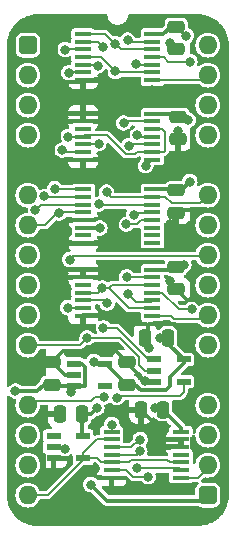
<source format=gtl>
%TF.GenerationSoftware,KiCad,Pcbnew,7.0.5*%
%TF.CreationDate,2024-03-15T20:17:59+02:00*%
%TF.ProjectId,Video Device RAM Select,56696465-6f20-4446-9576-696365205241,V0*%
%TF.SameCoordinates,PX54c81a0PY37b6b20*%
%TF.FileFunction,Copper,L1,Top*%
%TF.FilePolarity,Positive*%
%FSLAX46Y46*%
G04 Gerber Fmt 4.6, Leading zero omitted, Abs format (unit mm)*
G04 Created by KiCad (PCBNEW 7.0.5) date 2024-03-15 20:17:59*
%MOMM*%
%LPD*%
G01*
G04 APERTURE LIST*
G04 Aperture macros list*
%AMRoundRect*
0 Rectangle with rounded corners*
0 $1 Rounding radius*
0 $2 $3 $4 $5 $6 $7 $8 $9 X,Y pos of 4 corners*
0 Add a 4 corners polygon primitive as box body*
4,1,4,$2,$3,$4,$5,$6,$7,$8,$9,$2,$3,0*
0 Add four circle primitives for the rounded corners*
1,1,$1+$1,$2,$3*
1,1,$1+$1,$4,$5*
1,1,$1+$1,$6,$7*
1,1,$1+$1,$8,$9*
0 Add four rect primitives between the rounded corners*
20,1,$1+$1,$2,$3,$4,$5,0*
20,1,$1+$1,$4,$5,$6,$7,0*
20,1,$1+$1,$6,$7,$8,$9,0*
20,1,$1+$1,$8,$9,$2,$3,0*%
G04 Aperture macros list end*
%TA.AperFunction,SMDPad,CuDef*%
%ADD10RoundRect,0.250000X0.475000X-0.250000X0.475000X0.250000X-0.475000X0.250000X-0.475000X-0.250000X0*%
%TD*%
%TA.AperFunction,ComponentPad*%
%ADD11RoundRect,0.400000X-0.400000X-0.400000X0.400000X-0.400000X0.400000X0.400000X-0.400000X0.400000X0*%
%TD*%
%TA.AperFunction,ComponentPad*%
%ADD12O,1.600000X1.600000*%
%TD*%
%TA.AperFunction,ComponentPad*%
%ADD13R,1.600000X1.600000*%
%TD*%
%TA.AperFunction,SMDPad,CuDef*%
%ADD14R,1.475000X0.450000*%
%TD*%
%TA.AperFunction,SMDPad,CuDef*%
%ADD15RoundRect,0.250000X-0.475000X0.250000X-0.475000X-0.250000X0.475000X-0.250000X0.475000X0.250000X0*%
%TD*%
%TA.AperFunction,SMDPad,CuDef*%
%ADD16RoundRect,0.250000X0.250000X0.475000X-0.250000X0.475000X-0.250000X-0.475000X0.250000X-0.475000X0*%
%TD*%
%TA.AperFunction,SMDPad,CuDef*%
%ADD17R,1.450000X0.450000*%
%TD*%
%TA.AperFunction,SMDPad,CuDef*%
%ADD18R,1.250000X0.600000*%
%TD*%
%TA.AperFunction,SMDPad,CuDef*%
%ADD19R,1.150000X0.600000*%
%TD*%
%TA.AperFunction,ViaPad*%
%ADD20C,0.800000*%
%TD*%
%TA.AperFunction,Conductor*%
%ADD21C,0.380000*%
%TD*%
%TA.AperFunction,Conductor*%
%ADD22C,0.200000*%
%TD*%
G04 APERTURE END LIST*
D10*
%TO.P,C9,1*%
%TO.N,/3.3V*%
X8382000Y-28747000D03*
%TO.P,C9,2*%
%TO.N,/GND*%
X8382000Y-26847000D03*
%TD*%
D11*
%TO.P,J1,1,Pin_1*%
%TO.N,/5V*%
X0Y0D03*
D12*
%TO.P,J1,2,Pin_2*%
%TO.N,unconnected-(J1-Pin_2-Pad2)*%
X0Y-2540000D03*
%TO.P,J1,3,Pin_3*%
%TO.N,/(~{RD}\u00B7~{WD})+~{Device RAM 0}*%
X0Y-5080000D03*
%TO.P,J1,4,Pin_4*%
%TO.N,/(~{RD}\u00B7~{WD})+~{Device RAM 1}*%
X0Y-7620000D03*
D13*
%TO.P,J1,5,Pin_5*%
%TO.N,/GND*%
X0Y-10160000D03*
D12*
%TO.P,J1,6,Pin_6*%
%TO.N,unconnected-(J1-Pin_6-Pad6)*%
X0Y-12700000D03*
%TO.P,J1,7,Pin_7*%
%TO.N,/~{Device RAM}*%
X0Y-15240000D03*
%TO.P,J1,8,Pin_8*%
%TO.N,unconnected-(J1-Pin_8-Pad8)*%
X0Y-17780000D03*
%TO.P,J1,9,Pin_9*%
%TO.N,unconnected-(J1-Pin_9-Pad9)*%
X0Y-20320000D03*
%TO.P,J1,10,Pin_10*%
%TO.N,/A16*%
X0Y-22860000D03*
%TO.P,J1,11,Pin_11*%
%TO.N,/~{RD}*%
X0Y-25400000D03*
D13*
%TO.P,J1,12,Pin_12*%
%TO.N,/GND*%
X0Y-27940000D03*
D12*
%TO.P,J1,13,Pin_13*%
%TO.N,/~{WD}*%
X0Y-30480000D03*
%TO.P,J1,14,Pin_14*%
%TO.N,/A15*%
X0Y-33020000D03*
%TO.P,J1,15,Pin_15*%
%TO.N,/A14*%
X0Y-35560000D03*
%TO.P,J1,16,Pin_16*%
%TO.N,/Device RAM*%
X0Y-38100000D03*
D11*
%TO.P,J1,17,Pin_17*%
%TO.N,/5V*%
X15240000Y-38100000D03*
D12*
%TO.P,J1,18,Pin_18*%
%TO.N,/~{Read Device RAM 3}*%
X15240000Y-35560000D03*
%TO.P,J1,19,Pin_19*%
%TO.N,/~{Read Device RAM 2}*%
X15240000Y-33020000D03*
%TO.P,J1,20,Pin_20*%
%TO.N,/~{Read Device RAM 1}*%
X15240000Y-30480000D03*
D13*
%TO.P,J1,21,Pin_21*%
%TO.N,/GND*%
X15240000Y-27940000D03*
D12*
%TO.P,J1,22,Pin_22*%
%TO.N,/~{WD}+~{Device RAM 3}*%
X15240000Y-25400000D03*
%TO.P,J1,23,Pin_23*%
%TO.N,/~{WD}+~{Device RAM 2}*%
X15240000Y-22860000D03*
%TO.P,J1,24,Pin_24*%
%TO.N,unconnected-(J1-Pin_24-Pad24)*%
X15240000Y-20320000D03*
%TO.P,J1,25,Pin_25*%
%TO.N,/~{WD}+~{Device RAM 1}*%
X15240000Y-17780000D03*
%TO.P,J1,26,Pin_26*%
%TO.N,unconnected-(J1-Pin_26-Pad26)*%
X15240000Y-15240000D03*
%TO.P,J1,27,Pin_27*%
%TO.N,/~{Device RAM 0}*%
X15240000Y-12700000D03*
D13*
%TO.P,J1,28,Pin_28*%
%TO.N,/GND*%
X15240000Y-10160000D03*
D12*
%TO.P,J1,29,Pin_29*%
%TO.N,unconnected-(J1-Pin_29-Pad29)*%
X15240000Y-7620000D03*
%TO.P,J1,30,Pin_30*%
%TO.N,/(~{RD}\u00B7~{WD})+~{Device RAM 3}*%
X15240000Y-5080000D03*
%TO.P,J1,31,Pin_31*%
%TO.N,/(~{RD}\u00B7~{WD})+~{Device RAM 2}*%
X15240000Y-2540000D03*
%TO.P,J1,32,Pin_32*%
%TO.N,unconnected-(J1-Pin_32-Pad32)*%
X15240000Y0D03*
%TD*%
D14*
%TO.P,IC8,1,1A*%
%TO.N,/~{RD}+~{Device RAM 1}*%
X7095000Y-32721000D03*
%TO.P,IC8,2,1B*%
%TO.N,/Device RAM*%
X7095000Y-33371000D03*
%TO.P,IC8,3,1Y*%
%TO.N,/~{Read Device RAM 1}*%
X7095000Y-34021000D03*
%TO.P,IC8,4,2A*%
%TO.N,/~{RD}+~{Device RAM 2}*%
X7095000Y-34671000D03*
%TO.P,IC8,5,2B*%
%TO.N,/Device RAM*%
X7095000Y-35321000D03*
%TO.P,IC8,6,2Y*%
%TO.N,/~{Read Device RAM 2}*%
X7095000Y-35971000D03*
%TO.P,IC8,7,GND*%
%TO.N,/GND*%
X7095000Y-36621000D03*
%TO.P,IC8,8,3Y*%
%TO.N,/~{Read Device RAM 3}*%
X12971000Y-36621000D03*
%TO.P,IC8,9,3A*%
%TO.N,/~{RD}+~{Device RAM 3}*%
X12971000Y-35971000D03*
%TO.P,IC8,10,3B*%
%TO.N,/Device RAM*%
X12971000Y-35321000D03*
%TO.P,IC8,11,4Y*%
%TO.N,unconnected-(IC8-4Y-Pad11)*%
X12971000Y-34671000D03*
%TO.P,IC8,12,4A*%
%TO.N,/GND*%
X12971000Y-34021000D03*
%TO.P,IC8,13,4B*%
X12971000Y-33371000D03*
%TO.P,IC8,14,3V*%
%TO.N,/3.3V*%
X12971000Y-32721000D03*
%TD*%
D15*
%TO.P,C3,1*%
%TO.N,/3.3V*%
X12700000Y-6051000D03*
%TO.P,C3,2*%
%TO.N,/GND*%
X12700000Y-7951000D03*
%TD*%
D16*
%TO.P,C6,1*%
%TO.N,/3.3V*%
X4617000Y-31242000D03*
%TO.P,C6,2*%
%TO.N,/GND*%
X2717000Y-31242000D03*
%TD*%
D15*
%TO.P,C4,1*%
%TO.N,/3.3V*%
X12573000Y-18751000D03*
%TO.P,C4,2*%
%TO.N,/GND*%
X12573000Y-20651000D03*
%TD*%
D14*
%TO.P,IC3,1,1A*%
%TO.N,/~{RD}\u00B7~{WD}*%
X4682000Y934000D03*
%TO.P,IC3,2,1B*%
%TO.N,/~{Device RAM 0}*%
X4682000Y284000D03*
%TO.P,IC3,3,1Y*%
%TO.N,/(~{RD}\u00B7~{WD})+~{Device RAM 0}*%
X4682000Y-366000D03*
%TO.P,IC3,4,2A*%
%TO.N,/~{RD}\u00B7~{WD}*%
X4682000Y-1016000D03*
%TO.P,IC3,5,2B*%
%TO.N,/~{Device RAM 1}*%
X4682000Y-1666000D03*
%TO.P,IC3,6,2Y*%
%TO.N,/(~{RD}\u00B7~{WD})+~{Device RAM 1}*%
X4682000Y-2316000D03*
%TO.P,IC3,7,GND*%
%TO.N,/GND*%
X4682000Y-2966000D03*
%TO.P,IC3,8,3Y*%
%TO.N,/(~{RD}\u00B7~{WD})+~{Device RAM 2}*%
X10558000Y-2966000D03*
%TO.P,IC3,9,3A*%
%TO.N,/~{RD}\u00B7~{WD}*%
X10558000Y-2316000D03*
%TO.P,IC3,10,3B*%
%TO.N,/~{Device RAM 2}*%
X10558000Y-1666000D03*
%TO.P,IC3,11,4Y*%
%TO.N,/(~{RD}\u00B7~{WD})+~{Device RAM 3}*%
X10558000Y-1016000D03*
%TO.P,IC3,12,4A*%
%TO.N,/~{RD}\u00B7~{WD}*%
X10558000Y-366000D03*
%TO.P,IC3,13,4B*%
%TO.N,/~{Device RAM 3}*%
X10558000Y284000D03*
%TO.P,IC3,14,3V*%
%TO.N,/3.3V*%
X10558000Y934000D03*
%TD*%
D17*
%TO.P,IC1,1,A0*%
%TO.N,/A14*%
X4695000Y-12203000D03*
%TO.P,IC1,2,A1*%
%TO.N,/A15*%
X4695000Y-12853000D03*
%TO.P,IC1,3,A2*%
%TO.N,/A16*%
X4695000Y-13503000D03*
%TO.P,IC1,4,~{E1}*%
%TO.N,/~{Device RAM}*%
X4695000Y-14153000D03*
%TO.P,IC1,5,~{E2}*%
%TO.N,/GND*%
X4695000Y-14803000D03*
%TO.P,IC1,6,E3*%
%TO.N,/3.3V*%
X4695000Y-15453000D03*
%TO.P,IC1,7,~{Y7}*%
%TO.N,unconnected-(IC1-~{Y7}-Pad7)*%
X4695000Y-16103000D03*
%TO.P,IC1,8,GND*%
%TO.N,/GND*%
X4695000Y-16753000D03*
%TO.P,IC1,9,~{Y6}*%
%TO.N,unconnected-(IC1-~{Y6}-Pad9)*%
X10545000Y-16753000D03*
%TO.P,IC1,10,~{Y5}*%
%TO.N,unconnected-(IC1-~{Y5}-Pad10)*%
X10545000Y-16103000D03*
%TO.P,IC1,11,~{Y4}*%
%TO.N,unconnected-(IC1-~{Y4}-Pad11)*%
X10545000Y-15453000D03*
%TO.P,IC1,12,~{Y3}*%
%TO.N,/~{Device RAM 3}*%
X10545000Y-14803000D03*
%TO.P,IC1,13,~{Y2}*%
%TO.N,/~{Device RAM 2}*%
X10545000Y-14153000D03*
%TO.P,IC1,14,~{Y1}*%
%TO.N,/~{Device RAM 1}*%
X10545000Y-13503000D03*
%TO.P,IC1,15,~{Y0}*%
%TO.N,/~{Device RAM 0}*%
X10545000Y-12853000D03*
%TO.P,IC1,16,3V*%
%TO.N,/3.3V*%
X10545000Y-12203000D03*
%TD*%
D18*
%TO.P,IC6,1,N.C.*%
%TO.N,unconnected-(IC6-N.C.-Pad1)*%
X2179000Y-33086000D03*
%TO.P,IC6,2,A*%
%TO.N,/~{Device RAM}*%
X2179000Y-34036000D03*
%TO.P,IC6,3,GND*%
%TO.N,/GND*%
X2179000Y-34986000D03*
%TO.P,IC6,4,Y*%
%TO.N,/Device RAM*%
X4679000Y-34986000D03*
%TO.P,IC6,5,3V*%
%TO.N,/3.3V*%
X4679000Y-33086000D03*
%TD*%
D16*
%TO.P,C7,1*%
%TO.N,/3.3V*%
X11475000Y-30861000D03*
%TO.P,C7,2*%
%TO.N,/GND*%
X9575000Y-30861000D03*
%TD*%
%TO.P,C1,1*%
%TO.N,/3.3V*%
X11856000Y-24765000D03*
%TO.P,C1,2*%
%TO.N,/GND*%
X9956000Y-24765000D03*
%TD*%
D10*
%TO.P,C8,1*%
%TO.N,/5V*%
X2032000Y-28747000D03*
%TO.P,C8,2*%
%TO.N,/GND*%
X2032000Y-26847000D03*
%TD*%
D15*
%TO.P,C5,1*%
%TO.N,/3.3V*%
X12573000Y1569000D03*
%TO.P,C5,2*%
%TO.N,/GND*%
X12573000Y-331000D03*
%TD*%
D19*
%TO.P,IC7,1,VIN*%
%TO.N,/5V*%
X3907000Y-26990000D03*
%TO.P,IC7,2,GND*%
%TO.N,/GND*%
X3907000Y-27940000D03*
%TO.P,IC7,3,EN*%
%TO.N,/5V*%
X3907000Y-28890000D03*
%TO.P,IC7,4,ADJ*%
%TO.N,unconnected-(IC7-ADJ-Pad4)*%
X6507000Y-28890000D03*
%TO.P,IC7,5,VOUT*%
%TO.N,/3.3V*%
X6507000Y-26990000D03*
%TD*%
D15*
%TO.P,C2,1*%
%TO.N,/3.3V*%
X12573000Y-12274000D03*
%TO.P,C2,2*%
%TO.N,/GND*%
X12573000Y-14174000D03*
%TD*%
D14*
%TO.P,IC5,1,1A*%
%TO.N,/GND*%
X4682000Y-19005000D03*
%TO.P,IC5,2,1B*%
X4682000Y-19655000D03*
%TO.P,IC5,3,1Y*%
%TO.N,unconnected-(IC5-1Y-Pad3)*%
X4682000Y-20305000D03*
%TO.P,IC5,4,2A*%
%TO.N,/~{WD}*%
X4682000Y-20955000D03*
%TO.P,IC5,5,2B*%
%TO.N,/~{Device RAM 1}*%
X4682000Y-21605000D03*
%TO.P,IC5,6,2Y*%
%TO.N,/~{WD}+~{Device RAM 1}*%
X4682000Y-22255000D03*
%TO.P,IC5,7,GND*%
%TO.N,/GND*%
X4682000Y-22905000D03*
%TO.P,IC5,8,3Y*%
%TO.N,/~{WD}+~{Device RAM 2}*%
X10558000Y-22905000D03*
%TO.P,IC5,9,3A*%
%TO.N,/~{WD}*%
X10558000Y-22255000D03*
%TO.P,IC5,10,3B*%
%TO.N,/~{Device RAM 2}*%
X10558000Y-21605000D03*
%TO.P,IC5,11,4Y*%
%TO.N,/~{WD}+~{Device RAM 3}*%
X10558000Y-20955000D03*
%TO.P,IC5,12,4A*%
%TO.N,/~{WD}*%
X10558000Y-20305000D03*
%TO.P,IC5,13,4B*%
%TO.N,/~{Device RAM 3}*%
X10558000Y-19655000D03*
%TO.P,IC5,14,3V*%
%TO.N,/3.3V*%
X10558000Y-19005000D03*
%TD*%
D18*
%TO.P,IC2,1,B*%
%TO.N,/~{WD}*%
X10688000Y-26609000D03*
%TO.P,IC2,2,A*%
%TO.N,/~{RD}*%
X10688000Y-27559000D03*
%TO.P,IC2,3,GND*%
%TO.N,/GND*%
X10688000Y-28509000D03*
%TO.P,IC2,4,Y*%
%TO.N,/~{RD}\u00B7~{WD}*%
X13188000Y-28509000D03*
%TO.P,IC2,5,3V*%
%TO.N,/3.3V*%
X13188000Y-26609000D03*
%TD*%
D14*
%TO.P,IC4,1,1A*%
%TO.N,/GND*%
X4682000Y-5797000D03*
%TO.P,IC4,2,1B*%
X4682000Y-6447000D03*
%TO.P,IC4,3,1Y*%
%TO.N,unconnected-(IC4-1Y-Pad3)*%
X4682000Y-7097000D03*
%TO.P,IC4,4,2A*%
%TO.N,/~{RD}*%
X4682000Y-7747000D03*
%TO.P,IC4,5,2B*%
%TO.N,/~{Device RAM 1}*%
X4682000Y-8397000D03*
%TO.P,IC4,6,2Y*%
%TO.N,/~{RD}+~{Device RAM 1}*%
X4682000Y-9047000D03*
%TO.P,IC4,7,GND*%
%TO.N,/GND*%
X4682000Y-9697000D03*
%TO.P,IC4,8,3Y*%
%TO.N,/~{RD}+~{Device RAM 2}*%
X10558000Y-9697000D03*
%TO.P,IC4,9,3A*%
%TO.N,/~{RD}*%
X10558000Y-9047000D03*
%TO.P,IC4,10,3B*%
%TO.N,/~{Device RAM 2}*%
X10558000Y-8397000D03*
%TO.P,IC4,11,4Y*%
%TO.N,/~{RD}+~{Device RAM 3}*%
X10558000Y-7747000D03*
%TO.P,IC4,12,4A*%
%TO.N,/~{RD}*%
X10558000Y-7097000D03*
%TO.P,IC4,13,4B*%
%TO.N,/~{Device RAM 3}*%
X10558000Y-6447000D03*
%TO.P,IC4,14,3V*%
%TO.N,/3.3V*%
X10558000Y-5797000D03*
%TD*%
D20*
%TO.N,/5V*%
X-1050344Y-29284729D03*
X3618000Y-29399000D03*
X5334000Y-37211000D03*
%TO.N,/GND*%
X12700000Y-7239000D03*
X12065000Y-19939000D03*
X9906000Y-28438000D03*
X10541000Y-3790502D03*
X11430000Y-10541000D03*
X11429999Y-36703000D03*
X12009000Y137291D03*
X12065000Y-15113000D03*
X10287000Y-25654000D03*
X11303000Y-33909000D03*
X13181000Y-9652000D03*
X1524000Y1270000D03*
X8957250Y-23300750D03*
%TO.N,/3.3V*%
X13208000Y-18607000D03*
X13716000Y-11557000D03*
X5588000Y-26797000D03*
X11176000Y-24765000D03*
X6096006Y-15494000D03*
X10795000Y-30734000D03*
X13436295Y804338D03*
X5842006Y-30734000D03*
X13589000Y-6350000D03*
%TO.N,/A14*%
X2286000Y-12153000D03*
%TO.N,/A15*%
X1397000Y-12803000D03*
%TO.N,/A16*%
X635000Y-13970000D03*
%TO.N,/~{Device RAM}*%
X2667000Y-14224000D03*
X3174994Y-34163000D03*
%TO.N,/~{Device RAM 3}*%
X8385000Y-19620000D03*
X8451534Y428479D03*
X8345840Y-15164382D03*
X8109000Y-6604000D03*
%TO.N,/~{Device RAM 2}*%
X8578000Y-8509000D03*
X9139964Y-1616000D03*
X8952000Y-14369035D03*
X8514675Y-21082000D03*
%TO.N,/~{Device RAM 1}*%
X6709002Y-21855066D03*
X5941578Y-1753703D03*
X5999607Y-8347000D03*
X6019502Y-13462000D03*
%TO.N,/~{Device RAM 0}*%
X6350000Y-127000D03*
X6666000Y-12446000D03*
%TO.N,/~{WD}*%
X6309000Y-20574000D03*
X6480006Y-29789783D03*
X6397993Y-23931197D03*
%TO.N,/~{RD}*%
X5018000Y-24783792D03*
X3428997Y-7747003D03*
%TO.N,/~{RD}\u00B7~{WD}*%
X7536000Y-29845000D03*
X7409000Y-2231174D03*
X7366000Y127000D03*
%TO.N,/(~{RD}\u00B7~{WD})+~{Device RAM 0}*%
X3175000Y-381000D03*
%TO.N,/(~{RD}\u00B7~{WD})+~{Device RAM 1}*%
X3474164Y-2341787D03*
%TO.N,/(~{RD}\u00B7~{WD})+~{Device RAM 3}*%
X13716000Y-1397010D03*
%TO.N,/~{RD}+~{Device RAM 1}*%
X7111996Y-32131000D03*
X2921000Y-8890000D03*
%TO.N,/~{RD}+~{Device RAM 2}*%
X9482449Y-34400097D03*
X9966448Y-10239701D03*
%TO.N,/~{RD}+~{Device RAM 3}*%
X9211827Y-35848000D03*
X9271000Y-7620000D03*
%TO.N,/~{WD}+~{Device RAM 1}*%
X3367036Y-22225000D03*
X3556000Y-18161000D03*
%TO.N,/~{WD}+~{Device RAM 3}*%
X13871000Y-22380000D03*
%TO.N,/~{Read Device RAM 1}*%
X9525000Y-33401000D03*
%TO.N,/~{Read Device RAM 2}*%
X10186885Y-36548000D03*
%TD*%
D21*
%TO.N,/5V*%
X14768858Y-38571142D02*
X6694142Y-38571142D01*
X814271Y-29284729D02*
X-1050344Y-29284729D01*
X3907000Y-29110000D02*
X3618000Y-29399000D01*
X3907000Y-28890000D02*
X2175000Y-28890000D01*
X3907000Y-26990000D02*
X4612000Y-26990000D01*
X4872000Y-27250000D02*
X4872000Y-28880000D01*
X4612000Y-26990000D02*
X4872000Y-27250000D01*
X2032000Y-28747000D02*
X1352000Y-28747000D01*
X6694142Y-38571142D02*
X5334000Y-37211000D01*
X1352000Y-28747000D02*
X814271Y-29284729D01*
X3907000Y-28890000D02*
X3907000Y-29110000D01*
X4862000Y-28890000D02*
X3907000Y-28890000D01*
X4872000Y-28880000D02*
X4862000Y-28890000D01*
%TO.N,/GND*%
X10033000Y-23622000D02*
X9278500Y-23622000D01*
X9977000Y-28509000D02*
X9906000Y-28438000D01*
X9017000Y-37338000D02*
X10794999Y-37338000D01*
X-1190000Y-26750000D02*
X0Y-27940000D01*
X6268000Y-2966000D02*
X4682000Y-2966000D01*
X13462000Y-25304915D02*
X13462000Y-24638000D01*
X2667000Y-16753000D02*
X4695000Y-16753000D01*
X4682000Y-19655000D02*
X4682000Y-19005000D01*
X12573000Y-14605000D02*
X12065000Y-15113000D01*
X12700000Y-9171000D02*
X13181000Y-9652000D01*
X11660000Y-17368000D02*
X9430000Y-17368000D01*
X-647229Y1270000D02*
X1524000Y1270000D01*
X2032000Y-26847000D02*
X2971000Y-25908000D01*
X2077000Y-9697000D02*
X1614000Y-10160000D01*
X15652915Y-21590000D02*
X16430000Y-22367085D01*
X12971000Y-34021000D02*
X12971000Y-33371000D01*
X1614000Y-10160000D02*
X0Y-10160000D01*
X9278500Y-23622000D02*
X8957250Y-23300750D01*
X16430000Y-13208000D02*
X16430000Y-11350000D01*
X7443000Y-25908000D02*
X8382000Y-26847000D01*
X16430000Y-26750000D02*
X15240000Y-27940000D01*
X2667000Y-15748000D02*
X2667000Y-16753000D01*
X2667000Y-16753000D02*
X2667000Y-18833000D01*
X4682000Y-19005000D02*
X2839000Y-19005000D01*
X9076750Y-23300750D02*
X8957250Y-23300750D01*
X10160000Y-23749000D02*
X10033000Y-23622000D01*
X4699803Y-22887197D02*
X8543697Y-22887197D01*
X1093000Y-26847000D02*
X0Y-27940000D01*
X3612000Y-14803000D02*
X2667000Y-15748000D01*
X-1190000Y-19827085D02*
X-1190000Y-26750000D01*
X12777000Y-13970000D02*
X15668000Y-13970000D01*
X3907000Y-27940000D02*
X3125000Y-27940000D01*
X9131119Y-11036119D02*
X10934881Y-11036119D01*
X16430000Y-11350000D02*
X15240000Y-10160000D01*
X16430000Y-22367085D02*
X16430000Y-26750000D01*
X12700000Y-7951000D02*
X12700000Y-9171000D01*
X12308709Y137291D02*
X12009000Y137291D01*
X12700000Y-7951000D02*
X12700000Y-7239000D01*
X4682000Y-5797000D02*
X4682000Y-6447000D01*
X16430000Y-14732000D02*
X15668000Y-13970000D01*
X9956000Y-24765000D02*
X10287000Y-25096000D01*
X10259000Y-23650000D02*
X10160000Y-23749000D01*
X11415000Y-34021000D02*
X11303000Y-33909000D01*
X12573000Y-127000D02*
X12308709Y137291D01*
X12065000Y-15113000D02*
X12065000Y-16963000D01*
X2077000Y-6940000D02*
X2077000Y-9697000D01*
X10541000Y-3790502D02*
X7092502Y-3790502D01*
X4682000Y-2966000D02*
X4516213Y-3131787D01*
X4695000Y-14803000D02*
X3612000Y-14803000D01*
X4516213Y-3131787D02*
X3004787Y-3131787D01*
X3125000Y-27940000D02*
X2032000Y-26847000D01*
X11303000Y-32589000D02*
X11303000Y-33909000D01*
X-1190000Y727229D02*
X-647229Y1270000D01*
X13512000Y-21590000D02*
X15652915Y-21590000D01*
X7092502Y-3790502D02*
X6268000Y-2966000D01*
X8300000Y-36621000D02*
X9017000Y-37338000D01*
X3004787Y-3131787D02*
X1524000Y-1651000D01*
X-412915Y-19050000D02*
X-1190000Y-19827085D01*
X15652915Y-21590000D02*
X16430000Y-20812915D01*
X12065000Y-16963000D02*
X11660000Y-17368000D01*
X12573000Y-14174000D02*
X12573000Y-14605000D01*
X15240000Y-27940000D02*
X15240000Y-27082915D01*
X2032000Y-26847000D02*
X1093000Y-26847000D01*
X10688000Y-28509000D02*
X9977000Y-28509000D01*
X2971000Y-25908000D02*
X7443000Y-25908000D01*
X15240000Y-27082915D02*
X13462000Y-25304915D01*
X9575000Y-30861000D02*
X11303000Y-32589000D01*
X15668000Y-13970000D02*
X16430000Y-13208000D01*
X4682000Y-9697000D02*
X2077000Y-9697000D01*
X16430000Y-20812915D02*
X16430000Y-14732000D01*
X4682000Y-5797000D02*
X3220000Y-5797000D01*
X7792000Y-9697000D02*
X9131119Y-11036119D01*
X0Y-10160000D02*
X-1190000Y-8970000D01*
X1524000Y-1651000D02*
X1524000Y1270000D01*
X8543697Y-22887197D02*
X8957250Y-23300750D01*
X4682000Y-9697000D02*
X7792000Y-9697000D01*
X10794999Y-37338000D02*
X11429999Y-36703000D01*
X10934881Y-11036119D02*
X11430000Y-10541000D01*
X9430000Y-17368000D02*
X8815000Y-16753000D01*
X8382000Y-26914000D02*
X9906000Y-28438000D01*
X12971000Y-34021000D02*
X11415000Y-34021000D01*
X12573000Y-20651000D02*
X13512000Y-21590000D01*
X10160000Y-24561000D02*
X10160000Y-23749000D01*
X10287000Y-25096000D02*
X10287000Y-25654000D01*
X12474000Y-23650000D02*
X10259000Y-23650000D01*
X7095000Y-36621000D02*
X8300000Y-36621000D01*
X2667000Y-18833000D02*
X2450000Y-19050000D01*
X-1190000Y-8970000D02*
X-1190000Y727229D01*
X3220000Y-5797000D02*
X2077000Y-6940000D01*
X2450000Y-19050000D02*
X-412915Y-19050000D01*
X2839000Y-19005000D02*
X2667000Y-18833000D01*
X13462000Y-24638000D02*
X12474000Y-23650000D01*
X8815000Y-16753000D02*
X5195000Y-16753000D01*
%TO.N,/3.3V*%
X10545000Y-12203000D02*
X12502000Y-12203000D01*
X12971000Y-32721000D02*
X12971000Y-32402000D01*
X11674000Y-29228000D02*
X12065000Y-28837000D01*
X9062000Y-28747000D02*
X9543000Y-29228000D01*
X10558000Y-5797000D02*
X11938000Y-5797000D01*
X12065000Y-28837000D02*
X12065000Y-28067000D01*
X11856000Y-24765000D02*
X11176000Y-24765000D01*
X9543000Y-29228000D02*
X11674000Y-29228000D01*
X11348000Y-30734000D02*
X10795000Y-30734000D01*
X10558000Y-19005000D02*
X12319000Y-19005000D01*
X12065000Y-28067000D02*
X13188000Y-26944000D01*
X8382000Y-28747000D02*
X9062000Y-28747000D01*
X6507000Y-26990000D02*
X5781000Y-26990000D01*
X12971000Y-32402000D02*
X11475000Y-30906000D01*
X11938000Y-5797000D02*
X12446000Y-6305000D01*
X11475000Y934000D02*
X10558000Y934000D01*
X12065000Y-25486000D02*
X12065000Y-24974000D01*
X4617000Y-31242000D02*
X4617000Y-33024000D01*
X6625000Y-26990000D02*
X8382000Y-28747000D01*
X4695000Y-15453000D02*
X6055006Y-15453000D01*
X12110000Y1569000D02*
X11475000Y934000D01*
X5781000Y-26990000D02*
X5588000Y-26797000D01*
X12999000Y-12274000D02*
X13716000Y-11557000D01*
X13188000Y-26944000D02*
X13188000Y-26609000D01*
X4617000Y-31242000D02*
X5334006Y-31242000D01*
X12999000Y-6350000D02*
X13589000Y-6350000D01*
X5334006Y-31242000D02*
X5842006Y-30734000D01*
X12671633Y1569000D02*
X13436295Y804338D01*
X13188000Y-26609000D02*
X12065000Y-25486000D01*
X13061011Y-18460011D02*
X13208000Y-18607000D01*
X6055006Y-15453000D02*
X6096006Y-15494000D01*
D22*
%TO.N,/A14*%
X4695000Y-12203000D02*
X2336000Y-12203000D01*
X2336000Y-12203000D02*
X2286000Y-12153000D01*
%TO.N,/A15*%
X1447000Y-12853000D02*
X1397000Y-12803000D01*
X4695000Y-12853000D02*
X1447000Y-12853000D01*
%TO.N,/A16*%
X1102000Y-13503000D02*
X635000Y-13970000D01*
X4695000Y-13503000D02*
X1102000Y-13503000D01*
%TO.N,/~{Device RAM}*%
X2738000Y-14153000D02*
X2667000Y-14224000D01*
X1491043Y-15240000D02*
X0Y-15240000D01*
X2667000Y-14224000D02*
X2596000Y-14153000D01*
X2596000Y-14153000D02*
X2578043Y-14153000D01*
X2578043Y-14153000D02*
X1491043Y-15240000D01*
X4695000Y-14153000D02*
X2738000Y-14153000D01*
X2306000Y-34163000D02*
X3174994Y-34163000D01*
%TO.N,/~{Device RAM 3}*%
X10558000Y-6447000D02*
X8266000Y-6447000D01*
X10558000Y-19655000D02*
X8420000Y-19655000D01*
X10545000Y-14803000D02*
X9620000Y-14803000D01*
X9620000Y-14803000D02*
X9258618Y-15164382D01*
X9258618Y-15164382D02*
X8345840Y-15164382D01*
X8266000Y-6447000D02*
X8109000Y-6604000D01*
X8596013Y284000D02*
X8451534Y428479D01*
X8420000Y-19655000D02*
X8385000Y-19620000D01*
X10558000Y284000D02*
X8596013Y284000D01*
%TO.N,/~{Device RAM 2}*%
X10474000Y-14224000D02*
X9097035Y-14224000D01*
X10558000Y-8397000D02*
X8690000Y-8397000D01*
X9097035Y-14224000D02*
X8952000Y-14369035D01*
X10446000Y-21717000D02*
X9149675Y-21717000D01*
X10558000Y-1666000D02*
X9189964Y-1666000D01*
X9189964Y-1666000D02*
X9139964Y-1616000D01*
X8690000Y-8397000D02*
X8578000Y-8509000D01*
X9149675Y-21717000D02*
X8514675Y-21082000D01*
%TO.N,/~{Device RAM 1}*%
X6019502Y-13462000D02*
X6060502Y-13503000D01*
X4682000Y-1666000D02*
X5853875Y-1666000D01*
X5853875Y-1666000D02*
X5941578Y-1753703D01*
X4682000Y-8397000D02*
X5949607Y-8397000D01*
X5949607Y-8397000D02*
X5999607Y-8347000D01*
X6458936Y-21605000D02*
X6709002Y-21855066D01*
X4682000Y-21605000D02*
X6458936Y-21605000D01*
X6060502Y-13503000D02*
X10545000Y-13503000D01*
%TO.N,/~{Device RAM 0}*%
X4682000Y284000D02*
X5939000Y284000D01*
X10545000Y-12853000D02*
X11649183Y-12853000D01*
X7073000Y-12853000D02*
X6666000Y-12446000D01*
X10545000Y-12853000D02*
X7073000Y-12853000D01*
X12170183Y-13374000D02*
X14566000Y-13374000D01*
X11649183Y-12853000D02*
X12170183Y-13374000D01*
X5939000Y284000D02*
X6350000Y-127000D01*
X14566000Y-13374000D02*
X15240000Y-12700000D01*
%TO.N,/~{WD}*%
X5360050Y-30099000D02*
X5669267Y-29789783D01*
X5669267Y-29789783D02*
X6480006Y-29789783D01*
X6858000Y-20574000D02*
X6309000Y-20574000D01*
X8539000Y-22255000D02*
X10558000Y-22255000D01*
X7541448Y-23931197D02*
X6397993Y-23931197D01*
X4682000Y-20955000D02*
X5928000Y-20955000D01*
X5928000Y-20955000D02*
X6309000Y-20574000D01*
X7112000Y-20320000D02*
X6858000Y-20574000D01*
X10443000Y-20320000D02*
X7112000Y-20320000D01*
X381000Y-30099000D02*
X5360050Y-30099000D01*
X10219251Y-26609000D02*
X7541448Y-23931197D01*
X6858000Y-20574000D02*
X8539000Y-22255000D01*
%TO.N,/~{RD}*%
X11595500Y-7328450D02*
X11595500Y-8947000D01*
X6719050Y-7647000D02*
X4782000Y-7647000D01*
X9882500Y-27559000D02*
X9407000Y-27083500D01*
X7821609Y-24783792D02*
X5018000Y-24783792D01*
X9407000Y-27083500D02*
X9407000Y-26369183D01*
X9407000Y-26369183D02*
X7821609Y-24783792D01*
X0Y-25400000D02*
X4401792Y-25400000D01*
X9052950Y-9209000D02*
X8281050Y-9209000D01*
X4682000Y-7747000D02*
X3429000Y-7747000D01*
X11595500Y-8947000D02*
X11495500Y-9047000D01*
X10558000Y-7097000D02*
X11364050Y-7097000D01*
X4401792Y-25400000D02*
X5018000Y-24783792D01*
X11495500Y-9047000D02*
X10558000Y-9047000D01*
X10688000Y-27559000D02*
X9882500Y-27559000D01*
X3429000Y-7747000D02*
X3428997Y-7747003D01*
X9214950Y-9047000D02*
X9052950Y-9209000D01*
X10558000Y-9047000D02*
X9214950Y-9047000D01*
X11364050Y-7097000D02*
X11595500Y-7328450D01*
X8281050Y-9209000D02*
X6719050Y-7647000D01*
%TO.N,/~{RD}\u00B7~{WD}*%
X13188000Y-28509000D02*
X13188000Y-29390000D01*
X7859000Y-366000D02*
X7366000Y127000D01*
X10558000Y-2316000D02*
X7493826Y-2316000D01*
X13188000Y-29390000D02*
X12860000Y-29718000D01*
X10558000Y-366000D02*
X7859000Y-366000D01*
X12860000Y-29718000D02*
X7663000Y-29718000D01*
X6193826Y-1016000D02*
X7409000Y-2231174D01*
X4682000Y934000D02*
X6559000Y934000D01*
X4682000Y-1016000D02*
X6193826Y-1016000D01*
X7493826Y-2316000D02*
X7409000Y-2231174D01*
X6559000Y934000D02*
X7366000Y127000D01*
X7663000Y-29718000D02*
X7536000Y-29845000D01*
%TO.N,/(~{RD}\u00B7~{WD})+~{Device RAM 0}*%
X4682000Y-366000D02*
X3190000Y-366000D01*
X3190000Y-366000D02*
X3175000Y-381000D01*
%TO.N,/(~{RD}\u00B7~{WD})+~{Device RAM 1}*%
X4682000Y-2316000D02*
X3499951Y-2316000D01*
X3499951Y-2316000D02*
X3474164Y-2341787D01*
%TO.N,/(~{RD}\u00B7~{WD})+~{Device RAM 2}*%
X10558000Y-2966000D02*
X14814000Y-2966000D01*
%TO.N,/(~{RD}\u00B7~{WD})+~{Device RAM 3}*%
X11495500Y-1016000D02*
X11876510Y-1397010D01*
X10558000Y-1016000D02*
X11495500Y-1016000D01*
X11876510Y-1397010D02*
X13716000Y-1397010D01*
%TO.N,/~{RD}+~{Device RAM 1}*%
X7095000Y-32721000D02*
X7095000Y-32147996D01*
X4682000Y-9047000D02*
X3078000Y-9047000D01*
X7095000Y-32147996D02*
X7111996Y-32131000D01*
X3078000Y-9047000D02*
X2921000Y-8890000D01*
%TO.N,/~{RD}+~{Device RAM 2}*%
X7095000Y-34671000D02*
X9211546Y-34671000D01*
X10509149Y-9697000D02*
X9966448Y-10239701D01*
X9211546Y-34671000D02*
X9482449Y-34400097D01*
%TO.N,/~{RD}+~{Device RAM 3}*%
X12848000Y-35848000D02*
X9211827Y-35848000D01*
X9398000Y-7747000D02*
X9271000Y-7620000D01*
X10558000Y-7747000D02*
X9398000Y-7747000D01*
%TO.N,/~{WD}+~{Device RAM 1}*%
X4652000Y-22225000D02*
X3367036Y-22225000D01*
X15162000Y-17858000D02*
X3859000Y-17858000D01*
X3859000Y-17858000D02*
X3556000Y-18161000D01*
%TO.N,/~{WD}+~{Device RAM 2}*%
X12110000Y-22905000D02*
X12364000Y-23159000D01*
X10558000Y-22905000D02*
X12110000Y-22905000D01*
X12364000Y-23159000D02*
X14941000Y-23159000D01*
%TO.N,/~{WD}+~{Device RAM 3}*%
X12760750Y-22380000D02*
X13871000Y-22380000D01*
X11335750Y-20955000D02*
X12760750Y-22380000D01*
X10558000Y-20955000D02*
X11335750Y-20955000D01*
%TO.N,/Device RAM*%
X5872000Y-33371000D02*
X4679000Y-34564000D01*
X6238000Y-35321000D02*
X7095000Y-35321000D01*
X11827894Y-35115394D02*
X12033500Y-35321000D01*
X1692000Y-38100000D02*
X0Y-38100000D01*
X4679000Y-35113000D02*
X1692000Y-38100000D01*
X5842000Y-34925000D02*
X6238000Y-35321000D01*
X4679000Y-34564000D02*
X4679000Y-34986000D01*
X7095000Y-35321000D02*
X8554753Y-35321000D01*
X4740000Y-34925000D02*
X5842000Y-34925000D01*
X8554753Y-35321000D02*
X8760359Y-35115394D01*
X12033500Y-35321000D02*
X12971000Y-35321000D01*
X7095000Y-33371000D02*
X5872000Y-33371000D01*
X8760359Y-35115394D02*
X11827894Y-35115394D01*
%TO.N,/~{Read Device RAM 1}*%
X9391881Y-33401000D02*
X9525000Y-33401000D01*
X7095000Y-34021000D02*
X8771881Y-34021000D01*
X8771881Y-34021000D02*
X9391881Y-33401000D01*
%TO.N,/~{Read Device RAM 2}*%
X8919964Y-36548000D02*
X10186885Y-36548000D01*
X8342964Y-35971000D02*
X8919964Y-36548000D01*
X7095000Y-35971000D02*
X8342964Y-35971000D01*
%TO.N,/~{Read Device RAM 3}*%
X12971000Y-36621000D02*
X14416500Y-36621000D01*
X14416500Y-36621000D02*
X15240000Y-35797500D01*
%TD*%
%TA.AperFunction,Conductor*%
%TO.N,/GND*%
G36*
X-1572297Y-29680595D02*
G01*
X-1551449Y-29703870D01*
X-1540829Y-29719257D01*
X-1540828Y-29719258D01*
X-1540827Y-29719259D01*
X-1422584Y-29824012D01*
X-1422582Y-29824013D01*
X-1282710Y-29897425D01*
X-1129330Y-29935229D01*
X-1099710Y-29935229D01*
X-1032671Y-29954914D01*
X-986916Y-30007718D01*
X-976972Y-30076876D01*
X-981048Y-30095217D01*
X-1004081Y-30171146D01*
X-1035301Y-30274067D01*
X-1055583Y-30480000D01*
X-1035301Y-30685932D01*
X-1035300Y-30685934D01*
X-975232Y-30883954D01*
X-877685Y-31066450D01*
X-877683Y-31066452D01*
X-746411Y-31226410D01*
X-649791Y-31305702D01*
X-586450Y-31357685D01*
X-403954Y-31455232D01*
X-205934Y-31515300D01*
X-205935Y-31515300D01*
X-185653Y-31517297D01*
X0Y-31535583D01*
X205934Y-31515300D01*
X403954Y-31455232D01*
X586450Y-31357685D01*
X746410Y-31226410D01*
X877685Y-31066450D01*
X975232Y-30883954D01*
X1035300Y-30685934D01*
X1047571Y-30561345D01*
X1073732Y-30496559D01*
X1130766Y-30456200D01*
X1170974Y-30449500D01*
X1524000Y-30449500D01*
X1524000Y-32536558D01*
X1456264Y-32550032D01*
X1456260Y-32550033D01*
X1373399Y-32605399D01*
X1318033Y-32688260D01*
X1318032Y-32688264D01*
X1303500Y-32761321D01*
X1303500Y-33013065D01*
X1302512Y-33016428D01*
X1303500Y-33026934D01*
X1303500Y-33410674D01*
X1303500Y-33410676D01*
X1303499Y-33410676D01*
X1318033Y-33483739D01*
X1323628Y-33492113D01*
X1344503Y-33558791D01*
X1326016Y-33626171D01*
X1323628Y-33629887D01*
X1318033Y-33638260D01*
X1303500Y-33711323D01*
X1303500Y-34360678D01*
X1318032Y-34433735D01*
X1318033Y-34433739D01*
X1318034Y-34433740D01*
X1373399Y-34516601D01*
X1456259Y-34571965D01*
X1456260Y-34571966D01*
X1456264Y-34571967D01*
X1474066Y-34575508D01*
X1524000Y-34585440D01*
X1524000Y-37745472D01*
X1521814Y-37746666D01*
X1495456Y-37749500D01*
X1078127Y-37749500D01*
X1011088Y-37729815D01*
X968769Y-37683954D01*
X949879Y-37648615D01*
X877685Y-37513550D01*
X825702Y-37450209D01*
X746410Y-37353589D01*
X586452Y-37222317D01*
X586453Y-37222317D01*
X586450Y-37222315D01*
X403954Y-37124768D01*
X205934Y-37064700D01*
X205932Y-37064699D01*
X205934Y-37064699D01*
X18463Y-37046235D01*
X0Y-37044417D01*
X-1Y-37044417D01*
X-205933Y-37064699D01*
X-403957Y-37124769D01*
X-514103Y-37183643D01*
X-586450Y-37222315D01*
X-586452Y-37222316D01*
X-586453Y-37222317D01*
X-746411Y-37353589D01*
X-877683Y-37513547D01*
X-975231Y-37696043D01*
X-1035301Y-37894067D01*
X-1055471Y-38098861D01*
X-1055583Y-38100000D01*
X-1055353Y-38102338D01*
X-1035301Y-38305932D01*
X-1009013Y-38392592D01*
X-975232Y-38503954D01*
X-877685Y-38686450D01*
X-877683Y-38686452D01*
X-746411Y-38846410D01*
X-649791Y-38925702D01*
X-586450Y-38977685D01*
X-403954Y-39075232D01*
X-205934Y-39135300D01*
X-205935Y-39135300D01*
X-185652Y-39137297D01*
X0Y-39155583D01*
X205934Y-39135300D01*
X403954Y-39075232D01*
X586450Y-38977685D01*
X746410Y-38846410D01*
X877685Y-38686450D01*
X968768Y-38516046D01*
X1017732Y-38466202D01*
X1078127Y-38450500D01*
X1524000Y-38450500D01*
X1524000Y-40713232D01*
X837472Y-40713232D01*
X833995Y-40713134D01*
X720496Y-40706761D01*
X539436Y-40695809D01*
X532791Y-40695046D01*
X440919Y-40679437D01*
X394444Y-40671542D01*
X239387Y-40643126D01*
X233396Y-40641718D01*
X140667Y-40615005D01*
X94437Y-40601687D01*
X93171Y-40601307D01*
X-52482Y-40555919D01*
X-57765Y-40554007D01*
X-193088Y-40497956D01*
X-194808Y-40497213D01*
X-332202Y-40435376D01*
X-336749Y-40433102D01*
X-465757Y-40361803D01*
X-467842Y-40360597D01*
X-596014Y-40283114D01*
X-599818Y-40280620D01*
X-720392Y-40195069D01*
X-722751Y-40193310D01*
X-840335Y-40101189D01*
X-843412Y-40098613D01*
X-953791Y-39999974D01*
X-956318Y-39997584D01*
X-1061895Y-39892007D01*
X-1064266Y-39889498D01*
X-1162848Y-39779187D01*
X-1165424Y-39776109D01*
X-1257663Y-39658375D01*
X-1259406Y-39656039D01*
X-1344838Y-39535635D01*
X-1347325Y-39531842D01*
X-1425019Y-39403320D01*
X-1426224Y-39401236D01*
X-1445391Y-39366556D01*
X-1497311Y-39272615D01*
X-1499573Y-39268094D01*
X-1561730Y-39129987D01*
X-1562415Y-39128401D01*
X-1618217Y-38993686D01*
X-1620122Y-38988427D01*
X-1647083Y-38901907D01*
X-1665878Y-38841587D01*
X-1666245Y-38840367D01*
X-1705947Y-38702561D01*
X-1707349Y-38696593D01*
X-1736182Y-38539256D01*
X-1759302Y-38403184D01*
X-1760061Y-38396581D01*
X-1771473Y-38207919D01*
X-1776106Y-38125436D01*
X-1777402Y-38102338D01*
X-1777500Y-38098861D01*
X-1777500Y-35559999D01*
X-1055583Y-35559999D01*
X-1035301Y-35765932D01*
X-1035300Y-35765934D01*
X-975232Y-35963954D01*
X-877685Y-36146450D01*
X-877683Y-36146452D01*
X-746411Y-36306410D01*
X-649791Y-36385702D01*
X-586450Y-36437685D01*
X-403954Y-36535232D01*
X-205934Y-36595300D01*
X-205935Y-36595300D01*
X-187471Y-36597118D01*
X0Y-36615583D01*
X205934Y-36595300D01*
X403954Y-36535232D01*
X586450Y-36437685D01*
X746410Y-36306410D01*
X877685Y-36146450D01*
X975232Y-35963954D01*
X1035300Y-35765934D01*
X1055583Y-35560000D01*
X1035300Y-35354066D01*
X975232Y-35156046D01*
X877685Y-34973550D01*
X754791Y-34823802D01*
X746410Y-34813589D01*
X586452Y-34682317D01*
X586453Y-34682317D01*
X586450Y-34682315D01*
X403954Y-34584768D01*
X205934Y-34524700D01*
X205932Y-34524699D01*
X205934Y-34524699D01*
X18463Y-34506235D01*
X0Y-34504417D01*
X-1Y-34504417D01*
X-205933Y-34524699D01*
X-403957Y-34584769D01*
X-514103Y-34643643D01*
X-586450Y-34682315D01*
X-586452Y-34682316D01*
X-586453Y-34682317D01*
X-746411Y-34813589D01*
X-877683Y-34973547D01*
X-975231Y-35156043D01*
X-1035301Y-35354067D01*
X-1055583Y-35559999D01*
X-1777500Y-35559999D01*
X-1777500Y-33019999D01*
X-1055583Y-33019999D01*
X-1035301Y-33225932D01*
X-1035300Y-33225934D01*
X-975232Y-33423954D01*
X-877685Y-33606450D01*
X-877683Y-33606452D01*
X-746411Y-33766410D01*
X-649791Y-33845702D01*
X-586450Y-33897685D01*
X-403954Y-33995232D01*
X-205934Y-34055300D01*
X-205935Y-34055300D01*
X-187471Y-34057118D01*
X0Y-34075583D01*
X205934Y-34055300D01*
X403954Y-33995232D01*
X586450Y-33897685D01*
X746410Y-33766410D01*
X877685Y-33606450D01*
X975232Y-33423954D01*
X1035300Y-33225934D01*
X1055583Y-33020000D01*
X1035300Y-32814066D01*
X975232Y-32616046D01*
X877685Y-32433550D01*
X825702Y-32370209D01*
X746410Y-32273589D01*
X586452Y-32142317D01*
X586453Y-32142317D01*
X586450Y-32142315D01*
X403954Y-32044768D01*
X205934Y-31984700D01*
X205932Y-31984699D01*
X205934Y-31984699D01*
X0Y-31964417D01*
X-205933Y-31984699D01*
X-403957Y-32044769D01*
X-514102Y-32103643D01*
X-586450Y-32142315D01*
X-586452Y-32142316D01*
X-586453Y-32142317D01*
X-746411Y-32273589D01*
X-877683Y-32433547D01*
X-975231Y-32616043D01*
X-1035301Y-32814067D01*
X-1055583Y-33019999D01*
X-1777500Y-33019999D01*
X-1777500Y-29774308D01*
X-1757815Y-29707269D01*
X-1705011Y-29661514D01*
X-1635853Y-29651570D01*
X-1572297Y-29680595D01*
G37*
%TD.AperFunction*%
%TA.AperFunction,Conductor*%
G36*
X1524000Y-12154940D02*
G01*
X1490385Y-12156049D01*
X1475986Y-12152500D01*
X1475985Y-12152500D01*
X1318015Y-12152500D01*
X1318014Y-12152500D01*
X1164637Y-12190303D01*
X1081557Y-12233907D01*
X1013048Y-12247632D01*
X947995Y-12222139D01*
X914574Y-12182564D01*
X877685Y-12113550D01*
X877684Y-12113548D01*
X746410Y-11953589D01*
X586452Y-11822317D01*
X586453Y-11822317D01*
X586450Y-11822315D01*
X403954Y-11724768D01*
X205934Y-11664700D01*
X205932Y-11664699D01*
X205934Y-11664699D01*
X0Y-11644417D01*
X-205933Y-11664699D01*
X-403957Y-11724769D01*
X-514102Y-11783643D01*
X-586450Y-11822315D01*
X-586452Y-11822316D01*
X-586453Y-11822317D01*
X-746411Y-11953589D01*
X-877683Y-12113547D01*
X-877684Y-12113548D01*
X-877685Y-12113550D01*
X-900401Y-12156049D01*
X-975231Y-12296043D01*
X-1035301Y-12494067D01*
X-1055583Y-12700000D01*
X-1035301Y-12905932D01*
X-1035300Y-12905934D01*
X-975232Y-13103954D01*
X-877685Y-13286450D01*
X-877683Y-13286452D01*
X-746411Y-13446410D01*
X-649791Y-13525702D01*
X-586450Y-13577685D01*
X-403954Y-13675232D01*
X-205934Y-13735300D01*
X-205935Y-13735300D01*
X-188786Y-13736988D01*
X-120542Y-13743710D01*
X-55756Y-13769871D01*
X-15397Y-13826905D01*
X-9601Y-13882058D01*
X-20278Y-13969998D01*
X-20278Y-13970001D01*
X-9601Y-14057941D01*
X-21062Y-14126864D01*
X-67966Y-14178650D01*
X-120542Y-14196289D01*
X-205933Y-14204699D01*
X-403957Y-14264769D01*
X-486829Y-14309066D01*
X-586450Y-14362315D01*
X-586452Y-14362316D01*
X-586453Y-14362317D01*
X-746411Y-14493589D01*
X-877683Y-14653547D01*
X-975231Y-14836043D01*
X-1035301Y-15034067D01*
X-1055583Y-15239999D01*
X-1035301Y-15445932D01*
X-1005266Y-15544944D01*
X-975232Y-15643954D01*
X-877685Y-15826450D01*
X-877683Y-15826452D01*
X-746411Y-15986410D01*
X-649791Y-16065702D01*
X-586450Y-16117685D01*
X-403954Y-16215232D01*
X-205934Y-16275300D01*
X-205935Y-16275300D01*
X-187471Y-16277118D01*
X0Y-16295583D01*
X205934Y-16275300D01*
X403954Y-16215232D01*
X586450Y-16117685D01*
X746410Y-15986410D01*
X877685Y-15826450D01*
X968768Y-15656046D01*
X1017732Y-15606202D01*
X1078127Y-15590500D01*
X1441832Y-15590500D01*
X1467277Y-15593138D01*
X1476358Y-15595043D01*
X1492048Y-15593087D01*
X1508982Y-15590977D01*
X1516658Y-15590500D01*
X1520078Y-15590500D01*
X1520083Y-15590500D01*
X1524000Y-15589846D01*
X1524000Y-25049500D01*
X1078127Y-25049500D01*
X1011088Y-25029815D01*
X968769Y-24983954D01*
X949879Y-24948615D01*
X877685Y-24813550D01*
X825702Y-24750209D01*
X746410Y-24653589D01*
X586452Y-24522317D01*
X586453Y-24522317D01*
X586450Y-24522315D01*
X403954Y-24424768D01*
X205934Y-24364700D01*
X205932Y-24364699D01*
X205934Y-24364699D01*
X18463Y-24346235D01*
X0Y-24344417D01*
X-1Y-24344417D01*
X-205933Y-24364699D01*
X-403957Y-24424769D01*
X-514102Y-24483643D01*
X-586450Y-24522315D01*
X-586452Y-24522316D01*
X-586453Y-24522317D01*
X-746411Y-24653589D01*
X-877683Y-24813547D01*
X-975231Y-24996043D01*
X-1035301Y-25194067D01*
X-1055583Y-25400000D01*
X-1035301Y-25605932D01*
X-1035300Y-25605934D01*
X-975232Y-25803954D01*
X-877685Y-25986450D01*
X-877683Y-25986452D01*
X-746411Y-26146410D01*
X-649791Y-26225702D01*
X-586450Y-26277685D01*
X-403954Y-26375232D01*
X-205934Y-26435300D01*
X-205935Y-26435300D01*
X-185653Y-26437297D01*
X0Y-26455583D01*
X205934Y-26435300D01*
X403954Y-26375232D01*
X586450Y-26277685D01*
X746410Y-26146410D01*
X877685Y-25986450D01*
X968768Y-25816046D01*
X1017732Y-25766202D01*
X1078127Y-25750500D01*
X1524000Y-25750500D01*
X1524000Y-27996500D01*
X1509130Y-27996500D01*
X1509123Y-27996501D01*
X1449516Y-28002908D01*
X1314671Y-28053202D01*
X1314664Y-28053206D01*
X1199455Y-28139452D01*
X1199452Y-28139455D01*
X1113206Y-28254664D01*
X1113201Y-28254673D01*
X1060199Y-28396783D01*
X1057668Y-28395839D01*
X1029474Y-28445314D01*
X1027745Y-28446950D01*
X1003710Y-28469251D01*
X997919Y-28476514D01*
X997250Y-28475980D01*
X987968Y-28488069D01*
X668127Y-28807911D01*
X606806Y-28841395D01*
X580448Y-28844229D01*
X-519573Y-28844229D01*
X-586612Y-28824544D01*
X-601800Y-28813045D01*
X-607596Y-28807910D01*
X-678104Y-28745446D01*
X-678106Y-28745445D01*
X-678107Y-28745444D01*
X-817979Y-28672032D01*
X-971358Y-28634229D01*
X-971359Y-28634229D01*
X-1129329Y-28634229D01*
X-1129330Y-28634229D01*
X-1282710Y-28672032D01*
X-1422582Y-28745444D01*
X-1540828Y-28850200D01*
X-1551450Y-28865589D01*
X-1605733Y-28909580D01*
X-1675182Y-28917239D01*
X-1737747Y-28886135D01*
X-1773564Y-28826144D01*
X-1777500Y-28795149D01*
X-1777500Y-22860000D01*
X-1055583Y-22860000D01*
X-1035301Y-23065932D01*
X-1035300Y-23065934D01*
X-975232Y-23263954D01*
X-877685Y-23446450D01*
X-877683Y-23446452D01*
X-746411Y-23606410D01*
X-649791Y-23685702D01*
X-586450Y-23737685D01*
X-403954Y-23835232D01*
X-205934Y-23895300D01*
X-205935Y-23895300D01*
X-185653Y-23897297D01*
X0Y-23915583D01*
X205934Y-23895300D01*
X403954Y-23835232D01*
X586450Y-23737685D01*
X746410Y-23606410D01*
X877685Y-23446450D01*
X975232Y-23263954D01*
X1035300Y-23065934D01*
X1055583Y-22860000D01*
X1035300Y-22654066D01*
X975232Y-22456046D01*
X877685Y-22273550D01*
X825702Y-22210209D01*
X746410Y-22113589D01*
X586452Y-21982317D01*
X586453Y-21982317D01*
X586450Y-21982315D01*
X403954Y-21884768D01*
X205934Y-21824700D01*
X205932Y-21824699D01*
X205934Y-21824699D01*
X18463Y-21806235D01*
X0Y-21804417D01*
X-1Y-21804417D01*
X-205933Y-21824699D01*
X-403957Y-21884769D01*
X-514102Y-21943643D01*
X-586450Y-21982315D01*
X-586452Y-21982316D01*
X-586453Y-21982317D01*
X-746411Y-22113589D01*
X-877683Y-22273547D01*
X-975231Y-22456043D01*
X-1035301Y-22654067D01*
X-1055583Y-22860000D01*
X-1777500Y-22860000D01*
X-1777500Y-20320000D01*
X-1055583Y-20320000D01*
X-1035301Y-20525932D01*
X-1035300Y-20525934D01*
X-975232Y-20723954D01*
X-877685Y-20906450D01*
X-877683Y-20906452D01*
X-746411Y-21066410D01*
X-649791Y-21145702D01*
X-586450Y-21197685D01*
X-403954Y-21295232D01*
X-205934Y-21355300D01*
X-205935Y-21355300D01*
X-185653Y-21357297D01*
X0Y-21375583D01*
X205934Y-21355300D01*
X403954Y-21295232D01*
X586450Y-21197685D01*
X746410Y-21066410D01*
X877685Y-20906450D01*
X975232Y-20723954D01*
X1035300Y-20525934D01*
X1055583Y-20320000D01*
X1035300Y-20114066D01*
X975232Y-19916046D01*
X877685Y-19733550D01*
X825702Y-19670209D01*
X746410Y-19573589D01*
X586452Y-19442317D01*
X586453Y-19442317D01*
X586450Y-19442315D01*
X403954Y-19344768D01*
X205934Y-19284700D01*
X205932Y-19284699D01*
X205934Y-19284699D01*
X18463Y-19266235D01*
X0Y-19264417D01*
X-1Y-19264417D01*
X-205933Y-19284699D01*
X-403957Y-19344769D01*
X-514102Y-19403643D01*
X-586450Y-19442315D01*
X-586452Y-19442316D01*
X-586453Y-19442317D01*
X-746411Y-19573589D01*
X-877683Y-19733547D01*
X-975231Y-19916043D01*
X-1035301Y-20114067D01*
X-1055583Y-20320000D01*
X-1777500Y-20320000D01*
X-1777500Y-17780000D01*
X-1055583Y-17780000D01*
X-1035301Y-17985932D01*
X-1035300Y-17985934D01*
X-975232Y-18183954D01*
X-877685Y-18366450D01*
X-877683Y-18366452D01*
X-746411Y-18526410D01*
X-649791Y-18605702D01*
X-586450Y-18657685D01*
X-403954Y-18755232D01*
X-205934Y-18815300D01*
X-205935Y-18815300D01*
X-185652Y-18817297D01*
X0Y-18835583D01*
X205934Y-18815300D01*
X403954Y-18755232D01*
X586450Y-18657685D01*
X746410Y-18526410D01*
X877685Y-18366450D01*
X975232Y-18183954D01*
X1035300Y-17985934D01*
X1055583Y-17780000D01*
X1035300Y-17574066D01*
X975232Y-17376046D01*
X877685Y-17193550D01*
X825702Y-17130209D01*
X746410Y-17033589D01*
X586452Y-16902317D01*
X586453Y-16902317D01*
X586450Y-16902315D01*
X403954Y-16804768D01*
X205934Y-16744700D01*
X205932Y-16744699D01*
X205934Y-16744699D01*
X0Y-16724417D01*
X-205933Y-16744699D01*
X-403957Y-16804769D01*
X-514102Y-16863643D01*
X-586450Y-16902315D01*
X-586452Y-16902316D01*
X-586453Y-16902317D01*
X-746411Y-17033589D01*
X-877683Y-17193547D01*
X-975231Y-17376043D01*
X-1035301Y-17574067D01*
X-1055583Y-17780000D01*
X-1777500Y-17780000D01*
X-1777500Y-7620000D01*
X-1055583Y-7620000D01*
X-1035301Y-7825932D01*
X-1035300Y-7825934D01*
X-975232Y-8023954D01*
X-877685Y-8206450D01*
X-877683Y-8206452D01*
X-746411Y-8366410D01*
X-649791Y-8445702D01*
X-586450Y-8497685D01*
X-403954Y-8595232D01*
X-205934Y-8655300D01*
X-205935Y-8655300D01*
X-185652Y-8657297D01*
X0Y-8675583D01*
X205934Y-8655300D01*
X403954Y-8595232D01*
X586450Y-8497685D01*
X746410Y-8366410D01*
X877685Y-8206450D01*
X975232Y-8023954D01*
X1035300Y-7825934D01*
X1055583Y-7620000D01*
X1035300Y-7414066D01*
X975232Y-7216046D01*
X877685Y-7033550D01*
X825702Y-6970209D01*
X746410Y-6873589D01*
X586452Y-6742317D01*
X586453Y-6742317D01*
X586450Y-6742315D01*
X403954Y-6644768D01*
X205934Y-6584700D01*
X205932Y-6584699D01*
X205934Y-6584699D01*
X0Y-6564417D01*
X-205933Y-6584699D01*
X-403957Y-6644769D01*
X-514102Y-6703643D01*
X-586450Y-6742315D01*
X-586452Y-6742316D01*
X-586453Y-6742317D01*
X-746411Y-6873589D01*
X-877683Y-7033547D01*
X-975231Y-7216043D01*
X-1035301Y-7414067D01*
X-1055583Y-7620000D01*
X-1777500Y-7620000D01*
X-1777500Y-5079999D01*
X-1055583Y-5079999D01*
X-1035301Y-5285932D01*
X-1035300Y-5285934D01*
X-975232Y-5483954D01*
X-877685Y-5666450D01*
X-877683Y-5666452D01*
X-746411Y-5826410D01*
X-649791Y-5905702D01*
X-586450Y-5957685D01*
X-403954Y-6055232D01*
X-205934Y-6115300D01*
X-205935Y-6115300D01*
X-187471Y-6117118D01*
X0Y-6135583D01*
X205934Y-6115300D01*
X403954Y-6055232D01*
X586450Y-5957685D01*
X746410Y-5826410D01*
X877685Y-5666450D01*
X975232Y-5483954D01*
X1035300Y-5285934D01*
X1055583Y-5080000D01*
X1035300Y-4874066D01*
X975232Y-4676046D01*
X877685Y-4493550D01*
X825702Y-4430209D01*
X746410Y-4333589D01*
X586452Y-4202317D01*
X586453Y-4202317D01*
X586450Y-4202315D01*
X403954Y-4104768D01*
X205934Y-4044700D01*
X205932Y-4044699D01*
X205934Y-4044699D01*
X18463Y-4026235D01*
X0Y-4024417D01*
X-1Y-4024417D01*
X-205933Y-4044699D01*
X-403957Y-4104769D01*
X-514102Y-4163643D01*
X-586450Y-4202315D01*
X-586452Y-4202316D01*
X-586453Y-4202317D01*
X-746411Y-4333589D01*
X-877683Y-4493547D01*
X-975231Y-4676043D01*
X-1035301Y-4874067D01*
X-1055583Y-5079999D01*
X-1777500Y-5079999D01*
X-1777500Y-2540000D01*
X-1055583Y-2540000D01*
X-1035301Y-2745932D01*
X-1035300Y-2745934D01*
X-975232Y-2943954D01*
X-877685Y-3126450D01*
X-877683Y-3126452D01*
X-746411Y-3286410D01*
X-649791Y-3365702D01*
X-586450Y-3417685D01*
X-403954Y-3515232D01*
X-205934Y-3575300D01*
X-205935Y-3575300D01*
X-185653Y-3577297D01*
X0Y-3595583D01*
X205934Y-3575300D01*
X403954Y-3515232D01*
X586450Y-3417685D01*
X746410Y-3286410D01*
X877685Y-3126450D01*
X975232Y-2943954D01*
X1035300Y-2745934D01*
X1055583Y-2540000D01*
X1035300Y-2334066D01*
X975232Y-2136046D01*
X877685Y-1953550D01*
X825702Y-1890209D01*
X746410Y-1793589D01*
X586452Y-1662317D01*
X586453Y-1662317D01*
X586450Y-1662315D01*
X403954Y-1564768D01*
X205934Y-1504700D01*
X205932Y-1504699D01*
X205934Y-1504699D01*
X18463Y-1486235D01*
X0Y-1484417D01*
X-1Y-1484417D01*
X-205933Y-1504699D01*
X-403957Y-1564769D01*
X-514102Y-1623643D01*
X-586450Y-1662315D01*
X-586452Y-1662316D01*
X-586453Y-1662317D01*
X-746411Y-1793589D01*
X-877683Y-1953547D01*
X-975231Y-2136043D01*
X-1035301Y-2334067D01*
X-1055583Y-2540000D01*
X-1777500Y-2540000D01*
X-1777500Y-465701D01*
X-1050500Y-465701D01*
X-1047599Y-502567D01*
X-1047598Y-502573D01*
X-1001746Y-660393D01*
X-1001745Y-660396D01*
X-918083Y-801862D01*
X-918077Y-801870D01*
X-801871Y-918076D01*
X-801867Y-918079D01*
X-801865Y-918081D01*
X-660398Y-1001744D01*
X-618776Y-1013836D01*
X-502574Y-1047597D01*
X-502571Y-1047597D01*
X-502569Y-1047598D01*
X-465694Y-1050500D01*
X-465686Y-1050500D01*
X465686Y-1050500D01*
X465694Y-1050500D01*
X502569Y-1047598D01*
X502571Y-1047597D01*
X502573Y-1047597D01*
X544191Y-1035505D01*
X660398Y-1001744D01*
X801865Y-918081D01*
X918081Y-801865D01*
X1001744Y-660398D01*
X1047598Y-502569D01*
X1050500Y-465694D01*
X1050500Y465694D01*
X1047598Y502569D01*
X1024667Y581496D01*
X1001745Y660394D01*
X1001744Y660397D01*
X1001744Y660398D01*
X918081Y801865D01*
X918079Y801867D01*
X918076Y801871D01*
X801870Y918077D01*
X801862Y918083D01*
X660396Y1001745D01*
X660393Y1001746D01*
X502573Y1047598D01*
X502567Y1047599D01*
X465701Y1050500D01*
X465694Y1050500D01*
X-465694Y1050500D01*
X-465702Y1050500D01*
X-502568Y1047599D01*
X-502574Y1047598D01*
X-660394Y1001746D01*
X-660397Y1001745D01*
X-801863Y918083D01*
X-801871Y918077D01*
X-918077Y801871D01*
X-918083Y801863D01*
X-1001745Y660397D01*
X-1001746Y660394D01*
X-1047598Y502574D01*
X-1047599Y502568D01*
X-1050500Y465702D01*
X-1050500Y-465701D01*
X-1777500Y-465701D01*
X-1777500Y-1740D01*
X-1777402Y1737D01*
X-1775922Y28108D01*
X-1771004Y115681D01*
X-1760079Y296283D01*
X-1759322Y302869D01*
X-1735711Y441835D01*
X-1707406Y596286D01*
X-1706011Y602220D01*
X-1665766Y741914D01*
X-1665464Y742918D01*
X-1620223Y888100D01*
X-1618331Y893327D01*
X-1561973Y1029385D01*
X-1561319Y1030898D01*
X-1499721Y1167764D01*
X-1497481Y1172242D01*
X-1425775Y1301983D01*
X-1424629Y1303964D01*
X-1347525Y1431511D01*
X-1345080Y1435238D01*
X-1258992Y1556567D01*
X-1257270Y1558875D01*
X-1165698Y1675759D01*
X-1163188Y1678758D01*
X-1063825Y1789944D01*
X-1061541Y1792360D01*
X-956667Y1897234D01*
X-954213Y1899554D01*
X-842993Y1998944D01*
X-839992Y2001457D01*
X-723254Y2092915D01*
X-720951Y2094633D01*
X-599395Y2180881D01*
X-595701Y2183304D01*
X-468526Y2260183D01*
X-466466Y2261374D01*
X-336363Y2333278D01*
X-331881Y2335521D01*
X-195735Y2396795D01*
X-194089Y2397506D01*
X-57400Y2454123D01*
X-52167Y2456018D01*
X55524Y2489575D01*
X91759Y2500866D01*
X92988Y2501236D01*
X233723Y2541779D01*
X239698Y2543184D01*
X391958Y2571087D01*
X533112Y2595068D01*
X539724Y2595827D01*
X713163Y2606319D01*
X834587Y2613136D01*
X838037Y2613232D01*
X887371Y2613232D01*
X887559Y2613255D01*
X1524000Y2613521D01*
X1524000Y-12154940D01*
G37*
%TD.AperFunction*%
%TD*%
%TA.AperFunction,Conductor*%
%TO.N,/GND*%
G36*
X14352435Y2613256D02*
G01*
X14352512Y2613233D01*
X14402529Y2613233D01*
X14405985Y2613137D01*
X14520023Y2606734D01*
X14700518Y2595819D01*
X14707132Y2595060D01*
X14846039Y2571460D01*
X15000565Y2543142D01*
X15006523Y2541742D01*
X15145855Y2501603D01*
X15147073Y2501238D01*
X15292429Y2455943D01*
X15297683Y2454041D01*
X15433306Y2397866D01*
X15434937Y2397161D01*
X15487083Y2373692D01*
X15572147Y2335407D01*
X15576679Y2333141D01*
X15705881Y2261735D01*
X15707948Y2260539D01*
X15740046Y2241136D01*
X15835978Y2183143D01*
X15839742Y2180674D01*
X15960482Y2095006D01*
X15962820Y2093262D01*
X16080300Y2001223D01*
X16083356Y1998664D01*
X16164128Y1926483D01*
X16193817Y1899952D01*
X16196346Y1897562D01*
X16301855Y1792051D01*
X16304232Y1789538D01*
X16344265Y1744742D01*
X16402866Y1679168D01*
X16405442Y1676090D01*
X16497631Y1558419D01*
X16499391Y1556060D01*
X16584846Y1435623D01*
X16587341Y1431818D01*
X16664987Y1303377D01*
X16666192Y1301292D01*
X16737313Y1172610D01*
X16739588Y1168063D01*
X16801688Y1030083D01*
X16802415Y1028400D01*
X16824439Y975232D01*
X16858216Y893686D01*
X16860130Y888401D01*
X16905866Y741625D01*
X16906249Y740345D01*
X16945942Y602575D01*
X16947350Y596583D01*
X16976184Y439243D01*
X16999297Y303207D01*
X17000061Y296559D01*
X17011483Y107708D01*
X17017401Y2343D01*
X17017499Y-1134D01*
X17017499Y-38098256D01*
X17017401Y-38101734D01*
X17011001Y-38215695D01*
X17000083Y-38396229D01*
X16999319Y-38402877D01*
X16975700Y-38541889D01*
X16947414Y-38696239D01*
X16946006Y-38702231D01*
X16905778Y-38841865D01*
X16905393Y-38843146D01*
X16860242Y-38988039D01*
X16858329Y-38993323D01*
X16801995Y-39129326D01*
X16801252Y-39131045D01*
X16739739Y-39267720D01*
X16737464Y-39272267D01*
X16665787Y-39401957D01*
X16664582Y-39404041D01*
X16587559Y-39531453D01*
X16585064Y-39535258D01*
X16498988Y-39656567D01*
X16497229Y-39658926D01*
X16405740Y-39775703D01*
X16403164Y-39778781D01*
X16303862Y-39889900D01*
X16301472Y-39892428D01*
X16196712Y-39997186D01*
X16194184Y-39999576D01*
X16083015Y-40098922D01*
X16079938Y-40101498D01*
X15963298Y-40192879D01*
X15960939Y-40194638D01*
X15839436Y-40280849D01*
X15835632Y-40283343D01*
X15708539Y-40360173D01*
X15706454Y-40361379D01*
X15576395Y-40433259D01*
X15571848Y-40435533D01*
X15435764Y-40496780D01*
X15434044Y-40497523D01*
X15297417Y-40554115D01*
X15292133Y-40556028D01*
X15148276Y-40600855D01*
X15146994Y-40601239D01*
X15006290Y-40641774D01*
X15000299Y-40643182D01*
X14847954Y-40671101D01*
X14706909Y-40695063D01*
X14700264Y-40695826D01*
X14526762Y-40706321D01*
X14405434Y-40713134D01*
X14401957Y-40713232D01*
X13716000Y-40713232D01*
X13716000Y-39011642D01*
X14393325Y-39011642D01*
X14456445Y-39028909D01*
X14579602Y-39101744D01*
X14580466Y-39101995D01*
X14737426Y-39147597D01*
X14737429Y-39147597D01*
X14737431Y-39147598D01*
X14774306Y-39150500D01*
X14774314Y-39150500D01*
X15705686Y-39150500D01*
X15705694Y-39150500D01*
X15742569Y-39147598D01*
X15742571Y-39147597D01*
X15742573Y-39147597D01*
X15805461Y-39129326D01*
X15900398Y-39101744D01*
X16041865Y-39018081D01*
X16158081Y-38901865D01*
X16241744Y-38760398D01*
X16287598Y-38602569D01*
X16290500Y-38565694D01*
X16290500Y-37634306D01*
X16287598Y-37597431D01*
X16241744Y-37439602D01*
X16158081Y-37298135D01*
X16158079Y-37298133D01*
X16158076Y-37298129D01*
X16041870Y-37181923D01*
X16041862Y-37181917D01*
X15900396Y-37098255D01*
X15900393Y-37098254D01*
X15742573Y-37052402D01*
X15742567Y-37052401D01*
X15705701Y-37049500D01*
X15705694Y-37049500D01*
X14783043Y-37049500D01*
X14716004Y-37029815D01*
X14670249Y-36977011D01*
X14660305Y-36907853D01*
X14689330Y-36844297D01*
X14695348Y-36837832D01*
X14907715Y-36625464D01*
X14969034Y-36591982D01*
X15028044Y-36594354D01*
X15028093Y-36594112D01*
X15029632Y-36594418D01*
X15031392Y-36594488D01*
X15034066Y-36595300D01*
X15240000Y-36615583D01*
X15445934Y-36595300D01*
X15643954Y-36535232D01*
X15826450Y-36437685D01*
X15986410Y-36306410D01*
X16117685Y-36146450D01*
X16215232Y-35963954D01*
X16275300Y-35765934D01*
X16295583Y-35560000D01*
X16275300Y-35354066D01*
X16215232Y-35156046D01*
X16117685Y-34973550D01*
X16065702Y-34910209D01*
X15986410Y-34813589D01*
X15826452Y-34682317D01*
X15826453Y-34682317D01*
X15826450Y-34682315D01*
X15643954Y-34584768D01*
X15445934Y-34524700D01*
X15445932Y-34524699D01*
X15445934Y-34524699D01*
X15240000Y-34504417D01*
X15034067Y-34524699D01*
X14836043Y-34584769D01*
X14725897Y-34643643D01*
X14653550Y-34682315D01*
X14653548Y-34682316D01*
X14653547Y-34682317D01*
X14493589Y-34813589D01*
X14362317Y-34973547D01*
X14264769Y-35156043D01*
X14204699Y-35354068D01*
X14204617Y-35354483D01*
X14204513Y-35354680D01*
X14202932Y-35359895D01*
X14201942Y-35359594D01*
X14172230Y-35416393D01*
X14111514Y-35450966D01*
X14041744Y-35447225D01*
X13985073Y-35406357D01*
X13959493Y-35341339D01*
X13959000Y-35330289D01*
X13959000Y-35071326D01*
X13959000Y-35071325D01*
X13948828Y-35020188D01*
X13948828Y-34971811D01*
X13959000Y-34920674D01*
X13959000Y-34421326D01*
X13959000Y-34421323D01*
X13958999Y-34421321D01*
X13944467Y-34348264D01*
X13944466Y-34348260D01*
X13944465Y-34348260D01*
X13889101Y-34265399D01*
X13806240Y-34210034D01*
X13806239Y-34210033D01*
X13806235Y-34210032D01*
X13733177Y-34195500D01*
X13733174Y-34195500D01*
X13716000Y-34195500D01*
X13716000Y-33196500D01*
X13733176Y-33196500D01*
X13733177Y-33196499D01*
X13806240Y-33181966D01*
X13889101Y-33126601D01*
X13944466Y-33043740D01*
X13944466Y-33043738D01*
X13949140Y-33032456D01*
X13951536Y-33033448D01*
X13975807Y-32987037D01*
X14036518Y-32952456D01*
X14106288Y-32956187D01*
X14162965Y-32997047D01*
X14188452Y-33060974D01*
X14204699Y-33225932D01*
X14204700Y-33225934D01*
X14264768Y-33423954D01*
X14362315Y-33606450D01*
X14362317Y-33606452D01*
X14493589Y-33766410D01*
X14590209Y-33845702D01*
X14653550Y-33897685D01*
X14836046Y-33995232D01*
X15034066Y-34055300D01*
X15034065Y-34055300D01*
X15052529Y-34057118D01*
X15240000Y-34075583D01*
X15445934Y-34055300D01*
X15643954Y-33995232D01*
X15826450Y-33897685D01*
X15986410Y-33766410D01*
X16117685Y-33606450D01*
X16215232Y-33423954D01*
X16275300Y-33225934D01*
X16295583Y-33020000D01*
X16275300Y-32814066D01*
X16215232Y-32616046D01*
X16117685Y-32433550D01*
X16020722Y-32315399D01*
X15986410Y-32273589D01*
X15826452Y-32142317D01*
X15826453Y-32142317D01*
X15826450Y-32142315D01*
X15643954Y-32044768D01*
X15445934Y-31984700D01*
X15445932Y-31984699D01*
X15445934Y-31984699D01*
X15240000Y-31964417D01*
X15034067Y-31984699D01*
X14836043Y-32044769D01*
X14725897Y-32103643D01*
X14653550Y-32142315D01*
X14653548Y-32142316D01*
X14653547Y-32142317D01*
X14493589Y-32273589D01*
X14362317Y-32433547D01*
X14264769Y-32616043D01*
X14204699Y-32814068D01*
X14204617Y-32814483D01*
X14204513Y-32814680D01*
X14202932Y-32819895D01*
X14201942Y-32819594D01*
X14172230Y-32876393D01*
X14111514Y-32910966D01*
X14041744Y-32907225D01*
X13985073Y-32866357D01*
X13959493Y-32801339D01*
X13959000Y-32790289D01*
X13959000Y-32471323D01*
X13958999Y-32471321D01*
X13944467Y-32398264D01*
X13944466Y-32398260D01*
X13944465Y-32398259D01*
X13889101Y-32315399D01*
X13806240Y-32260034D01*
X13806239Y-32260033D01*
X13806235Y-32260032D01*
X13733177Y-32245500D01*
X13733174Y-32245500D01*
X13716000Y-32245500D01*
X13716000Y-30479999D01*
X14184417Y-30479999D01*
X14204699Y-30685932D01*
X14204700Y-30685934D01*
X14264768Y-30883954D01*
X14362315Y-31066450D01*
X14362317Y-31066452D01*
X14493589Y-31226410D01*
X14590209Y-31305702D01*
X14653550Y-31357685D01*
X14836046Y-31455232D01*
X15034066Y-31515300D01*
X15034065Y-31515300D01*
X15052529Y-31517118D01*
X15240000Y-31535583D01*
X15445934Y-31515300D01*
X15643954Y-31455232D01*
X15826450Y-31357685D01*
X15986410Y-31226410D01*
X16117685Y-31066450D01*
X16215232Y-30883954D01*
X16275300Y-30685934D01*
X16295583Y-30480000D01*
X16275300Y-30274066D01*
X16215232Y-30076046D01*
X16117685Y-29893550D01*
X16033462Y-29790923D01*
X15986410Y-29733589D01*
X15826452Y-29602317D01*
X15826453Y-29602317D01*
X15826450Y-29602315D01*
X15643954Y-29504768D01*
X15445934Y-29444700D01*
X15445932Y-29444699D01*
X15445934Y-29444699D01*
X15240000Y-29424417D01*
X15034067Y-29444699D01*
X14836043Y-29504769D01*
X14747482Y-29552107D01*
X14653550Y-29602315D01*
X14653548Y-29602316D01*
X14653547Y-29602317D01*
X14493589Y-29733589D01*
X14362317Y-29893547D01*
X14362315Y-29893550D01*
X14323643Y-29965897D01*
X14264769Y-30076043D01*
X14204699Y-30274067D01*
X14184417Y-30479999D01*
X13716000Y-30479999D01*
X13716000Y-29059500D01*
X13837676Y-29059500D01*
X13837677Y-29059499D01*
X13910740Y-29044966D01*
X13993601Y-28989601D01*
X14048966Y-28906740D01*
X14063500Y-28833674D01*
X14063500Y-28184326D01*
X14063500Y-28184325D01*
X14063500Y-28184323D01*
X14063499Y-28184321D01*
X14048967Y-28111264D01*
X14048966Y-28111260D01*
X14048965Y-28111259D01*
X13993601Y-28028399D01*
X13910740Y-27973034D01*
X13910739Y-27973033D01*
X13910735Y-27973032D01*
X13837677Y-27958500D01*
X13837674Y-27958500D01*
X13716000Y-27958500D01*
X13716000Y-27159500D01*
X13837676Y-27159500D01*
X13837677Y-27159499D01*
X13910740Y-27144966D01*
X13993601Y-27089601D01*
X14048966Y-27006740D01*
X14063500Y-26933674D01*
X14063500Y-26284326D01*
X14063500Y-26284325D01*
X14063500Y-26284323D01*
X14063499Y-26284321D01*
X14048967Y-26211264D01*
X14048966Y-26211260D01*
X14005635Y-26146410D01*
X13993601Y-26128399D01*
X13910740Y-26073034D01*
X13910739Y-26073033D01*
X13910735Y-26073032D01*
X13837677Y-26058500D01*
X13837674Y-26058500D01*
X13716000Y-26058500D01*
X13716000Y-25400000D01*
X14184417Y-25400000D01*
X14204699Y-25605932D01*
X14204700Y-25605934D01*
X14264768Y-25803954D01*
X14362315Y-25986450D01*
X14362317Y-25986452D01*
X14493589Y-26146410D01*
X14572610Y-26211260D01*
X14653550Y-26277685D01*
X14836046Y-26375232D01*
X15034066Y-26435300D01*
X15034065Y-26435300D01*
X15052529Y-26437118D01*
X15240000Y-26455583D01*
X15445934Y-26435300D01*
X15643954Y-26375232D01*
X15826450Y-26277685D01*
X15986410Y-26146410D01*
X16117685Y-25986450D01*
X16215232Y-25803954D01*
X16275300Y-25605934D01*
X16295583Y-25400000D01*
X16275300Y-25194066D01*
X16215232Y-24996046D01*
X16117685Y-24813550D01*
X16065702Y-24750209D01*
X15986410Y-24653589D01*
X15826452Y-24522317D01*
X15826453Y-24522317D01*
X15826450Y-24522315D01*
X15643954Y-24424768D01*
X15445934Y-24364700D01*
X15445932Y-24364699D01*
X15445934Y-24364699D01*
X15240000Y-24344417D01*
X15034067Y-24364699D01*
X14836043Y-24424769D01*
X14725898Y-24483643D01*
X14653550Y-24522315D01*
X14653548Y-24522316D01*
X14653547Y-24522317D01*
X14493589Y-24653589D01*
X14362317Y-24813547D01*
X14264769Y-24996043D01*
X14204699Y-25194067D01*
X14184417Y-25400000D01*
X13716000Y-25400000D01*
X13716000Y-23509500D01*
X14355410Y-23509500D01*
X14422449Y-23529185D01*
X14451263Y-23554835D01*
X14493590Y-23606410D01*
X14653550Y-23737685D01*
X14836046Y-23835232D01*
X15034066Y-23895300D01*
X15034065Y-23895300D01*
X15052529Y-23897118D01*
X15240000Y-23915583D01*
X15445934Y-23895300D01*
X15643954Y-23835232D01*
X15826450Y-23737685D01*
X15986410Y-23606410D01*
X16117685Y-23446450D01*
X16215232Y-23263954D01*
X16275300Y-23065934D01*
X16295583Y-22860000D01*
X16275300Y-22654066D01*
X16215232Y-22456046D01*
X16117685Y-22273550D01*
X16045543Y-22185644D01*
X15986410Y-22113589D01*
X15826452Y-21982317D01*
X15826453Y-21982317D01*
X15826450Y-21982315D01*
X15643954Y-21884768D01*
X15445934Y-21824700D01*
X15445932Y-21824699D01*
X15445934Y-21824699D01*
X15240000Y-21804417D01*
X15034067Y-21824699D01*
X14836043Y-21884769D01*
X14653546Y-21982317D01*
X14587501Y-22036519D01*
X14523191Y-22063831D01*
X14454324Y-22052040D01*
X14406787Y-22011105D01*
X14386916Y-21982317D01*
X14361483Y-21945470D01*
X14243240Y-21840717D01*
X14243238Y-21840716D01*
X14243237Y-21840715D01*
X14103365Y-21767303D01*
X13949986Y-21729500D01*
X13949985Y-21729500D01*
X13792015Y-21729500D01*
X13792014Y-21729500D01*
X13716000Y-21748235D01*
X13716000Y-20320000D01*
X14184417Y-20320000D01*
X14204699Y-20525932D01*
X14204700Y-20525934D01*
X14264768Y-20723954D01*
X14362315Y-20906450D01*
X14362317Y-20906452D01*
X14493589Y-21066410D01*
X14590209Y-21145702D01*
X14653550Y-21197685D01*
X14836046Y-21295232D01*
X15034066Y-21355300D01*
X15034065Y-21355300D01*
X15052529Y-21357118D01*
X15240000Y-21375583D01*
X15445934Y-21355300D01*
X15643954Y-21295232D01*
X15826450Y-21197685D01*
X15986410Y-21066410D01*
X16117685Y-20906450D01*
X16215232Y-20723954D01*
X16275300Y-20525934D01*
X16295583Y-20320000D01*
X16275300Y-20114066D01*
X16215232Y-19916046D01*
X16117685Y-19733550D01*
X16065702Y-19670209D01*
X15986410Y-19573589D01*
X15826452Y-19442317D01*
X15826453Y-19442317D01*
X15826450Y-19442315D01*
X15643954Y-19344768D01*
X15445934Y-19284700D01*
X15445932Y-19284699D01*
X15445934Y-19284699D01*
X15240000Y-19264417D01*
X15034067Y-19284699D01*
X14836043Y-19344769D01*
X14810269Y-19358546D01*
X14653550Y-19442315D01*
X14653548Y-19442316D01*
X14653547Y-19442317D01*
X14493589Y-19573589D01*
X14362317Y-19733547D01*
X14264769Y-19916043D01*
X14204699Y-20114067D01*
X14184417Y-20320000D01*
X13716000Y-20320000D01*
X13716000Y-19016152D01*
X13788220Y-18911523D01*
X13844237Y-18763818D01*
X13863278Y-18607000D01*
X13844237Y-18450182D01*
X13816281Y-18376470D01*
X13810915Y-18306808D01*
X13844062Y-18245302D01*
X13905200Y-18211481D01*
X13932224Y-18208500D01*
X14203566Y-18208500D01*
X14270605Y-18228185D01*
X14312922Y-18274044D01*
X14362315Y-18366450D01*
X14362317Y-18366452D01*
X14493589Y-18526410D01*
X14590209Y-18605702D01*
X14653550Y-18657685D01*
X14836046Y-18755232D01*
X15034066Y-18815300D01*
X15034065Y-18815300D01*
X15052529Y-18817118D01*
X15240000Y-18835583D01*
X15445934Y-18815300D01*
X15643954Y-18755232D01*
X15826450Y-18657685D01*
X15986410Y-18526410D01*
X16117685Y-18366450D01*
X16215232Y-18183954D01*
X16275300Y-17985934D01*
X16295583Y-17780000D01*
X16275300Y-17574066D01*
X16215232Y-17376046D01*
X16117685Y-17193550D01*
X16065702Y-17130209D01*
X15986410Y-17033589D01*
X15826452Y-16902317D01*
X15826453Y-16902317D01*
X15826450Y-16902315D01*
X15643954Y-16804768D01*
X15445934Y-16744700D01*
X15445932Y-16744699D01*
X15445934Y-16744699D01*
X15240000Y-16724417D01*
X15034067Y-16744699D01*
X14836043Y-16804769D01*
X14725898Y-16863643D01*
X14653550Y-16902315D01*
X14653548Y-16902316D01*
X14653547Y-16902317D01*
X14493589Y-17033589D01*
X14362317Y-17193547D01*
X14264767Y-17376046D01*
X14251587Y-17419496D01*
X14213289Y-17477935D01*
X14149477Y-17506391D01*
X14132927Y-17507500D01*
X13716000Y-17507500D01*
X13716000Y-15240000D01*
X14184417Y-15240000D01*
X14204699Y-15445932D01*
X14204700Y-15445934D01*
X14264768Y-15643954D01*
X14362315Y-15826450D01*
X14362317Y-15826452D01*
X14493589Y-15986410D01*
X14590209Y-16065702D01*
X14653550Y-16117685D01*
X14836046Y-16215232D01*
X15034066Y-16275300D01*
X15034065Y-16275300D01*
X15052529Y-16277118D01*
X15240000Y-16295583D01*
X15445934Y-16275300D01*
X15643954Y-16215232D01*
X15826450Y-16117685D01*
X15986410Y-15986410D01*
X16117685Y-15826450D01*
X16215232Y-15643954D01*
X16275300Y-15445934D01*
X16295583Y-15240000D01*
X16275300Y-15034066D01*
X16215232Y-14836046D01*
X16117685Y-14653550D01*
X16065702Y-14590209D01*
X15986410Y-14493589D01*
X15826452Y-14362317D01*
X15826453Y-14362317D01*
X15826450Y-14362315D01*
X15643954Y-14264768D01*
X15445934Y-14204700D01*
X15445932Y-14204699D01*
X15445934Y-14204699D01*
X15240000Y-14184417D01*
X15034067Y-14204699D01*
X14836043Y-14264769D01*
X14725898Y-14323643D01*
X14653550Y-14362315D01*
X14653548Y-14362316D01*
X14653547Y-14362317D01*
X14493589Y-14493589D01*
X14362317Y-14653547D01*
X14264769Y-14836043D01*
X14204699Y-15034067D01*
X14184417Y-15240000D01*
X13716000Y-15240000D01*
X13716000Y-13724500D01*
X14516789Y-13724500D01*
X14542234Y-13727138D01*
X14551315Y-13729043D01*
X14567005Y-13727087D01*
X14583939Y-13724977D01*
X14591615Y-13724500D01*
X14595035Y-13724500D01*
X14595040Y-13724500D01*
X14604303Y-13722954D01*
X14615278Y-13721123D01*
X14617811Y-13720753D01*
X14667393Y-13714573D01*
X14667399Y-13714569D01*
X14674451Y-13712470D01*
X14681377Y-13710092D01*
X14681381Y-13710092D01*
X14725327Y-13686308D01*
X14727588Y-13685144D01*
X14738068Y-13680021D01*
X14806939Y-13668262D01*
X14829974Y-13674259D01*
X14830216Y-13673463D01*
X14836043Y-13675230D01*
X14836046Y-13675232D01*
X15034066Y-13735300D01*
X15034065Y-13735300D01*
X15052529Y-13737118D01*
X15240000Y-13755583D01*
X15445934Y-13735300D01*
X15643954Y-13675232D01*
X15826450Y-13577685D01*
X15986410Y-13446410D01*
X16117685Y-13286450D01*
X16215232Y-13103954D01*
X16275300Y-12905934D01*
X16295583Y-12700000D01*
X16275300Y-12494066D01*
X16215232Y-12296046D01*
X16117685Y-12113550D01*
X16064120Y-12048281D01*
X15986410Y-11953589D01*
X15826452Y-11822317D01*
X15826453Y-11822317D01*
X15826450Y-11822315D01*
X15643954Y-11724768D01*
X15445934Y-11664700D01*
X15445932Y-11664699D01*
X15445934Y-11664699D01*
X15240000Y-11644417D01*
X15034067Y-11664699D01*
X14836043Y-11724769D01*
X14653546Y-11822317D01*
X14515873Y-11935301D01*
X14451563Y-11962613D01*
X14382695Y-11950821D01*
X14331136Y-11903669D01*
X14313253Y-11836126D01*
X14321266Y-11795479D01*
X14352237Y-11713818D01*
X14371278Y-11557000D01*
X14367211Y-11523500D01*
X14352237Y-11400181D01*
X14330992Y-11344163D01*
X14296220Y-11252477D01*
X14206483Y-11122470D01*
X14088240Y-11017717D01*
X14088238Y-11017716D01*
X14088237Y-11017715D01*
X13948365Y-10944303D01*
X13794986Y-10906500D01*
X13794985Y-10906500D01*
X13716000Y-10906500D01*
X13716000Y-7619999D01*
X14184417Y-7619999D01*
X14204699Y-7825932D01*
X14204700Y-7825934D01*
X14264768Y-8023954D01*
X14362315Y-8206450D01*
X14362317Y-8206452D01*
X14493589Y-8366410D01*
X14590209Y-8445702D01*
X14653550Y-8497685D01*
X14836046Y-8595232D01*
X15034066Y-8655300D01*
X15034065Y-8655300D01*
X15052529Y-8657118D01*
X15240000Y-8675583D01*
X15445934Y-8655300D01*
X15643954Y-8595232D01*
X15826450Y-8497685D01*
X15986410Y-8366410D01*
X16117685Y-8206450D01*
X16215232Y-8023954D01*
X16275300Y-7825934D01*
X16295583Y-7620000D01*
X16275300Y-7414066D01*
X16215232Y-7216046D01*
X16117685Y-7033550D01*
X15999290Y-6889284D01*
X15986410Y-6873589D01*
X15826452Y-6742317D01*
X15826453Y-6742317D01*
X15826450Y-6742315D01*
X15643954Y-6644768D01*
X15445934Y-6584700D01*
X15445932Y-6584699D01*
X15445934Y-6584699D01*
X15240000Y-6564417D01*
X15034067Y-6584699D01*
X14836043Y-6644769D01*
X14810269Y-6658546D01*
X14653550Y-6742315D01*
X14653548Y-6742316D01*
X14653547Y-6742317D01*
X14493589Y-6873589D01*
X14362317Y-7033547D01*
X14264769Y-7216043D01*
X14204699Y-7414067D01*
X14184417Y-7619999D01*
X13716000Y-7619999D01*
X13716000Y-6988665D01*
X13821365Y-6962696D01*
X13961240Y-6889283D01*
X14079483Y-6784530D01*
X14169220Y-6654523D01*
X14225237Y-6506818D01*
X14244278Y-6350000D01*
X14225237Y-6193182D01*
X14169220Y-6045477D01*
X14079483Y-5915470D01*
X13961240Y-5810717D01*
X13961238Y-5810716D01*
X13961237Y-5810715D01*
X13821366Y-5737304D01*
X13735272Y-5716084D01*
X13716000Y-5704863D01*
X13716000Y-5079999D01*
X14184417Y-5079999D01*
X14204699Y-5285932D01*
X14226319Y-5357204D01*
X14264768Y-5483954D01*
X14362315Y-5666450D01*
X14362317Y-5666452D01*
X14493589Y-5826410D01*
X14590209Y-5905702D01*
X14653550Y-5957685D01*
X14836046Y-6055232D01*
X15034066Y-6115300D01*
X15034065Y-6115300D01*
X15052529Y-6117118D01*
X15240000Y-6135583D01*
X15445934Y-6115300D01*
X15643954Y-6055232D01*
X15826450Y-5957685D01*
X15986410Y-5826410D01*
X16117685Y-5666450D01*
X16215232Y-5483954D01*
X16275300Y-5285934D01*
X16295583Y-5080000D01*
X16275300Y-4874066D01*
X16215232Y-4676046D01*
X16117685Y-4493550D01*
X16065702Y-4430209D01*
X15986410Y-4333589D01*
X15826452Y-4202317D01*
X15826453Y-4202317D01*
X15826450Y-4202315D01*
X15643954Y-4104768D01*
X15445934Y-4044700D01*
X15445932Y-4044699D01*
X15445934Y-4044699D01*
X15240000Y-4024417D01*
X15034067Y-4044699D01*
X14836043Y-4104769D01*
X14725898Y-4163643D01*
X14653550Y-4202315D01*
X14653548Y-4202316D01*
X14653547Y-4202317D01*
X14493589Y-4333589D01*
X14362317Y-4493547D01*
X14264769Y-4676043D01*
X14204699Y-4874067D01*
X14184417Y-5079999D01*
X13716000Y-5079999D01*
X13716000Y-3316500D01*
X14485887Y-3316500D01*
X14552926Y-3336185D01*
X14564552Y-3344647D01*
X14653550Y-3417685D01*
X14836046Y-3515232D01*
X15034066Y-3575300D01*
X15034065Y-3575300D01*
X15052529Y-3577118D01*
X15240000Y-3595583D01*
X15445934Y-3575300D01*
X15643954Y-3515232D01*
X15826450Y-3417685D01*
X15986410Y-3286410D01*
X16117685Y-3126450D01*
X16215232Y-2943954D01*
X16275300Y-2745934D01*
X16295583Y-2540000D01*
X16275300Y-2334066D01*
X16215232Y-2136046D01*
X16117685Y-1953550D01*
X15993812Y-1802609D01*
X15986410Y-1793589D01*
X15826452Y-1662317D01*
X15826453Y-1662317D01*
X15826450Y-1662315D01*
X15643954Y-1564768D01*
X15445934Y-1504700D01*
X15445932Y-1504699D01*
X15445934Y-1504699D01*
X15240000Y-1484417D01*
X15034067Y-1504699D01*
X14836043Y-1564769D01*
X14725898Y-1623643D01*
X14653550Y-1662315D01*
X14653548Y-1662316D01*
X14653547Y-1662317D01*
X14515879Y-1775297D01*
X14451569Y-1802609D01*
X14382702Y-1790818D01*
X14331142Y-1743665D01*
X14313259Y-1676123D01*
X14321271Y-1635476D01*
X14352237Y-1553828D01*
X14371278Y-1397010D01*
X14352237Y-1240192D01*
X14296220Y-1092487D01*
X14206483Y-962480D01*
X14088240Y-857727D01*
X14088238Y-857726D01*
X14088237Y-857725D01*
X13948365Y-784313D01*
X13794986Y-746510D01*
X13794985Y-746510D01*
X13716000Y-746510D01*
X13716000Y0D01*
X14184417Y0D01*
X14204699Y-205932D01*
X14204700Y-205934D01*
X14264768Y-403954D01*
X14362315Y-586450D01*
X14362317Y-586452D01*
X14493589Y-746410D01*
X14539775Y-784313D01*
X14653550Y-877685D01*
X14836046Y-975232D01*
X15034066Y-1035300D01*
X15034065Y-1035300D01*
X15052529Y-1037118D01*
X15240000Y-1055583D01*
X15445934Y-1035300D01*
X15643954Y-975232D01*
X15826450Y-877685D01*
X15986410Y-746410D01*
X16117685Y-586450D01*
X16215232Y-403954D01*
X16275300Y-205934D01*
X16295583Y0D01*
X16275300Y205934D01*
X16215232Y403954D01*
X16117685Y586450D01*
X16065702Y649791D01*
X15986410Y746411D01*
X15826452Y877683D01*
X15826453Y877683D01*
X15826450Y877685D01*
X15643954Y975232D01*
X15445934Y1035300D01*
X15445932Y1035301D01*
X15445934Y1035301D01*
X15240000Y1055583D01*
X15034067Y1035301D01*
X14836043Y975231D01*
X14725898Y916357D01*
X14653550Y877685D01*
X14653548Y877684D01*
X14653547Y877683D01*
X14493589Y746411D01*
X14362317Y586453D01*
X14362315Y586450D01*
X14323643Y514102D01*
X14264769Y403957D01*
X14204699Y205933D01*
X14184417Y0D01*
X13716000Y0D01*
X13716000Y216489D01*
X13808535Y265055D01*
X13926778Y369808D01*
X14016515Y499815D01*
X14072532Y647520D01*
X14091573Y804338D01*
X14089854Y818500D01*
X14072532Y961157D01*
X14044413Y1035300D01*
X14016515Y1108861D01*
X13926778Y1238868D01*
X13808535Y1343621D01*
X13808533Y1343622D01*
X13808532Y1343623D01*
X13715999Y1392189D01*
X13715999Y2613522D01*
X14352435Y2613256D01*
G37*
%TD.AperFunction*%
%TA.AperFunction,Conductor*%
G36*
X14416230Y-36991185D02*
G01*
X14461985Y-37043989D01*
X14471929Y-37113147D01*
X14442904Y-37176703D01*
X14436872Y-37183181D01*
X14321923Y-37298129D01*
X14321917Y-37298137D01*
X14238255Y-37439603D01*
X14238254Y-37439606D01*
X14192402Y-37597426D01*
X14192401Y-37597432D01*
X14189500Y-37634298D01*
X14189500Y-38006642D01*
X14169815Y-38073681D01*
X14117011Y-38119436D01*
X14065500Y-38130642D01*
X13716000Y-38130642D01*
X13716000Y-37096500D01*
X13733176Y-37096500D01*
X13733177Y-37096499D01*
X13806240Y-37081966D01*
X13889101Y-37026601D01*
X13889105Y-37026594D01*
X13897734Y-37017967D01*
X13898509Y-37018742D01*
X13942704Y-36981805D01*
X13992197Y-36971500D01*
X14349191Y-36971500D01*
X14416230Y-36991185D01*
G37*
%TD.AperFunction*%
%TD*%
%TA.AperFunction,Conductor*%
%TO.N,/GND*%
G36*
X5701540Y-35297406D02*
G01*
X5747987Y-35326669D01*
X5955362Y-35534044D01*
X5971489Y-35553902D01*
X5976563Y-35561669D01*
X5976565Y-35561671D01*
X6002505Y-35581860D01*
X6008268Y-35586950D01*
X6010694Y-35589376D01*
X6027398Y-35601302D01*
X6029452Y-35602834D01*
X6059161Y-35625957D01*
X6099975Y-35682667D01*
X6107000Y-35723811D01*
X6107000Y-35896873D01*
X6087315Y-35963912D01*
X6057312Y-35996139D01*
X6000314Y-36038807D01*
X6000308Y-36038814D01*
X5914149Y-36153906D01*
X5914145Y-36153913D01*
X5863903Y-36288620D01*
X5863901Y-36288627D01*
X5857500Y-36348155D01*
X5857500Y-36396000D01*
X6168317Y-36396000D01*
X6235356Y-36415685D01*
X6237206Y-36416897D01*
X6259759Y-36431966D01*
X6332823Y-36446500D01*
X7196000Y-36446500D01*
X7263039Y-36466185D01*
X7308794Y-36518989D01*
X7320000Y-36570500D01*
X7320000Y-37346000D01*
X7880328Y-37346000D01*
X7880344Y-37345999D01*
X7939872Y-37339598D01*
X7939879Y-37339596D01*
X8074586Y-37289354D01*
X8074593Y-37289350D01*
X8189687Y-37203190D01*
X8189690Y-37203187D01*
X8275850Y-37088093D01*
X8275854Y-37088086D01*
X8326096Y-36953379D01*
X8326098Y-36953372D01*
X8332499Y-36893844D01*
X8332500Y-36893827D01*
X8332500Y-36755580D01*
X8352185Y-36688541D01*
X8404989Y-36642786D01*
X8474147Y-36632842D01*
X8537703Y-36661867D01*
X8544181Y-36667899D01*
X8637326Y-36761044D01*
X8653450Y-36780899D01*
X8658527Y-36788669D01*
X8684472Y-36808862D01*
X8690224Y-36813942D01*
X8692657Y-36816375D01*
X8709399Y-36828328D01*
X8711398Y-36829819D01*
X8750839Y-36860518D01*
X8757285Y-36864006D01*
X8763895Y-36867237D01*
X8763898Y-36867239D01*
X8811784Y-36881494D01*
X8814166Y-36882257D01*
X8861476Y-36898500D01*
X8861480Y-36898500D01*
X8868724Y-36899709D01*
X8876010Y-36900617D01*
X8925914Y-36898552D01*
X8928475Y-36898500D01*
X9573321Y-36898500D01*
X9640360Y-36918185D01*
X9675372Y-36952062D01*
X9696400Y-36982528D01*
X9696401Y-36982529D01*
X9696402Y-36982530D01*
X9814645Y-37087283D01*
X9814647Y-37087284D01*
X9954519Y-37160696D01*
X10107899Y-37198500D01*
X10107900Y-37198500D01*
X10265870Y-37198500D01*
X10419250Y-37160696D01*
X10419250Y-37160695D01*
X10559125Y-37087283D01*
X10677368Y-36982530D01*
X10767105Y-36852523D01*
X10823122Y-36704818D01*
X10842163Y-36548000D01*
X10823122Y-36391182D01*
X10823121Y-36391179D01*
X10823121Y-36391178D01*
X10813751Y-36366470D01*
X10808384Y-36296807D01*
X10841532Y-36235301D01*
X10902671Y-36201480D01*
X10929693Y-36198500D01*
X11866283Y-36198500D01*
X11933322Y-36218185D01*
X11979077Y-36270989D01*
X11989021Y-36340147D01*
X11987900Y-36346693D01*
X11982999Y-36371324D01*
X11983000Y-36870676D01*
X11983000Y-36870678D01*
X11997532Y-36943735D01*
X11997533Y-36943739D01*
X11997534Y-36943740D01*
X12052899Y-37026601D01*
X12094178Y-37054182D01*
X12135760Y-37081966D01*
X12135764Y-37081967D01*
X12208821Y-37096499D01*
X12208824Y-37096500D01*
X13716000Y-37096500D01*
X13716000Y-38130642D01*
X6927965Y-38130642D01*
X6860926Y-38110957D01*
X6840284Y-38094323D01*
X6303642Y-37557681D01*
X6270157Y-37496358D01*
X6275141Y-37426666D01*
X6317013Y-37370733D01*
X6382477Y-37346316D01*
X6391323Y-37346000D01*
X6870000Y-37346000D01*
X6870000Y-36846000D01*
X5937556Y-36846000D01*
X5870517Y-36826315D01*
X5835506Y-36792439D01*
X5824485Y-36776472D01*
X5824483Y-36776470D01*
X5706240Y-36671717D01*
X5706238Y-36671716D01*
X5706237Y-36671715D01*
X5566365Y-36598303D01*
X5412986Y-36560500D01*
X5412985Y-36560500D01*
X5255015Y-36560500D01*
X5255014Y-36560500D01*
X5101634Y-36598303D01*
X4961762Y-36671715D01*
X4961759Y-36671717D01*
X4961760Y-36671717D01*
X4850665Y-36770138D01*
X4843516Y-36776471D01*
X4753781Y-36906475D01*
X4753780Y-36906476D01*
X4697762Y-37054181D01*
X4678722Y-37210999D01*
X4678722Y-37211000D01*
X4697762Y-37367818D01*
X4746512Y-37496358D01*
X4753780Y-37515523D01*
X4843517Y-37645530D01*
X4961760Y-37750283D01*
X4961762Y-37750284D01*
X5101634Y-37823696D01*
X5255014Y-37861500D01*
X5255015Y-37861500D01*
X5310177Y-37861500D01*
X5377216Y-37881185D01*
X5397858Y-37897819D01*
X6362697Y-38862658D01*
X6367333Y-38867846D01*
X6391141Y-38897699D01*
X6438241Y-38929811D01*
X6440124Y-38931148D01*
X6485984Y-38964994D01*
X6485988Y-38964995D01*
X6493365Y-38968894D01*
X6500855Y-38972501D01*
X6500857Y-38972502D01*
X6528821Y-38981127D01*
X6555326Y-38989303D01*
X6557512Y-38990022D01*
X6611323Y-39008852D01*
X6611328Y-39008852D01*
X6619498Y-39010398D01*
X6627746Y-39011641D01*
X6627747Y-39011642D01*
X6684738Y-39011642D01*
X6687019Y-39011684D01*
X6744019Y-39013817D01*
X6753252Y-39012777D01*
X6753348Y-39013631D01*
X6768462Y-39011642D01*
X13716000Y-39011642D01*
X13716000Y-40713232D01*
X1524000Y-40713232D01*
X1524000Y-38450500D01*
X1642789Y-38450500D01*
X1668234Y-38453138D01*
X1677315Y-38455043D01*
X1693005Y-38453087D01*
X1709939Y-38450977D01*
X1717615Y-38450500D01*
X1721035Y-38450500D01*
X1721040Y-38450500D01*
X1730303Y-38448954D01*
X1741278Y-38447123D01*
X1743811Y-38446753D01*
X1793393Y-38440573D01*
X1793399Y-38440569D01*
X1800451Y-38438470D01*
X1807377Y-38436092D01*
X1807381Y-38436092D01*
X1836266Y-38420459D01*
X1851329Y-38412308D01*
X1853590Y-38411143D01*
X1898484Y-38389198D01*
X1898487Y-38389194D01*
X1904453Y-38384935D01*
X1910254Y-38380419D01*
X1910258Y-38380418D01*
X1944101Y-38343653D01*
X1945826Y-38341854D01*
X4714861Y-35572819D01*
X4776185Y-35539334D01*
X4802543Y-35536500D01*
X5328676Y-35536500D01*
X5328677Y-35536499D01*
X5401740Y-35521966D01*
X5484601Y-35466601D01*
X5539966Y-35383740D01*
X5539966Y-35383738D01*
X5544640Y-35372456D01*
X5547362Y-35373583D01*
X5571060Y-35328262D01*
X5631770Y-35293678D01*
X5701540Y-35297406D01*
G37*
%TD.AperFunction*%
%TA.AperFunction,Conductor*%
G36*
X3729770Y-34637415D02*
G01*
X3783073Y-34682587D01*
X3803493Y-34749406D01*
X3803500Y-34750768D01*
X3803500Y-35310674D01*
X3803500Y-35310676D01*
X3803499Y-35310676D01*
X3820416Y-35395717D01*
X3816431Y-35396509D01*
X3821489Y-35443499D01*
X3790222Y-35505982D01*
X3787138Y-35509178D01*
X1583137Y-37713181D01*
X1524000Y-37745472D01*
X1524000Y-35786000D01*
X1929000Y-35786000D01*
X1929000Y-35236000D01*
X2429000Y-35236000D01*
X2429000Y-35786000D01*
X2851828Y-35786000D01*
X2851844Y-35785999D01*
X2911372Y-35779598D01*
X2911379Y-35779596D01*
X3046086Y-35729354D01*
X3046093Y-35729350D01*
X3161187Y-35643190D01*
X3161190Y-35643187D01*
X3247350Y-35528093D01*
X3247354Y-35528086D01*
X3297596Y-35393379D01*
X3297598Y-35393372D01*
X3303999Y-35333844D01*
X3304000Y-35333827D01*
X3304000Y-35236000D01*
X2429000Y-35236000D01*
X1929000Y-35236000D01*
X1929000Y-34860000D01*
X1948685Y-34792961D01*
X2001489Y-34747206D01*
X2053000Y-34736000D01*
X2836432Y-34736000D01*
X2894058Y-34750204D01*
X2942628Y-34775696D01*
X3096008Y-34813500D01*
X3096009Y-34813500D01*
X3253979Y-34813500D01*
X3407359Y-34775696D01*
X3547231Y-34702285D01*
X3547232Y-34702283D01*
X3547234Y-34702283D01*
X3597274Y-34657951D01*
X3660506Y-34628231D01*
X3729770Y-34637415D01*
G37*
%TD.AperFunction*%
%TA.AperFunction,Conductor*%
G36*
X8535424Y-30088185D02*
G01*
X8581179Y-30140989D01*
X8591123Y-30210147D01*
X8586090Y-30231506D01*
X8585495Y-30233300D01*
X8585493Y-30233309D01*
X8575000Y-30336013D01*
X8575000Y-30611000D01*
X9701000Y-30611000D01*
X9768039Y-30630685D01*
X9813794Y-30683489D01*
X9825000Y-30735000D01*
X9825000Y-32085999D01*
X9874972Y-32085999D01*
X9874986Y-32085998D01*
X9977697Y-32075505D01*
X10144119Y-32020358D01*
X10144124Y-32020356D01*
X10293345Y-31928315D01*
X10417315Y-31804345D01*
X10509356Y-31655124D01*
X10509359Y-31655117D01*
X10539930Y-31562860D01*
X10579702Y-31505415D01*
X10644218Y-31478591D01*
X10712994Y-31490906D01*
X10764194Y-31538448D01*
X10773818Y-31558529D01*
X10781203Y-31578329D01*
X10781206Y-31578335D01*
X10867452Y-31693544D01*
X10867455Y-31693547D01*
X10982664Y-31779793D01*
X10982671Y-31779797D01*
X11027618Y-31796560D01*
X11117517Y-31830091D01*
X11177127Y-31836500D01*
X11731176Y-31836499D01*
X11798215Y-31856183D01*
X11818857Y-31872818D01*
X12071069Y-32125030D01*
X12104554Y-32186353D01*
X12099570Y-32256045D01*
X12057698Y-32311978D01*
X12052984Y-32315313D01*
X12052901Y-32315396D01*
X11997533Y-32398260D01*
X11997532Y-32398264D01*
X11983000Y-32471321D01*
X11983000Y-32646873D01*
X11963315Y-32713912D01*
X11933312Y-32746139D01*
X11876314Y-32788807D01*
X11876308Y-32788814D01*
X11790149Y-32903906D01*
X11790145Y-32903913D01*
X11739903Y-33038620D01*
X11739901Y-33038627D01*
X11733500Y-33098155D01*
X11733500Y-33098172D01*
X11733499Y-33145999D01*
X11733500Y-33146000D01*
X12044317Y-33146000D01*
X12111356Y-33165685D01*
X12113206Y-33166897D01*
X12135759Y-33181966D01*
X12208823Y-33196500D01*
X13072000Y-33196500D01*
X13139039Y-33216185D01*
X13184794Y-33268989D01*
X13196000Y-33320500D01*
X13196000Y-34071500D01*
X13176315Y-34138539D01*
X13123511Y-34184294D01*
X13072000Y-34195500D01*
X12208824Y-34195500D01*
X12135759Y-34210033D01*
X12113206Y-34225103D01*
X12046528Y-34245980D01*
X12044317Y-34246000D01*
X11733500Y-34246000D01*
X11733500Y-34293844D01*
X11739901Y-34353372D01*
X11739903Y-34353379D01*
X11790145Y-34488086D01*
X11790149Y-34488093D01*
X11848907Y-34566583D01*
X11873325Y-34632047D01*
X11858474Y-34700320D01*
X11809069Y-34749726D01*
X11749641Y-34764894D01*
X10219455Y-34764894D01*
X10152416Y-34745209D01*
X10106661Y-34692405D01*
X10096717Y-34623247D01*
X10103513Y-34596922D01*
X10112017Y-34574500D01*
X10118686Y-34556915D01*
X10137727Y-34400097D01*
X10133556Y-34365741D01*
X10118686Y-34243278D01*
X10078963Y-34138539D01*
X10062669Y-34095574D01*
X9995783Y-33998673D01*
X9973901Y-33932321D01*
X9991366Y-33864669D01*
X10010713Y-33841326D01*
X10010509Y-33841145D01*
X10015481Y-33835532D01*
X10015481Y-33835531D01*
X10015483Y-33835530D01*
X10042768Y-33796000D01*
X11733499Y-33796000D01*
X12746000Y-33796000D01*
X12746000Y-33596000D01*
X11733500Y-33596000D01*
X11733500Y-33643835D01*
X11737683Y-33682748D01*
X11737683Y-33709252D01*
X11733500Y-33748164D01*
X11733500Y-33748172D01*
X11733499Y-33796000D01*
X10042768Y-33796000D01*
X10105220Y-33705523D01*
X10161237Y-33557818D01*
X10180278Y-33401000D01*
X10178780Y-33388658D01*
X10161237Y-33244181D01*
X10131467Y-33165685D01*
X10105220Y-33096477D01*
X10015483Y-32966470D01*
X9897240Y-32861717D01*
X9897238Y-32861716D01*
X9897237Y-32861715D01*
X9757365Y-32788303D01*
X9603986Y-32750500D01*
X9603985Y-32750500D01*
X9446015Y-32750500D01*
X9446014Y-32750500D01*
X9292634Y-32788303D01*
X9152762Y-32861715D01*
X9152759Y-32861717D01*
X9152760Y-32861717D01*
X9037826Y-32963539D01*
X9034516Y-32966471D01*
X8944781Y-33096475D01*
X8944780Y-33096476D01*
X8888763Y-33244180D01*
X8871220Y-33388658D01*
X8843598Y-33452836D01*
X8835806Y-33461392D01*
X8663016Y-33634182D01*
X8601696Y-33667666D01*
X8575337Y-33670500D01*
X8207000Y-33670500D01*
X8139961Y-33650815D01*
X8094206Y-33598011D01*
X8083000Y-33546500D01*
X8083000Y-33121326D01*
X8078394Y-33098172D01*
X8072828Y-33070188D01*
X8072828Y-33021811D01*
X8083000Y-32970674D01*
X8083000Y-32471326D01*
X8083000Y-32471323D01*
X8082999Y-32471321D01*
X8068467Y-32398264D01*
X8068466Y-32398260D01*
X8068465Y-32398259D01*
X8013101Y-32315399D01*
X7930240Y-32260034D01*
X7930239Y-32260033D01*
X7930236Y-32260032D01*
X7867082Y-32247470D01*
X7805171Y-32215085D01*
X7770597Y-32154369D01*
X7768733Y-32138378D01*
X7768178Y-32138446D01*
X7766549Y-32125030D01*
X7748233Y-31974182D01*
X7692216Y-31826477D01*
X7602479Y-31696470D01*
X7484236Y-31591717D01*
X7484234Y-31591716D01*
X7484233Y-31591715D01*
X7344361Y-31518303D01*
X7190982Y-31480500D01*
X7190981Y-31480500D01*
X7033011Y-31480500D01*
X7033010Y-31480500D01*
X6879630Y-31518303D01*
X6739758Y-31591715D01*
X6660927Y-31661552D01*
X6624813Y-31693547D01*
X6621512Y-31696471D01*
X6531777Y-31826475D01*
X6531776Y-31826476D01*
X6475759Y-31974181D01*
X6456057Y-32136446D01*
X6428435Y-32200624D01*
X6370501Y-32239681D01*
X6338854Y-32244586D01*
X6338886Y-32244903D01*
X6333200Y-32245462D01*
X6332961Y-32245500D01*
X6332823Y-32245500D01*
X6259764Y-32260032D01*
X6259760Y-32260033D01*
X6176899Y-32315399D01*
X6121533Y-32398260D01*
X6121532Y-32398264D01*
X6107000Y-32471321D01*
X6107000Y-32896500D01*
X6087315Y-32963539D01*
X6034511Y-33009294D01*
X5983000Y-33020500D01*
X5921211Y-33020500D01*
X5895765Y-33017861D01*
X5886685Y-33015957D01*
X5886684Y-33015957D01*
X5886682Y-33015957D01*
X5854061Y-33020023D01*
X5846385Y-33020500D01*
X5842960Y-33020500D01*
X5837754Y-33021368D01*
X5822700Y-33023879D01*
X5820171Y-33024247D01*
X5770608Y-33030426D01*
X5763570Y-33032521D01*
X5756619Y-33034907D01*
X5737515Y-33045246D01*
X5669186Y-33059840D01*
X5603814Y-33035175D01*
X5562155Y-32979084D01*
X5554500Y-32936190D01*
X5554500Y-32761323D01*
X5554499Y-32761321D01*
X5539967Y-32688264D01*
X5539966Y-32688260D01*
X5539963Y-32688256D01*
X5484601Y-32605399D01*
X5401740Y-32550034D01*
X5401739Y-32550033D01*
X5401735Y-32550032D01*
X5328677Y-32535500D01*
X5328674Y-32535500D01*
X5181500Y-32535500D01*
X5114461Y-32515815D01*
X5068706Y-32463011D01*
X5057500Y-32411500D01*
X5057500Y-32261666D01*
X5077185Y-32194627D01*
X5107189Y-32162399D01*
X5109329Y-32160796D01*
X5109331Y-32160796D01*
X5224546Y-32074546D01*
X5310796Y-31959331D01*
X5361091Y-31824483D01*
X5366285Y-31776169D01*
X5393022Y-31711622D01*
X5450415Y-31671774D01*
X5457794Y-31670004D01*
X5473283Y-31665226D01*
X5481133Y-31662479D01*
X5481133Y-31662478D01*
X5481137Y-31662478D01*
X5531535Y-31635840D01*
X5533581Y-31634808D01*
X5584952Y-31610070D01*
X5584954Y-31610067D01*
X5591810Y-31605393D01*
X5598538Y-31600429D01*
X5620637Y-31578329D01*
X5638843Y-31560122D01*
X5640466Y-31558558D01*
X5682293Y-31519750D01*
X5682295Y-31519746D01*
X5688088Y-31512482D01*
X5688764Y-31513021D01*
X5698041Y-31500925D01*
X5778150Y-31420818D01*
X5839473Y-31387333D01*
X5865830Y-31384500D01*
X5920991Y-31384500D01*
X6074371Y-31346696D01*
X6214246Y-31273283D01*
X6332489Y-31168530D01*
X6372199Y-31111000D01*
X8575001Y-31111000D01*
X8575001Y-31385986D01*
X8585494Y-31488697D01*
X8640641Y-31655119D01*
X8640643Y-31655124D01*
X8732684Y-31804345D01*
X8856654Y-31928315D01*
X9005875Y-32020356D01*
X9005880Y-32020358D01*
X9172302Y-32075505D01*
X9172309Y-32075506D01*
X9275019Y-32085999D01*
X9324999Y-32085998D01*
X9325000Y-32085998D01*
X9325000Y-31111000D01*
X8575001Y-31111000D01*
X6372199Y-31111000D01*
X6422226Y-31038523D01*
X6478243Y-30890818D01*
X6497284Y-30734000D01*
X6478243Y-30577182D01*
X6478242Y-30577180D01*
X6477691Y-30572639D01*
X6489151Y-30503715D01*
X6536055Y-30451929D01*
X6571111Y-30437295D01*
X6712371Y-30402479D01*
X6852246Y-30329066D01*
X6894614Y-30291531D01*
X6957844Y-30261811D01*
X7027108Y-30270994D01*
X7059065Y-30291532D01*
X7113401Y-30339669D01*
X7163759Y-30384282D01*
X7163761Y-30384284D01*
X7303634Y-30457696D01*
X7457014Y-30495500D01*
X7457015Y-30495500D01*
X7614985Y-30495500D01*
X7768365Y-30457696D01*
X7822131Y-30429477D01*
X7908240Y-30384283D01*
X8026483Y-30279530D01*
X8116220Y-30149523D01*
X8116222Y-30149518D01*
X8116599Y-30148525D01*
X8117069Y-30147903D01*
X8119704Y-30142884D01*
X8120538Y-30143322D01*
X8158779Y-30092823D01*
X8224377Y-30068769D01*
X8232539Y-30068500D01*
X8468385Y-30068500D01*
X8535424Y-30088185D01*
G37*
%TD.AperFunction*%
%TA.AperFunction,Conductor*%
G36*
X1677424Y-30469185D02*
G01*
X1723179Y-30521989D01*
X1733123Y-30591147D01*
X1728090Y-30612506D01*
X1727495Y-30614300D01*
X1727493Y-30614309D01*
X1717000Y-30717013D01*
X1717000Y-30992000D01*
X2843000Y-30992000D01*
X2910039Y-31011685D01*
X2955794Y-31064489D01*
X2967000Y-31116000D01*
X2967000Y-31368000D01*
X2947315Y-31435039D01*
X2894511Y-31480794D01*
X2843000Y-31492000D01*
X1717001Y-31492000D01*
X1717001Y-31766986D01*
X1727494Y-31869697D01*
X1782641Y-32036119D01*
X1782643Y-32036124D01*
X1874684Y-32185345D01*
X1998655Y-32309316D01*
X2004323Y-32313798D01*
X2002423Y-32316200D01*
X2039936Y-32357900D01*
X2051164Y-32426862D01*
X2023326Y-32490946D01*
X1965260Y-32529807D01*
X1928119Y-32535500D01*
X1529323Y-32535500D01*
X1524000Y-32536558D01*
X1524000Y-30449500D01*
X1610385Y-30449500D01*
X1677424Y-30469185D01*
G37*
%TD.AperFunction*%
%TA.AperFunction,Conductor*%
G36*
X13716000Y-32245500D02*
G01*
X13462467Y-32245500D01*
X13395428Y-32225815D01*
X13350746Y-32175300D01*
X13339070Y-32151054D01*
X13334381Y-32144176D01*
X13329428Y-32137466D01*
X13316992Y-32125030D01*
X13289108Y-32097146D01*
X13287526Y-32095503D01*
X13248748Y-32053711D01*
X13241484Y-32047918D01*
X13242020Y-32047245D01*
X13229930Y-32037968D01*
X12261818Y-31069856D01*
X12228333Y-31008533D01*
X12225499Y-30982175D01*
X12225499Y-30338129D01*
X12225498Y-30338123D01*
X12225271Y-30336013D01*
X12219091Y-30278517D01*
X12205374Y-30241741D01*
X12203171Y-30235833D01*
X12198187Y-30166142D01*
X12231672Y-30104819D01*
X12292995Y-30071334D01*
X12319353Y-30068500D01*
X12810789Y-30068500D01*
X12836234Y-30071138D01*
X12845315Y-30073043D01*
X12861005Y-30071087D01*
X12877939Y-30068977D01*
X12885615Y-30068500D01*
X12889035Y-30068500D01*
X12889040Y-30068500D01*
X12898303Y-30066954D01*
X12909278Y-30065123D01*
X12911811Y-30064753D01*
X12961393Y-30058573D01*
X12961399Y-30058569D01*
X12968451Y-30056470D01*
X12975377Y-30054092D01*
X12975381Y-30054092D01*
X13004266Y-30038459D01*
X13019329Y-30030308D01*
X13021590Y-30029143D01*
X13066484Y-30007198D01*
X13066487Y-30007194D01*
X13072453Y-30002935D01*
X13078254Y-29998419D01*
X13078258Y-29998418D01*
X13112101Y-29961653D01*
X13113826Y-29959854D01*
X13401046Y-29672634D01*
X13420902Y-29656511D01*
X13428669Y-29651437D01*
X13448873Y-29625477D01*
X13453941Y-29619739D01*
X13456375Y-29617307D01*
X13468325Y-29600567D01*
X13469832Y-29598548D01*
X13500517Y-29559126D01*
X13500519Y-29559118D01*
X13504017Y-29552655D01*
X13507241Y-29546063D01*
X13508576Y-29541577D01*
X13521506Y-29498144D01*
X13522264Y-29495777D01*
X13538500Y-29448488D01*
X13538500Y-29448481D01*
X13539706Y-29441256D01*
X13540617Y-29433952D01*
X13538553Y-29384051D01*
X13538500Y-29381489D01*
X13538500Y-29183500D01*
X13558185Y-29116461D01*
X13610989Y-29070706D01*
X13662500Y-29059500D01*
X13716000Y-29059500D01*
X13716000Y-32245500D01*
G37*
%TD.AperFunction*%
%TA.AperFunction,Conductor*%
G36*
X9464564Y-27652598D02*
G01*
X9508920Y-27681102D01*
X9599862Y-27772044D01*
X9615986Y-27791899D01*
X9621063Y-27799669D01*
X9621064Y-27799669D01*
X9626683Y-27808270D01*
X9625109Y-27809298D01*
X9650465Y-27860669D01*
X9642607Y-27930096D01*
X9627582Y-27956310D01*
X9619648Y-27966907D01*
X9619645Y-27966913D01*
X9569403Y-28101620D01*
X9569401Y-28101627D01*
X9563000Y-28161155D01*
X9563000Y-28270379D01*
X9543315Y-28337418D01*
X9490511Y-28383173D01*
X9421353Y-28393117D01*
X9357797Y-28364092D01*
X9322818Y-28313712D01*
X9300797Y-28254671D01*
X9300793Y-28254664D01*
X9214547Y-28139455D01*
X9214544Y-28139452D01*
X9099335Y-28053206D01*
X9099329Y-28053203D01*
X9079529Y-28045818D01*
X9023596Y-28003946D01*
X8999179Y-27938482D01*
X9014031Y-27870209D01*
X9063437Y-27820804D01*
X9083860Y-27811930D01*
X9176117Y-27781359D01*
X9176124Y-27781356D01*
X9325343Y-27689316D01*
X9333551Y-27681108D01*
X9394872Y-27647619D01*
X9464564Y-27652598D01*
G37*
%TD.AperFunction*%
%TA.AperFunction,Conductor*%
G36*
X13716000Y-27958500D02*
G01*
X13095823Y-27958500D01*
X13028784Y-27938815D01*
X12983029Y-27886011D01*
X12973085Y-27816853D01*
X13002110Y-27753297D01*
X13008142Y-27746819D01*
X13345264Y-27409696D01*
X13479528Y-27275431D01*
X13484696Y-27270812D01*
X13514557Y-27247001D01*
X13537294Y-27213650D01*
X13591324Y-27169347D01*
X13639750Y-27159500D01*
X13716000Y-27159500D01*
X13716000Y-27958500D01*
G37*
%TD.AperFunction*%
%TA.AperFunction,Conductor*%
G36*
X7692104Y-25153977D02*
G01*
X7712746Y-25170611D01*
X8177454Y-25635319D01*
X8210939Y-25696642D01*
X8205955Y-25766334D01*
X8164083Y-25822267D01*
X8098619Y-25846684D01*
X8089774Y-25847000D01*
X7857029Y-25847000D01*
X7857012Y-25847001D01*
X7754302Y-25857494D01*
X7587880Y-25912641D01*
X7587875Y-25912643D01*
X7438654Y-26004684D01*
X7314684Y-26128654D01*
X7222643Y-26277875D01*
X7222641Y-26277880D01*
X7197251Y-26354504D01*
X7157478Y-26411949D01*
X7092962Y-26438772D01*
X7079545Y-26439500D01*
X6196733Y-26439500D01*
X6129694Y-26419815D01*
X6094683Y-26385940D01*
X6081617Y-26367011D01*
X6078483Y-26362470D01*
X5960240Y-26257717D01*
X5960238Y-26257716D01*
X5960237Y-26257715D01*
X5820365Y-26184303D01*
X5666986Y-26146500D01*
X5666985Y-26146500D01*
X5509015Y-26146500D01*
X5509014Y-26146500D01*
X5355634Y-26184303D01*
X5215762Y-26257715D01*
X5097516Y-26362471D01*
X5007781Y-26492475D01*
X5007779Y-26492478D01*
X4993476Y-26530192D01*
X4951298Y-26585894D01*
X4885700Y-26609950D01*
X4829359Y-26597934D01*
X4828912Y-26599212D01*
X4827618Y-26598759D01*
X4823516Y-26596687D01*
X4819601Y-26595853D01*
X4812802Y-26592260D01*
X4805284Y-26588639D01*
X4750819Y-26571839D01*
X4748618Y-26571115D01*
X4729296Y-26564354D01*
X4672519Y-26523633D01*
X4667147Y-26516203D01*
X4662601Y-26509399D01*
X4579739Y-26454033D01*
X4579735Y-26454032D01*
X4506677Y-26439500D01*
X4506674Y-26439500D01*
X3334455Y-26439500D01*
X3267416Y-26419815D01*
X3221661Y-26367011D01*
X3216749Y-26354504D01*
X3191358Y-26277880D01*
X3191356Y-26277875D01*
X3099315Y-26128654D01*
X2975345Y-26004684D01*
X2935389Y-25980039D01*
X2888665Y-25928091D01*
X2877442Y-25859128D01*
X2905286Y-25795046D01*
X2963355Y-25756190D01*
X3000486Y-25750500D01*
X4352581Y-25750500D01*
X4378026Y-25753138D01*
X4387107Y-25755043D01*
X4402797Y-25753087D01*
X4419731Y-25750977D01*
X4427407Y-25750500D01*
X4430827Y-25750500D01*
X4430832Y-25750500D01*
X4440095Y-25748954D01*
X4451070Y-25747123D01*
X4453603Y-25746753D01*
X4503185Y-25740573D01*
X4503191Y-25740569D01*
X4510243Y-25738470D01*
X4517169Y-25736092D01*
X4517173Y-25736092D01*
X4546058Y-25720459D01*
X4561121Y-25712308D01*
X4563382Y-25711143D01*
X4608276Y-25689198D01*
X4608279Y-25689194D01*
X4614245Y-25684935D01*
X4620046Y-25680419D01*
X4620050Y-25680418D01*
X4653893Y-25643653D01*
X4655618Y-25641854D01*
X4828725Y-25468747D01*
X4890046Y-25435264D01*
X4931271Y-25435831D01*
X4931568Y-25433388D01*
X4939014Y-25434292D01*
X4939015Y-25434292D01*
X5096985Y-25434292D01*
X5250365Y-25396488D01*
X5273452Y-25384371D01*
X5390240Y-25323075D01*
X5508483Y-25218322D01*
X5529513Y-25187853D01*
X5583795Y-25143862D01*
X5631564Y-25134292D01*
X7625065Y-25134292D01*
X7692104Y-25153977D01*
G37*
%TD.AperFunction*%
%TA.AperFunction,Conductor*%
G36*
X11980495Y-23275185D02*
G01*
X12001137Y-23291819D01*
X12081362Y-23372044D01*
X12097486Y-23391899D01*
X12102563Y-23399669D01*
X12128508Y-23419862D01*
X12134260Y-23424942D01*
X12136693Y-23427375D01*
X12153435Y-23439328D01*
X12155423Y-23440811D01*
X12179261Y-23459365D01*
X12194875Y-23471518D01*
X12201321Y-23475006D01*
X12207931Y-23478237D01*
X12207934Y-23478239D01*
X12255820Y-23492494D01*
X12258202Y-23493257D01*
X12305512Y-23509500D01*
X12305516Y-23509500D01*
X12312760Y-23510709D01*
X12320046Y-23511617D01*
X12369950Y-23509552D01*
X12372511Y-23509500D01*
X13716000Y-23509500D01*
X13716000Y-26058500D01*
X13311823Y-26058500D01*
X13244784Y-26038815D01*
X13224142Y-26022181D01*
X12637124Y-25435163D01*
X12603639Y-25373840D01*
X12601516Y-25334226D01*
X12604736Y-25304283D01*
X12606500Y-25287873D01*
X12606499Y-24242128D01*
X12600091Y-24182517D01*
X12595831Y-24171096D01*
X12549797Y-24047671D01*
X12549793Y-24047664D01*
X12463547Y-23932455D01*
X12463544Y-23932452D01*
X12348335Y-23846206D01*
X12348328Y-23846202D01*
X12213486Y-23795910D01*
X12213485Y-23795909D01*
X12213483Y-23795909D01*
X12153873Y-23789500D01*
X12153863Y-23789500D01*
X11558129Y-23789500D01*
X11558123Y-23789501D01*
X11498516Y-23795908D01*
X11363671Y-23846202D01*
X11363664Y-23846206D01*
X11248455Y-23932452D01*
X11248452Y-23932455D01*
X11162205Y-24047666D01*
X11157954Y-24055452D01*
X11155377Y-24054045D01*
X11122347Y-24098142D01*
X11077743Y-24119249D01*
X11061280Y-24123307D01*
X10991477Y-24120239D01*
X10934415Y-24079920D01*
X10913897Y-24041915D01*
X10890358Y-23970880D01*
X10890356Y-23970875D01*
X10798315Y-23821654D01*
X10674345Y-23697684D01*
X10532250Y-23610039D01*
X10485526Y-23558091D01*
X10474303Y-23489128D01*
X10502147Y-23425046D01*
X10560216Y-23386190D01*
X10597347Y-23380500D01*
X11320176Y-23380500D01*
X11320177Y-23380499D01*
X11393240Y-23365966D01*
X11476101Y-23310601D01*
X11476105Y-23310594D01*
X11484734Y-23301967D01*
X11485509Y-23302742D01*
X11529704Y-23265805D01*
X11579197Y-23255500D01*
X11913456Y-23255500D01*
X11980495Y-23275185D01*
G37*
%TD.AperFunction*%
%TA.AperFunction,Conductor*%
G36*
X8348208Y-13873185D02*
G01*
X8393963Y-13925989D01*
X8403907Y-13995147D01*
X8383218Y-14047941D01*
X8371781Y-14064508D01*
X8371780Y-14064511D01*
X8315762Y-14212216D01*
X8296722Y-14369034D01*
X8296722Y-14369035D01*
X8299689Y-14393473D01*
X8288228Y-14462396D01*
X8241324Y-14514182D01*
X8206268Y-14528815D01*
X8113473Y-14551686D01*
X7973602Y-14625097D01*
X7855356Y-14729853D01*
X7765621Y-14859857D01*
X7765620Y-14859858D01*
X7709602Y-15007563D01*
X7690562Y-15164381D01*
X7690562Y-15164382D01*
X7709602Y-15321200D01*
X7750053Y-15427858D01*
X7765620Y-15468905D01*
X7855357Y-15598912D01*
X7973600Y-15703665D01*
X7973602Y-15703666D01*
X8113474Y-15777078D01*
X8266854Y-15814882D01*
X8266855Y-15814882D01*
X8424825Y-15814882D01*
X8578205Y-15777078D01*
X8622538Y-15753810D01*
X8718080Y-15703665D01*
X8836323Y-15598912D01*
X8857353Y-15568443D01*
X8911635Y-15524452D01*
X8959404Y-15514882D01*
X9209407Y-15514882D01*
X9234852Y-15517520D01*
X9243933Y-15519425D01*
X9259623Y-15517469D01*
X9276557Y-15515359D01*
X9284233Y-15514882D01*
X9287653Y-15514882D01*
X9287658Y-15514882D01*
X9296921Y-15513336D01*
X9307896Y-15511505D01*
X9310429Y-15511135D01*
X9360011Y-15504955D01*
X9360017Y-15504951D01*
X9367069Y-15502852D01*
X9373997Y-15500474D01*
X9373999Y-15500474D01*
X9386479Y-15493719D01*
X9454806Y-15479123D01*
X9520179Y-15503783D01*
X9561841Y-15559872D01*
X9569499Y-15602772D01*
X9569499Y-15702673D01*
X9579671Y-15753810D01*
X9579671Y-15802190D01*
X9569500Y-15853326D01*
X9569500Y-16352673D01*
X9579671Y-16403810D01*
X9579671Y-16452190D01*
X9569500Y-16503326D01*
X9569500Y-17002678D01*
X9584032Y-17075735D01*
X9584033Y-17075739D01*
X9584034Y-17075740D01*
X9639399Y-17158601D01*
X9722259Y-17213966D01*
X9722260Y-17213966D01*
X9722264Y-17213967D01*
X9795321Y-17228499D01*
X9795324Y-17228500D01*
X9795326Y-17228500D01*
X11294676Y-17228500D01*
X11294677Y-17228499D01*
X11367740Y-17213966D01*
X11450601Y-17158601D01*
X11505966Y-17075740D01*
X11520500Y-17002674D01*
X11520500Y-16503326D01*
X11510328Y-16452188D01*
X11510328Y-16403810D01*
X11520500Y-16352674D01*
X11520500Y-15853326D01*
X11510328Y-15802188D01*
X11510328Y-15753809D01*
X11520500Y-15702674D01*
X11520500Y-15203326D01*
X11520500Y-15203325D01*
X11520500Y-15203323D01*
X11520499Y-15203321D01*
X11518360Y-15192564D01*
X11524587Y-15122973D01*
X11567450Y-15067795D01*
X11633340Y-15044551D01*
X11701337Y-15060619D01*
X11705075Y-15062835D01*
X11778873Y-15108355D01*
X11778880Y-15108358D01*
X11945302Y-15163505D01*
X11945309Y-15163506D01*
X12048019Y-15173999D01*
X12322999Y-15173999D01*
X12323000Y-15173998D01*
X12323000Y-14048000D01*
X12342685Y-13980961D01*
X12395489Y-13935206D01*
X12447000Y-13924000D01*
X12699000Y-13924000D01*
X12766039Y-13943685D01*
X12811794Y-13996489D01*
X12823000Y-14048000D01*
X12823000Y-15173999D01*
X13097972Y-15173999D01*
X13097986Y-15173998D01*
X13200697Y-15163505D01*
X13367119Y-15108358D01*
X13367124Y-15108356D01*
X13516345Y-15016315D01*
X13640315Y-14892345D01*
X13716000Y-14769641D01*
X13716000Y-17507500D01*
X5895919Y-17507500D01*
X5828880Y-17487815D01*
X5783125Y-17435011D01*
X5773181Y-17365853D01*
X5796653Y-17309189D01*
X5863350Y-17220093D01*
X5863354Y-17220086D01*
X5913596Y-17085379D01*
X5913598Y-17085372D01*
X5919999Y-17025844D01*
X5920000Y-17025827D01*
X5920000Y-16978000D01*
X3470000Y-16978000D01*
X3470000Y-17025844D01*
X3476401Y-17085372D01*
X3476403Y-17085379D01*
X3526645Y-17220086D01*
X3526647Y-17220089D01*
X3595593Y-17312188D01*
X3620011Y-17377652D01*
X3605160Y-17445926D01*
X3555755Y-17495331D01*
X3496327Y-17510500D01*
X3477014Y-17510500D01*
X3323634Y-17548303D01*
X3183762Y-17621715D01*
X3065516Y-17726471D01*
X2975781Y-17856475D01*
X2975780Y-17856476D01*
X2919762Y-18004181D01*
X2900722Y-18160999D01*
X2900722Y-18161000D01*
X2919762Y-18317818D01*
X2956840Y-18415582D01*
X2975780Y-18465523D01*
X3065517Y-18595530D01*
X3183760Y-18700283D01*
X3183762Y-18700284D01*
X3323634Y-18773696D01*
X3477014Y-18811500D01*
X3477015Y-18811500D01*
X3634985Y-18811500D01*
X3748171Y-18783603D01*
X3777845Y-18780000D01*
X5919500Y-18780000D01*
X5919500Y-18732172D01*
X5919499Y-18732155D01*
X5913098Y-18672627D01*
X5913096Y-18672620D01*
X5862854Y-18537913D01*
X5862850Y-18537906D01*
X5776690Y-18422812D01*
X5774059Y-18420181D01*
X5772275Y-18416915D01*
X5771375Y-18415712D01*
X5771548Y-18415582D01*
X5740574Y-18358858D01*
X5745558Y-18289166D01*
X5787430Y-18233233D01*
X5852894Y-18208816D01*
X5861740Y-18208500D01*
X11494322Y-18208500D01*
X11561361Y-18228185D01*
X11607116Y-18280989D01*
X11617060Y-18350147D01*
X11610505Y-18375831D01*
X11603908Y-18393517D01*
X11597432Y-18453756D01*
X11570694Y-18518307D01*
X11513301Y-18558155D01*
X11474143Y-18564500D01*
X11461485Y-18564500D01*
X11404868Y-18547875D01*
X11404524Y-18548707D01*
X11396788Y-18545502D01*
X11394446Y-18544815D01*
X11393272Y-18544046D01*
X11393240Y-18544033D01*
X11320177Y-18529500D01*
X11320174Y-18529500D01*
X9795826Y-18529500D01*
X9795823Y-18529500D01*
X9722764Y-18544032D01*
X9722760Y-18544033D01*
X9639899Y-18599399D01*
X9584533Y-18682260D01*
X9584532Y-18682264D01*
X9570000Y-18755321D01*
X9570000Y-19180500D01*
X9550315Y-19247539D01*
X9497511Y-19293294D01*
X9446000Y-19304500D01*
X9022723Y-19304500D01*
X8955684Y-19284815D01*
X8920673Y-19250939D01*
X8875485Y-19185472D01*
X8844859Y-19158340D01*
X8757240Y-19080717D01*
X8757238Y-19080716D01*
X8757237Y-19080715D01*
X8617365Y-19007303D01*
X8463986Y-18969500D01*
X8463985Y-18969500D01*
X8306015Y-18969500D01*
X8306014Y-18969500D01*
X8152634Y-19007303D01*
X8012762Y-19080715D01*
X7894516Y-19185471D01*
X7804781Y-19315475D01*
X7804780Y-19315476D01*
X7748762Y-19463181D01*
X7729722Y-19619999D01*
X7729722Y-19620000D01*
X7748763Y-19776819D01*
X7748763Y-19776821D01*
X7758134Y-19801530D01*
X7763501Y-19871193D01*
X7730353Y-19932699D01*
X7669214Y-19966520D01*
X7642192Y-19969500D01*
X7161206Y-19969500D01*
X7135761Y-19966861D01*
X7126685Y-19964958D01*
X7126682Y-19964958D01*
X7094068Y-19969023D01*
X7086392Y-19969500D01*
X7082960Y-19969500D01*
X7062716Y-19972877D01*
X7060193Y-19973245D01*
X7010606Y-19979426D01*
X7003575Y-19981519D01*
X6996618Y-19983907D01*
X6952687Y-20007682D01*
X6950411Y-20008853D01*
X6905513Y-20030803D01*
X6899566Y-20035048D01*
X6893740Y-20039583D01*
X6883144Y-20051093D01*
X6823256Y-20087081D01*
X6753418Y-20084978D01*
X6709692Y-20059923D01*
X6681237Y-20034714D01*
X6541365Y-19961303D01*
X6387986Y-19923500D01*
X6387985Y-19923500D01*
X6230015Y-19923500D01*
X6230014Y-19923500D01*
X6073174Y-19962156D01*
X6003372Y-19959086D01*
X5946310Y-19918766D01*
X5938185Y-19898685D01*
X5919500Y-19880000D01*
X5608683Y-19880000D01*
X5541644Y-19860315D01*
X5539794Y-19859103D01*
X5517240Y-19844033D01*
X5444176Y-19829500D01*
X5444174Y-19829500D01*
X3919826Y-19829500D01*
X3919824Y-19829500D01*
X3846759Y-19844033D01*
X3824206Y-19859103D01*
X3757528Y-19879980D01*
X3755317Y-19880000D01*
X3444500Y-19880000D01*
X3444500Y-19927844D01*
X3450901Y-19987372D01*
X3450903Y-19987379D01*
X3501145Y-20122086D01*
X3501147Y-20122088D01*
X3587309Y-20237186D01*
X3587310Y-20237187D01*
X3644311Y-20279858D01*
X3686182Y-20335792D01*
X3694000Y-20379125D01*
X3694000Y-20554673D01*
X3704171Y-20605809D01*
X3704171Y-20654188D01*
X3694000Y-20705325D01*
X3694000Y-21204673D01*
X3704171Y-21255810D01*
X3704171Y-21304190D01*
X3694000Y-21355326D01*
X3694000Y-21477346D01*
X3674315Y-21544385D01*
X3621511Y-21590140D01*
X3552353Y-21600084D01*
X3540326Y-21597743D01*
X3446022Y-21574500D01*
X3446021Y-21574500D01*
X3288051Y-21574500D01*
X3288050Y-21574500D01*
X3134670Y-21612303D01*
X2994798Y-21685715D01*
X2876552Y-21790471D01*
X2786817Y-21920475D01*
X2786816Y-21920476D01*
X2730798Y-22068181D01*
X2711758Y-22224999D01*
X2711758Y-22225000D01*
X2730798Y-22381818D01*
X2763393Y-22467762D01*
X2786816Y-22529523D01*
X2876553Y-22659530D01*
X2994796Y-22764283D01*
X2994798Y-22764284D01*
X3134670Y-22837696D01*
X3288050Y-22875500D01*
X3320500Y-22875500D01*
X3387539Y-22895185D01*
X3433294Y-22947989D01*
X3444500Y-22999500D01*
X3444500Y-23177844D01*
X3450901Y-23237372D01*
X3450903Y-23237379D01*
X3501145Y-23372086D01*
X3501149Y-23372093D01*
X3587309Y-23487187D01*
X3587312Y-23487190D01*
X3702406Y-23573350D01*
X3702413Y-23573354D01*
X3837120Y-23623596D01*
X3837127Y-23623598D01*
X3896655Y-23629999D01*
X3896672Y-23630000D01*
X4457000Y-23630000D01*
X4457000Y-22854500D01*
X4476685Y-22787461D01*
X4529489Y-22741706D01*
X4581000Y-22730500D01*
X5444176Y-22730500D01*
X5517240Y-22715966D01*
X5539794Y-22700897D01*
X5606472Y-22680020D01*
X5608683Y-22680000D01*
X5919500Y-22680000D01*
X5919500Y-22632172D01*
X5919499Y-22632155D01*
X5913098Y-22572627D01*
X5913096Y-22572620D01*
X5862854Y-22437913D01*
X5862850Y-22437906D01*
X5776691Y-22322814D01*
X5776685Y-22322807D01*
X5719688Y-22280139D01*
X5677818Y-22224205D01*
X5670000Y-22180873D01*
X5670000Y-22079500D01*
X5689685Y-22012461D01*
X5742489Y-21966706D01*
X5794000Y-21955500D01*
X5965790Y-21955500D01*
X6032829Y-21975185D01*
X6078584Y-22027989D01*
X6081732Y-22035529D01*
X6098408Y-22079500D01*
X6128782Y-22159589D01*
X6218519Y-22289596D01*
X6336762Y-22394349D01*
X6336764Y-22394350D01*
X6476636Y-22467762D01*
X6630016Y-22505566D01*
X6630017Y-22505566D01*
X6787987Y-22505566D01*
X6941367Y-22467762D01*
X6941366Y-22467761D01*
X7081242Y-22394349D01*
X7199485Y-22289596D01*
X7289222Y-22159589D01*
X7345239Y-22011884D01*
X7363803Y-21858993D01*
X7391423Y-21794818D01*
X7449357Y-21755761D01*
X7519210Y-21754226D01*
X7574579Y-21786261D01*
X8256362Y-22468044D01*
X8272486Y-22487899D01*
X8277563Y-22495669D01*
X8303508Y-22515862D01*
X8309260Y-22520942D01*
X8311693Y-22523375D01*
X8328414Y-22535313D01*
X8330421Y-22536809D01*
X8369874Y-22567517D01*
X8369876Y-22567517D01*
X8376357Y-22571025D01*
X8382933Y-22574240D01*
X8430822Y-22588497D01*
X8433242Y-22589272D01*
X8480512Y-22605500D01*
X8480514Y-22605500D01*
X8487751Y-22606707D01*
X8495046Y-22607617D01*
X8544950Y-22605552D01*
X8547511Y-22605500D01*
X9446000Y-22605500D01*
X9513039Y-22625185D01*
X9558794Y-22677989D01*
X9570000Y-22729500D01*
X9570000Y-23154678D01*
X9584532Y-23227735D01*
X9584533Y-23227739D01*
X9603082Y-23255500D01*
X9639899Y-23310601D01*
X9651722Y-23318501D01*
X9653318Y-23319567D01*
X9698123Y-23373179D01*
X9706830Y-23442504D01*
X9676676Y-23505532D01*
X9617233Y-23542251D01*
X9597029Y-23546027D01*
X9553302Y-23550494D01*
X9386880Y-23605641D01*
X9386875Y-23605643D01*
X9237654Y-23697684D01*
X9113684Y-23821654D01*
X9021643Y-23970875D01*
X9021641Y-23970880D01*
X8966494Y-24137302D01*
X8966493Y-24137309D01*
X8956000Y-24240013D01*
X8956000Y-24550705D01*
X8936315Y-24617744D01*
X8883511Y-24663499D01*
X8814353Y-24673443D01*
X8750797Y-24644418D01*
X8744319Y-24638386D01*
X7824085Y-23718152D01*
X7807959Y-23698295D01*
X7802885Y-23690528D01*
X7776935Y-23670330D01*
X7771189Y-23665256D01*
X7768755Y-23662822D01*
X7752057Y-23650900D01*
X7750003Y-23649368D01*
X7724723Y-23629693D01*
X7710574Y-23618680D01*
X7710572Y-23618679D01*
X7704096Y-23615174D01*
X7697514Y-23611956D01*
X7649630Y-23597700D01*
X7647191Y-23596919D01*
X7599932Y-23580695D01*
X7592717Y-23579491D01*
X7585401Y-23578579D01*
X7536587Y-23580598D01*
X7535497Y-23580644D01*
X7532937Y-23580697D01*
X7011557Y-23580697D01*
X6944518Y-23561012D01*
X6909506Y-23527135D01*
X6888477Y-23496668D01*
X6879966Y-23489128D01*
X6770233Y-23391914D01*
X6770231Y-23391913D01*
X6770230Y-23391912D01*
X6630358Y-23318500D01*
X6476979Y-23280697D01*
X6476978Y-23280697D01*
X6319008Y-23280697D01*
X6319007Y-23280697D01*
X6165628Y-23318500D01*
X6094506Y-23355828D01*
X6025998Y-23369552D01*
X5960944Y-23344060D01*
X5920001Y-23287444D01*
X5913592Y-23232773D01*
X5919499Y-23177839D01*
X5919500Y-23177827D01*
X5919500Y-23130000D01*
X4907000Y-23130000D01*
X4907000Y-23630000D01*
X5467328Y-23630000D01*
X5467344Y-23629999D01*
X5526872Y-23623598D01*
X5526876Y-23623597D01*
X5610796Y-23592297D01*
X5680488Y-23587313D01*
X5741811Y-23620798D01*
X5775296Y-23682121D01*
X5770312Y-23751812D01*
X5770072Y-23752449D01*
X5761756Y-23774375D01*
X5761756Y-23774377D01*
X5742715Y-23931196D01*
X5742715Y-23931197D01*
X5761755Y-24088015D01*
X5793264Y-24171095D01*
X5817773Y-24235720D01*
X5819934Y-24238851D01*
X5820810Y-24241507D01*
X5821260Y-24242364D01*
X5821117Y-24242438D01*
X5841818Y-24305204D01*
X5824354Y-24372856D01*
X5773087Y-24420327D01*
X5717885Y-24433292D01*
X5631564Y-24433292D01*
X5564525Y-24413607D01*
X5529513Y-24379730D01*
X5524768Y-24372856D01*
X5508483Y-24349262D01*
X5390240Y-24244509D01*
X5390238Y-24244508D01*
X5390237Y-24244507D01*
X5250365Y-24171095D01*
X5096986Y-24133292D01*
X5096985Y-24133292D01*
X4939015Y-24133292D01*
X4939014Y-24133292D01*
X4785634Y-24171095D01*
X4645762Y-24244507D01*
X4527516Y-24349263D01*
X4437781Y-24479267D01*
X4437780Y-24479268D01*
X4381762Y-24626973D01*
X4362722Y-24783791D01*
X4362722Y-24783792D01*
X4372724Y-24866174D01*
X4361263Y-24935097D01*
X4337310Y-24968799D01*
X4292930Y-25013180D01*
X4231607Y-25046666D01*
X4205248Y-25049500D01*
X1524000Y-25049500D01*
X1524000Y-19230000D01*
X3444500Y-19230000D01*
X3444500Y-19277835D01*
X3448683Y-19316748D01*
X3448683Y-19343252D01*
X3444500Y-19382164D01*
X3444500Y-19430000D01*
X4457000Y-19430000D01*
X4457000Y-19230000D01*
X4907000Y-19230000D01*
X4907000Y-19430000D01*
X5919500Y-19430000D01*
X5919500Y-19382179D01*
X5919499Y-19382168D01*
X5915315Y-19343258D01*
X5915315Y-19316742D01*
X5919499Y-19277831D01*
X5919500Y-19277820D01*
X5919500Y-19230000D01*
X4907000Y-19230000D01*
X4457000Y-19230000D01*
X3444500Y-19230000D01*
X1524000Y-19230000D01*
X1524000Y-16528000D01*
X3470000Y-16528000D01*
X3780817Y-16528000D01*
X3847856Y-16547685D01*
X3849706Y-16548897D01*
X3872259Y-16563966D01*
X3945323Y-16578500D01*
X3945326Y-16578500D01*
X5444676Y-16578500D01*
X5517740Y-16563966D01*
X5540294Y-16548897D01*
X5606972Y-16528020D01*
X5609183Y-16528000D01*
X5920000Y-16528000D01*
X5919999Y-16527999D01*
X5920000Y-16480172D01*
X5919999Y-16480155D01*
X5913598Y-16420627D01*
X5913597Y-16420623D01*
X5871729Y-16308370D01*
X5866745Y-16238678D01*
X5900230Y-16177355D01*
X5961553Y-16143870D01*
X6009460Y-16144528D01*
X6009574Y-16143596D01*
X6017020Y-16144500D01*
X6017021Y-16144500D01*
X6174991Y-16144500D01*
X6328371Y-16106696D01*
X6348916Y-16095913D01*
X6468246Y-16033283D01*
X6586489Y-15928530D01*
X6676226Y-15798523D01*
X6732243Y-15650818D01*
X6751284Y-15494000D01*
X6749804Y-15481806D01*
X6732243Y-15337181D01*
X6681476Y-15203321D01*
X6676226Y-15189477D01*
X6586489Y-15059470D01*
X6468246Y-14954717D01*
X6468244Y-14954716D01*
X6468243Y-14954715D01*
X6328371Y-14881303D01*
X6174992Y-14843500D01*
X6174991Y-14843500D01*
X6017021Y-14843500D01*
X6017020Y-14843500D01*
X5863640Y-14881303D01*
X5723767Y-14954715D01*
X5723765Y-14954716D01*
X5693741Y-14981316D01*
X5630508Y-15011037D01*
X5611515Y-15012500D01*
X5585985Y-15012500D01*
X5529368Y-14995875D01*
X5529024Y-14996707D01*
X5521288Y-14993502D01*
X5518946Y-14992815D01*
X5517772Y-14992046D01*
X5517740Y-14992033D01*
X5444677Y-14977500D01*
X5444674Y-14977500D01*
X3945326Y-14977500D01*
X3945324Y-14977500D01*
X3872259Y-14992033D01*
X3849706Y-15007103D01*
X3783028Y-15027980D01*
X3780817Y-15028000D01*
X3470000Y-15028000D01*
X3470000Y-15075844D01*
X3476401Y-15135372D01*
X3476403Y-15135379D01*
X3526645Y-15270086D01*
X3526647Y-15270088D01*
X3612809Y-15385186D01*
X3612810Y-15385187D01*
X3669811Y-15427858D01*
X3711682Y-15483792D01*
X3719500Y-15527124D01*
X3719500Y-15702674D01*
X3722123Y-15715864D01*
X3729671Y-15753809D01*
X3729671Y-15802188D01*
X3719499Y-15853325D01*
X3719499Y-16028874D01*
X3699814Y-16095913D01*
X3669812Y-16128139D01*
X3612811Y-16170810D01*
X3612808Y-16170814D01*
X3526649Y-16285906D01*
X3526645Y-16285913D01*
X3476403Y-16420620D01*
X3476401Y-16420627D01*
X3470000Y-16480155D01*
X3470000Y-16528000D01*
X1524000Y-16528000D01*
X1524000Y-15589846D01*
X1531282Y-15588630D01*
X1540321Y-15587123D01*
X1542854Y-15586753D01*
X1592436Y-15580573D01*
X1592442Y-15580569D01*
X1599494Y-15578470D01*
X1606420Y-15576092D01*
X1606424Y-15576092D01*
X1636395Y-15559872D01*
X1650372Y-15552308D01*
X1652633Y-15551143D01*
X1697527Y-15529198D01*
X1697530Y-15529194D01*
X1703496Y-15524935D01*
X1709297Y-15520419D01*
X1709301Y-15520418D01*
X1743144Y-15483653D01*
X1744869Y-15481854D01*
X2349398Y-14877325D01*
X2410719Y-14843842D01*
X2466747Y-14844610D01*
X2588015Y-14874500D01*
X2745985Y-14874500D01*
X2899365Y-14836696D01*
X2928619Y-14821342D01*
X3039240Y-14763283D01*
X3157483Y-14658530D01*
X3227522Y-14557059D01*
X3281804Y-14513070D01*
X3329572Y-14503500D01*
X3346000Y-14503500D01*
X3413039Y-14523185D01*
X3431208Y-14544153D01*
X3433681Y-14541681D01*
X3470000Y-14578000D01*
X3780817Y-14578000D01*
X3847856Y-14597685D01*
X3849706Y-14598897D01*
X3872259Y-14613966D01*
X3945323Y-14628500D01*
X3945326Y-14628500D01*
X5444676Y-14628500D01*
X5517740Y-14613966D01*
X5540294Y-14598897D01*
X5606972Y-14578020D01*
X5609183Y-14578000D01*
X5919999Y-14578000D01*
X5920000Y-14530172D01*
X5919999Y-14530155D01*
X5913598Y-14470627D01*
X5913596Y-14470620D01*
X5863354Y-14335913D01*
X5863353Y-14335911D01*
X5844563Y-14310811D01*
X5820146Y-14245347D01*
X5834997Y-14177074D01*
X5884402Y-14127668D01*
X5943830Y-14112500D01*
X6098487Y-14112500D01*
X6251867Y-14074696D01*
X6266182Y-14067183D01*
X6391742Y-14001283D01*
X6509985Y-13896530D01*
X6509988Y-13896524D01*
X6511098Y-13895273D01*
X6512143Y-13894617D01*
X6515599Y-13891556D01*
X6516107Y-13892130D01*
X6570288Y-13858146D01*
X6603914Y-13853500D01*
X8281169Y-13853500D01*
X8348208Y-13873185D01*
G37*
%TD.AperFunction*%
%TA.AperFunction,Conductor*%
G36*
X13716000Y-21748234D02*
G01*
X13638634Y-21767303D01*
X13498762Y-21840715D01*
X13380515Y-21945471D01*
X13365859Y-21966706D01*
X13360007Y-21975185D01*
X13359487Y-21975938D01*
X13305205Y-22019930D01*
X13257436Y-22029500D01*
X12957294Y-22029500D01*
X12890255Y-22009815D01*
X12869613Y-21993181D01*
X12739112Y-21862680D01*
X12705627Y-21801357D01*
X12710611Y-21731665D01*
X12752483Y-21675732D01*
X12817947Y-21651315D01*
X12826793Y-21650999D01*
X13097972Y-21650999D01*
X13097986Y-21650998D01*
X13200697Y-21640505D01*
X13367119Y-21585358D01*
X13367124Y-21585356D01*
X13516345Y-21493315D01*
X13640315Y-21369345D01*
X13716000Y-21246641D01*
X13716000Y-21748234D01*
G37*
%TD.AperFunction*%
%TA.AperFunction,Conductor*%
G36*
X13716000Y-20055358D02*
G01*
X13640315Y-19932654D01*
X13516345Y-19808684D01*
X13367124Y-19716643D01*
X13367119Y-19716641D01*
X13274859Y-19686069D01*
X13217414Y-19646296D01*
X13190591Y-19581780D01*
X13202906Y-19513004D01*
X13250449Y-19461804D01*
X13270533Y-19452180D01*
X13290328Y-19444797D01*
X13290327Y-19444797D01*
X13290331Y-19444796D01*
X13405546Y-19358546D01*
X13491796Y-19243331D01*
X13498704Y-19224807D01*
X13540570Y-19168876D01*
X13557248Y-19158349D01*
X13580240Y-19146283D01*
X13698483Y-19041530D01*
X13716000Y-19016152D01*
X13716000Y-20055358D01*
G37*
%TD.AperFunction*%
%TA.AperFunction,Conductor*%
G36*
X11895745Y-19465185D02*
G01*
X11941500Y-19517989D01*
X11951444Y-19587147D01*
X11922419Y-19650703D01*
X11867710Y-19687206D01*
X11778880Y-19716641D01*
X11778866Y-19716648D01*
X11735095Y-19743646D01*
X11667703Y-19762086D01*
X11601040Y-19741163D01*
X11556271Y-19687520D01*
X11546000Y-19638107D01*
X11546000Y-19569500D01*
X11565685Y-19502461D01*
X11618489Y-19456706D01*
X11670000Y-19445500D01*
X11828706Y-19445500D01*
X11895745Y-19465185D01*
G37*
%TD.AperFunction*%
%TA.AperFunction,Conductor*%
G36*
X13716000Y2613522D02*
G01*
X13716000Y1392189D01*
X13668659Y1417035D01*
X13642821Y1423404D01*
X13582441Y1458562D01*
X13550654Y1520782D01*
X13548499Y1543800D01*
X13548499Y1866871D01*
X13548498Y1866877D01*
X13548497Y1866884D01*
X13543299Y1915243D01*
X13542091Y1926484D01*
X13491797Y2061329D01*
X13491793Y2061336D01*
X13405547Y2176545D01*
X13405544Y2176548D01*
X13290335Y2262794D01*
X13290328Y2262798D01*
X13155482Y2313092D01*
X13155483Y2313092D01*
X13095883Y2319499D01*
X13095881Y2319500D01*
X13095873Y2319500D01*
X13095864Y2319500D01*
X12050129Y2319500D01*
X12050123Y2319499D01*
X11990516Y2313092D01*
X11855671Y2262798D01*
X11855664Y2262794D01*
X11740455Y2176548D01*
X11740452Y2176545D01*
X11654206Y2061336D01*
X11654202Y2061329D01*
X11603908Y1926483D01*
X11597925Y1870830D01*
X11597501Y1866877D01*
X11597500Y1866865D01*
X11597500Y1730824D01*
X11577815Y1663785D01*
X11561181Y1643143D01*
X11363857Y1445819D01*
X11302534Y1412334D01*
X11276176Y1409500D01*
X9795823Y1409500D01*
X9722764Y1394968D01*
X9722760Y1394967D01*
X9639899Y1339601D01*
X9584533Y1256740D01*
X9584532Y1256736D01*
X9570000Y1183679D01*
X9570000Y758500D01*
X9550315Y691461D01*
X9497511Y645706D01*
X9446000Y634500D01*
X9154702Y634500D01*
X9087663Y654185D01*
X9041908Y706989D01*
X9038761Y714527D01*
X9031754Y733001D01*
X9031754Y733002D01*
X8942017Y863009D01*
X8823774Y967762D01*
X8823772Y967763D01*
X8823771Y967764D01*
X8683899Y1041176D01*
X8530520Y1078979D01*
X8530519Y1078979D01*
X8372549Y1078979D01*
X8372548Y1078979D01*
X8219168Y1041176D01*
X8079296Y967764D01*
X7961050Y863008D01*
X7867053Y726829D01*
X7865303Y728037D01*
X7824154Y685514D01*
X7756135Y669543D01*
X7705323Y683560D01*
X7598365Y739697D01*
X7444986Y777500D01*
X7444985Y777500D01*
X7287015Y777500D01*
X7287013Y777500D01*
X7279572Y776596D01*
X7279184Y779791D01*
X7223662Y782524D01*
X7176724Y811958D01*
X6841637Y1147045D01*
X6825511Y1166902D01*
X6820437Y1174669D01*
X6794487Y1194867D01*
X6788741Y1199941D01*
X6786307Y1202375D01*
X6769609Y1214297D01*
X6767555Y1215829D01*
X6737953Y1238868D01*
X6728126Y1246517D01*
X6728124Y1246518D01*
X6721648Y1250023D01*
X6715066Y1253241D01*
X6667182Y1267497D01*
X6664743Y1268278D01*
X6617484Y1284502D01*
X6610269Y1285706D01*
X6602953Y1286618D01*
X6554139Y1284599D01*
X6553049Y1284553D01*
X6550489Y1284500D01*
X5703197Y1284500D01*
X5636158Y1304185D01*
X5608813Y1331047D01*
X5608734Y1330967D01*
X5600103Y1339598D01*
X5600101Y1339601D01*
X5517240Y1394966D01*
X5517238Y1394967D01*
X5517235Y1394968D01*
X5444177Y1409500D01*
X5444174Y1409500D01*
X3919826Y1409500D01*
X3919823Y1409500D01*
X3846764Y1394968D01*
X3846760Y1394967D01*
X3763899Y1339601D01*
X3708533Y1256740D01*
X3708532Y1256736D01*
X3694000Y1183679D01*
X3694000Y684324D01*
X3704171Y633193D01*
X3704171Y584810D01*
X3694000Y533679D01*
X3694000Y286379D01*
X3674315Y219340D01*
X3621511Y173585D01*
X3552353Y163641D01*
X3512374Y176583D01*
X3407365Y231697D01*
X3253986Y269500D01*
X3253985Y269500D01*
X3096015Y269500D01*
X3096014Y269500D01*
X2942634Y231697D01*
X2802762Y158285D01*
X2684516Y53529D01*
X2594781Y-76475D01*
X2594780Y-76476D01*
X2538762Y-224181D01*
X2519722Y-380999D01*
X2519722Y-381000D01*
X2538762Y-537818D01*
X2580481Y-647819D01*
X2594780Y-685523D01*
X2684517Y-815530D01*
X2802760Y-920283D01*
X2802762Y-920284D01*
X2942634Y-993696D01*
X3096014Y-1031500D01*
X3096015Y-1031500D01*
X3253985Y-1031500D01*
X3407365Y-993696D01*
X3512375Y-938581D01*
X3580881Y-924856D01*
X3645935Y-950348D01*
X3686880Y-1006963D01*
X3694000Y-1048378D01*
X3694000Y-1265673D01*
X3704171Y-1316809D01*
X3704171Y-1365188D01*
X3694000Y-1416325D01*
X3694000Y-1568422D01*
X3674315Y-1635461D01*
X3621511Y-1681216D01*
X3560649Y-1690652D01*
X3560649Y-1691287D01*
X3556555Y-1691287D01*
X3555059Y-1691519D01*
X3553149Y-1691287D01*
X3395179Y-1691287D01*
X3395178Y-1691287D01*
X3241798Y-1729090D01*
X3101926Y-1802502D01*
X2983680Y-1907258D01*
X2893945Y-2037262D01*
X2893944Y-2037263D01*
X2837926Y-2184968D01*
X2818886Y-2341786D01*
X2818886Y-2341787D01*
X2837926Y-2498605D01*
X2882259Y-2615500D01*
X2893944Y-2646310D01*
X2983681Y-2776317D01*
X3101924Y-2881070D01*
X3101926Y-2881071D01*
X3241798Y-2954483D01*
X3278015Y-2963409D01*
X3350175Y-2981194D01*
X3410555Y-3016349D01*
X3442344Y-3078568D01*
X3444500Y-3101591D01*
X3444500Y-3238844D01*
X3450901Y-3298372D01*
X3450903Y-3298379D01*
X3501145Y-3433086D01*
X3501149Y-3433093D01*
X3587309Y-3548187D01*
X3587312Y-3548190D01*
X3702406Y-3634350D01*
X3702413Y-3634354D01*
X3837120Y-3684596D01*
X3837127Y-3684598D01*
X3896655Y-3690999D01*
X3896672Y-3691000D01*
X4457000Y-3691000D01*
X4457000Y-3191000D01*
X4907000Y-3191000D01*
X4907000Y-3691000D01*
X5467328Y-3691000D01*
X5467344Y-3690999D01*
X5526872Y-3684598D01*
X5526879Y-3684596D01*
X5661586Y-3634354D01*
X5661593Y-3634350D01*
X5776687Y-3548190D01*
X5776690Y-3548187D01*
X5862850Y-3433093D01*
X5862854Y-3433086D01*
X5913096Y-3298379D01*
X5913098Y-3298372D01*
X5919499Y-3238844D01*
X5919500Y-3238827D01*
X5919500Y-3191000D01*
X4907000Y-3191000D01*
X4457000Y-3191000D01*
X4457000Y-2915500D01*
X4476685Y-2848461D01*
X4529489Y-2802706D01*
X4581000Y-2791500D01*
X5444176Y-2791500D01*
X5517240Y-2776966D01*
X5539794Y-2761897D01*
X5606472Y-2741020D01*
X5608683Y-2741000D01*
X5919500Y-2741000D01*
X5919500Y-2693172D01*
X5919499Y-2693155D01*
X5913098Y-2633627D01*
X5913096Y-2633620D01*
X5889941Y-2571536D01*
X5884957Y-2501844D01*
X5918442Y-2440521D01*
X5979766Y-2407037D01*
X6006123Y-2404203D01*
X6020563Y-2404203D01*
X6173943Y-2366399D01*
X6213156Y-2345818D01*
X6313818Y-2292986D01*
X6432061Y-2188233D01*
X6521798Y-2058226D01*
X6521797Y-2058226D01*
X6526059Y-2052053D01*
X6528653Y-2053844D01*
X6567242Y-2013921D01*
X6635253Y-1997911D01*
X6701123Y-2021213D01*
X6716191Y-2034047D01*
X6728309Y-2046165D01*
X6761794Y-2107488D01*
X6763724Y-2148791D01*
X6753722Y-2231173D01*
X6753722Y-2231174D01*
X6772762Y-2387992D01*
X6812018Y-2491500D01*
X6828780Y-2535697D01*
X6918517Y-2665704D01*
X7036760Y-2770457D01*
X7036762Y-2770458D01*
X7176634Y-2843870D01*
X7330014Y-2881674D01*
X7330015Y-2881674D01*
X7487985Y-2881674D01*
X7641365Y-2843870D01*
X7781237Y-2770459D01*
X7781238Y-2770457D01*
X7781240Y-2770457D01*
X7863384Y-2697683D01*
X7926617Y-2667963D01*
X7945611Y-2666500D01*
X9446000Y-2666500D01*
X9513039Y-2686185D01*
X9558794Y-2738989D01*
X9570000Y-2790500D01*
X9570000Y-3215678D01*
X9584532Y-3288735D01*
X9584533Y-3288739D01*
X9584534Y-3288740D01*
X9639899Y-3371601D01*
X9722760Y-3426965D01*
X9722760Y-3426966D01*
X9722764Y-3426967D01*
X9795821Y-3441499D01*
X9795824Y-3441500D01*
X9795826Y-3441500D01*
X11320176Y-3441500D01*
X11320177Y-3441499D01*
X11393240Y-3426966D01*
X11476101Y-3371601D01*
X11476105Y-3371594D01*
X11484734Y-3362967D01*
X11485509Y-3363742D01*
X11529704Y-3326805D01*
X11579197Y-3316500D01*
X13716000Y-3316500D01*
X13716000Y-5704862D01*
X13674892Y-5680929D01*
X13648765Y-5639020D01*
X13618797Y-5558671D01*
X13618793Y-5558664D01*
X13532547Y-5443455D01*
X13532544Y-5443452D01*
X13417335Y-5357206D01*
X13417328Y-5357202D01*
X13282482Y-5306908D01*
X13282483Y-5306908D01*
X13222883Y-5300501D01*
X13222881Y-5300500D01*
X13222873Y-5300500D01*
X13222864Y-5300500D01*
X12177129Y-5300500D01*
X12177123Y-5300501D01*
X12117516Y-5306908D01*
X12005518Y-5348682D01*
X11962185Y-5356500D01*
X11947404Y-5356500D01*
X11945122Y-5356457D01*
X11921061Y-5355557D01*
X11888122Y-5354324D01*
X11878890Y-5355365D01*
X11878793Y-5354510D01*
X11863680Y-5356500D01*
X11461485Y-5356500D01*
X11404868Y-5339875D01*
X11404524Y-5340707D01*
X11396788Y-5337502D01*
X11394446Y-5336815D01*
X11393272Y-5336046D01*
X11393240Y-5336033D01*
X11320177Y-5321500D01*
X11320174Y-5321500D01*
X9795826Y-5321500D01*
X9795823Y-5321500D01*
X9722764Y-5336032D01*
X9722760Y-5336033D01*
X9639899Y-5391399D01*
X9584533Y-5474260D01*
X9584532Y-5474264D01*
X9570000Y-5547321D01*
X9570000Y-5972500D01*
X9550315Y-6039539D01*
X9497511Y-6085294D01*
X9446000Y-6096500D01*
X8564143Y-6096500D01*
X8497104Y-6076815D01*
X8481920Y-6065319D01*
X8481240Y-6064716D01*
X8481238Y-6064715D01*
X8341365Y-5991303D01*
X8187986Y-5953500D01*
X8187985Y-5953500D01*
X8030015Y-5953500D01*
X8030014Y-5953500D01*
X7876634Y-5991303D01*
X7736762Y-6064715D01*
X7618516Y-6169471D01*
X7528781Y-6299475D01*
X7528780Y-6299476D01*
X7472762Y-6447181D01*
X7453722Y-6603999D01*
X7453722Y-6604000D01*
X7472762Y-6760818D01*
X7519463Y-6883957D01*
X7528780Y-6908523D01*
X7618517Y-7038530D01*
X7736760Y-7143283D01*
X7736762Y-7143284D01*
X7876634Y-7216696D01*
X8030014Y-7254500D01*
X8030015Y-7254500D01*
X8187985Y-7254500D01*
X8341365Y-7216696D01*
X8481238Y-7143284D01*
X8481237Y-7143284D01*
X8481240Y-7143283D01*
X8562148Y-7071605D01*
X8615721Y-7046423D01*
X8630580Y-6993687D01*
X8633560Y-6989160D01*
X8689220Y-6908523D01*
X8700974Y-6877528D01*
X8743152Y-6821827D01*
X8808749Y-6797769D01*
X8816916Y-6797500D01*
X8935296Y-6797500D01*
X9002335Y-6817185D01*
X9048090Y-6869989D01*
X9058034Y-6939147D01*
X9029009Y-7002703D01*
X8992922Y-7031296D01*
X8898761Y-7080715D01*
X8898759Y-7080717D01*
X8817851Y-7152394D01*
X8764277Y-7177574D01*
X8749420Y-7230311D01*
X8746425Y-7234860D01*
X8690780Y-7315476D01*
X8634762Y-7463181D01*
X8615722Y-7619999D01*
X8627810Y-7719553D01*
X8616350Y-7788477D01*
X8569446Y-7840263D01*
X8504714Y-7858500D01*
X8499014Y-7858500D01*
X8345634Y-7896303D01*
X8205762Y-7969715D01*
X8087516Y-8074471D01*
X7993519Y-8210650D01*
X7992153Y-8209707D01*
X7949854Y-8253411D01*
X7881833Y-8269376D01*
X7815978Y-8246031D01*
X7800977Y-8233245D01*
X7001687Y-7433955D01*
X6985561Y-7414098D01*
X6980487Y-7406331D01*
X6954537Y-7386133D01*
X6948791Y-7381059D01*
X6946357Y-7378625D01*
X6929659Y-7366703D01*
X6927605Y-7365171D01*
X6899292Y-7343135D01*
X6888176Y-7334483D01*
X6888174Y-7334482D01*
X6881698Y-7330977D01*
X6875116Y-7327759D01*
X6827232Y-7313503D01*
X6824793Y-7312722D01*
X6777534Y-7296498D01*
X6770319Y-7295294D01*
X6763003Y-7294382D01*
X6714189Y-7296401D01*
X6713099Y-7296447D01*
X6710539Y-7296500D01*
X5794000Y-7296500D01*
X5726961Y-7276815D01*
X5681206Y-7224011D01*
X5670000Y-7172500D01*
X5670000Y-7171125D01*
X5689685Y-7104086D01*
X5719689Y-7071858D01*
X5776689Y-7029187D01*
X5776690Y-7029186D01*
X5862852Y-6914088D01*
X5862854Y-6914086D01*
X5913096Y-6779379D01*
X5913098Y-6779372D01*
X5919499Y-6719844D01*
X5919500Y-6719827D01*
X5919500Y-6672000D01*
X5608683Y-6672000D01*
X5541644Y-6652315D01*
X5539794Y-6651103D01*
X5517240Y-6636033D01*
X5444176Y-6621500D01*
X5444174Y-6621500D01*
X3919826Y-6621500D01*
X3919824Y-6621500D01*
X3846759Y-6636033D01*
X3824206Y-6651103D01*
X3757528Y-6671980D01*
X3755317Y-6672000D01*
X3444500Y-6672000D01*
X3444500Y-6719844D01*
X3450901Y-6779372D01*
X3450903Y-6779379D01*
X3504246Y-6922399D01*
X3502744Y-6922959D01*
X3515445Y-6981353D01*
X3491026Y-7046816D01*
X3435091Y-7088686D01*
X3391761Y-7096503D01*
X3350011Y-7096503D01*
X3196631Y-7134306D01*
X3056759Y-7207718D01*
X2938513Y-7312474D01*
X2848778Y-7442478D01*
X2848777Y-7442479D01*
X2792759Y-7590184D01*
X2773719Y-7747002D01*
X2773719Y-7747003D01*
X2792759Y-7903821D01*
X2848777Y-8051526D01*
X2848778Y-8051527D01*
X2856627Y-8062899D01*
X2878510Y-8129254D01*
X2861044Y-8196906D01*
X2809776Y-8244375D01*
X2784253Y-8253736D01*
X2688632Y-8277304D01*
X2548762Y-8350715D01*
X2430516Y-8455471D01*
X2340781Y-8585475D01*
X2340780Y-8585476D01*
X2284762Y-8733181D01*
X2265722Y-8889999D01*
X2265722Y-8890000D01*
X2284762Y-9046818D01*
X2340779Y-9194523D01*
X2340780Y-9194523D01*
X2430517Y-9324530D01*
X2548760Y-9429283D01*
X2548762Y-9429284D01*
X2688634Y-9502696D01*
X2842014Y-9540500D01*
X2842015Y-9540500D01*
X2999985Y-9540500D01*
X3153365Y-9502696D01*
X3283634Y-9434324D01*
X3352141Y-9420599D01*
X3417194Y-9446091D01*
X3428940Y-9456440D01*
X3444500Y-9472000D01*
X3755317Y-9472000D01*
X3822356Y-9491685D01*
X3824206Y-9492897D01*
X3846759Y-9507966D01*
X3919823Y-9522500D01*
X3919826Y-9522500D01*
X5444176Y-9522500D01*
X5517240Y-9507966D01*
X5539794Y-9492897D01*
X5606472Y-9472020D01*
X5608683Y-9472000D01*
X5919500Y-9472000D01*
X5919500Y-9424172D01*
X5919499Y-9424155D01*
X5913098Y-9364627D01*
X5913096Y-9364620D01*
X5862854Y-9229913D01*
X5862852Y-9229910D01*
X5837326Y-9195812D01*
X5812908Y-9130348D01*
X5827759Y-9062075D01*
X5877163Y-9012669D01*
X5936592Y-8997500D01*
X6078592Y-8997500D01*
X6231972Y-8959696D01*
X6231971Y-8959696D01*
X6371847Y-8886283D01*
X6490090Y-8781530D01*
X6579827Y-8651523D01*
X6635844Y-8503818D01*
X6653258Y-8360398D01*
X6680878Y-8296223D01*
X6738812Y-8257166D01*
X6808665Y-8255631D01*
X6864034Y-8287666D01*
X7998412Y-9422044D01*
X8014536Y-9441899D01*
X8018082Y-9447326D01*
X8019613Y-9449669D01*
X8019615Y-9449671D01*
X8045555Y-9469860D01*
X8051318Y-9474950D01*
X8053744Y-9477376D01*
X8070449Y-9489303D01*
X8072482Y-9490818D01*
X8111924Y-9521517D01*
X8111925Y-9521517D01*
X8111926Y-9521518D01*
X8118382Y-9525012D01*
X8124981Y-9528238D01*
X8124984Y-9528240D01*
X8172902Y-9542505D01*
X8175297Y-9543273D01*
X8222562Y-9559500D01*
X8222564Y-9559500D01*
X8229804Y-9560708D01*
X8237097Y-9561617D01*
X8287012Y-9559552D01*
X8289571Y-9559500D01*
X9003739Y-9559500D01*
X9029184Y-9562138D01*
X9038265Y-9564043D01*
X9053955Y-9562087D01*
X9070889Y-9559977D01*
X9078565Y-9559500D01*
X9081985Y-9559500D01*
X9081990Y-9559500D01*
X9091253Y-9557954D01*
X9102228Y-9556123D01*
X9104761Y-9555753D01*
X9154343Y-9549573D01*
X9154349Y-9549569D01*
X9161401Y-9547470D01*
X9168327Y-9545092D01*
X9168331Y-9545092D01*
X9207441Y-9523926D01*
X9212279Y-9521308D01*
X9214540Y-9520143D01*
X9259434Y-9498198D01*
X9259437Y-9498194D01*
X9265403Y-9493935D01*
X9271201Y-9489421D01*
X9271208Y-9489418D01*
X9305073Y-9452628D01*
X9306777Y-9450853D01*
X9323816Y-9433814D01*
X9385139Y-9400333D01*
X9411493Y-9397500D01*
X9446000Y-9397500D01*
X9513039Y-9417185D01*
X9558794Y-9469989D01*
X9570000Y-9521500D01*
X9570000Y-9666055D01*
X9550315Y-9733094D01*
X9528228Y-9758870D01*
X9475964Y-9805171D01*
X9386229Y-9935176D01*
X9386228Y-9935177D01*
X9330210Y-10082882D01*
X9311170Y-10239700D01*
X9311170Y-10239701D01*
X9330210Y-10396519D01*
X9386228Y-10544224D01*
X9475965Y-10674231D01*
X9594208Y-10778984D01*
X9594210Y-10778985D01*
X9734082Y-10852397D01*
X9887462Y-10890201D01*
X9887463Y-10890201D01*
X10045433Y-10890201D01*
X10198813Y-10852397D01*
X10338688Y-10778984D01*
X10456931Y-10674231D01*
X10546668Y-10544224D01*
X10602685Y-10396519D01*
X10616644Y-10281553D01*
X10644266Y-10217376D01*
X10702200Y-10178319D01*
X10739740Y-10172500D01*
X11320176Y-10172500D01*
X11320177Y-10172499D01*
X11393240Y-10157966D01*
X11476101Y-10102601D01*
X11531466Y-10019740D01*
X11546000Y-9946674D01*
X11546000Y-9492092D01*
X11565685Y-9425053D01*
X11610978Y-9383039D01*
X11645013Y-9364620D01*
X11654829Y-9359308D01*
X11657090Y-9358143D01*
X11701984Y-9336198D01*
X11701987Y-9336194D01*
X11707953Y-9331935D01*
X11713754Y-9327419D01*
X11713758Y-9327418D01*
X11747601Y-9290653D01*
X11749326Y-9288854D01*
X11808546Y-9229634D01*
X11828402Y-9213511D01*
X11836169Y-9208437D01*
X11856373Y-9182477D01*
X11861441Y-9176739D01*
X11863875Y-9174307D01*
X11875833Y-9157555D01*
X11877300Y-9155589D01*
X11908017Y-9116126D01*
X11908019Y-9116118D01*
X11911506Y-9109675D01*
X11914735Y-9103070D01*
X11914739Y-9103066D01*
X11928997Y-9055169D01*
X11929759Y-9052791D01*
X11939871Y-9023337D01*
X11980256Y-8966324D01*
X12045056Y-8940194D01*
X12069754Y-8940245D01*
X12175020Y-8950999D01*
X12449999Y-8950999D01*
X12450000Y-8950998D01*
X12450000Y-7825000D01*
X12469685Y-7757961D01*
X12522489Y-7712206D01*
X12574000Y-7701000D01*
X12826000Y-7701000D01*
X12893039Y-7720685D01*
X12938794Y-7773489D01*
X12950000Y-7825000D01*
X12950000Y-8950999D01*
X13224972Y-8950999D01*
X13224986Y-8950998D01*
X13327697Y-8940505D01*
X13494119Y-8885358D01*
X13494124Y-8885356D01*
X13643345Y-8793315D01*
X13716000Y-8720660D01*
X13716000Y-10906500D01*
X13637014Y-10906500D01*
X13483634Y-10944303D01*
X13343762Y-11017715D01*
X13225516Y-11122471D01*
X13135781Y-11252475D01*
X13135780Y-11252476D01*
X13079763Y-11400178D01*
X13079761Y-11400190D01*
X13078029Y-11414451D01*
X13050405Y-11478628D01*
X12992470Y-11517682D01*
X12954934Y-11523500D01*
X12050129Y-11523500D01*
X12050123Y-11523501D01*
X11990516Y-11529908D01*
X11855671Y-11580202D01*
X11855664Y-11580206D01*
X11740455Y-11666452D01*
X11705750Y-11712812D01*
X11649816Y-11754682D01*
X11606484Y-11762500D01*
X11435985Y-11762500D01*
X11379368Y-11745875D01*
X11379024Y-11746707D01*
X11371288Y-11743502D01*
X11368946Y-11742815D01*
X11367772Y-11742046D01*
X11367740Y-11742033D01*
X11294677Y-11727500D01*
X11294674Y-11727500D01*
X9795326Y-11727500D01*
X9795323Y-11727500D01*
X9722264Y-11742032D01*
X9722260Y-11742033D01*
X9639399Y-11797399D01*
X9584033Y-11880260D01*
X9584032Y-11880264D01*
X9569500Y-11953321D01*
X9569500Y-12378500D01*
X9549815Y-12445539D01*
X9497011Y-12491294D01*
X9445500Y-12502500D01*
X7437993Y-12502500D01*
X7370954Y-12482815D01*
X7325199Y-12430011D01*
X7314897Y-12393446D01*
X7302237Y-12289181D01*
X7271259Y-12207500D01*
X7246220Y-12141477D01*
X7156483Y-12011470D01*
X7038240Y-11906717D01*
X7038238Y-11906716D01*
X7038237Y-11906715D01*
X6898365Y-11833303D01*
X6744986Y-11795500D01*
X6744985Y-11795500D01*
X6587015Y-11795500D01*
X6587014Y-11795500D01*
X6433634Y-11833303D01*
X6293762Y-11906715D01*
X6175516Y-12011471D01*
X6085781Y-12141475D01*
X6085780Y-12141476D01*
X6029762Y-12289181D01*
X6010722Y-12445999D01*
X6010722Y-12446000D01*
X6029763Y-12602819D01*
X6029763Y-12602821D01*
X6045367Y-12643965D01*
X6050734Y-12713628D01*
X6017586Y-12775134D01*
X5956448Y-12808955D01*
X5944382Y-12811030D01*
X5940518Y-12811499D01*
X5824174Y-12840175D01*
X5754372Y-12837106D01*
X5697310Y-12796785D01*
X5671105Y-12732016D01*
X5670500Y-12719778D01*
X5670500Y-12603326D01*
X5664243Y-12571873D01*
X5660328Y-12552188D01*
X5660328Y-12503811D01*
X5670500Y-12452674D01*
X5670500Y-11953326D01*
X5670500Y-11953325D01*
X5670500Y-11953323D01*
X5670499Y-11953321D01*
X5655967Y-11880264D01*
X5655966Y-11880260D01*
X5655965Y-11880259D01*
X5600601Y-11797399D01*
X5545235Y-11760405D01*
X5517739Y-11742033D01*
X5517735Y-11742032D01*
X5444677Y-11727500D01*
X5444674Y-11727500D01*
X3945326Y-11727500D01*
X3945323Y-11727500D01*
X3872264Y-11742032D01*
X3872260Y-11742034D01*
X3789401Y-11797397D01*
X3780766Y-11806033D01*
X3779990Y-11805257D01*
X3735796Y-11842195D01*
X3686303Y-11852500D01*
X2934077Y-11852500D01*
X2867038Y-11832815D01*
X2832027Y-11798940D01*
X2776483Y-11718470D01*
X2658240Y-11613717D01*
X2658238Y-11613716D01*
X2658237Y-11613715D01*
X2518365Y-11540303D01*
X2364986Y-11502500D01*
X2364985Y-11502500D01*
X2207015Y-11502500D01*
X2207014Y-11502500D01*
X2053634Y-11540303D01*
X1913762Y-11613715D01*
X1795516Y-11718471D01*
X1705781Y-11848475D01*
X1705780Y-11848476D01*
X1649763Y-11996180D01*
X1643155Y-12050600D01*
X1615532Y-12114777D01*
X1557598Y-12153833D01*
X1524000Y-12154940D01*
X1524000Y-9922000D01*
X3444500Y-9922000D01*
X3444500Y-9969844D01*
X3450901Y-10029372D01*
X3450903Y-10029379D01*
X3501145Y-10164086D01*
X3501149Y-10164093D01*
X3587309Y-10279187D01*
X3587312Y-10279190D01*
X3702406Y-10365350D01*
X3702413Y-10365354D01*
X3837120Y-10415596D01*
X3837127Y-10415598D01*
X3896655Y-10421999D01*
X3896672Y-10422000D01*
X4457000Y-10422000D01*
X4457000Y-9922000D01*
X4907000Y-9922000D01*
X4907000Y-10422000D01*
X5467328Y-10422000D01*
X5467344Y-10421999D01*
X5526872Y-10415598D01*
X5526879Y-10415596D01*
X5661586Y-10365354D01*
X5661593Y-10365350D01*
X5776687Y-10279190D01*
X5776690Y-10279187D01*
X5862850Y-10164093D01*
X5862854Y-10164086D01*
X5913096Y-10029379D01*
X5913098Y-10029372D01*
X5919499Y-9969844D01*
X5919500Y-9969827D01*
X5919500Y-9922000D01*
X4907000Y-9922000D01*
X4457000Y-9922000D01*
X3444500Y-9922000D01*
X1524000Y-9922000D01*
X1524000Y-6022000D01*
X3444500Y-6022000D01*
X3444500Y-6069835D01*
X3448683Y-6108748D01*
X3448683Y-6135252D01*
X3444500Y-6174164D01*
X3444500Y-6222000D01*
X4457000Y-6222000D01*
X4457000Y-6022000D01*
X4907000Y-6022000D01*
X4907000Y-6222000D01*
X5919500Y-6222000D01*
X5919500Y-6174179D01*
X5919499Y-6174168D01*
X5915315Y-6135258D01*
X5915315Y-6108742D01*
X5919499Y-6069831D01*
X5919500Y-6069820D01*
X5919500Y-6022000D01*
X4907000Y-6022000D01*
X4457000Y-6022000D01*
X3444500Y-6022000D01*
X1524000Y-6022000D01*
X1524000Y-5572000D01*
X3444500Y-5572000D01*
X4457000Y-5572000D01*
X4457000Y-5072000D01*
X4907000Y-5072000D01*
X4907000Y-5572000D01*
X5919500Y-5572000D01*
X5919500Y-5524172D01*
X5919499Y-5524155D01*
X5913098Y-5464627D01*
X5913096Y-5464620D01*
X5862854Y-5329913D01*
X5862850Y-5329906D01*
X5776690Y-5214812D01*
X5776687Y-5214809D01*
X5661593Y-5128649D01*
X5661586Y-5128645D01*
X5526879Y-5078403D01*
X5526872Y-5078401D01*
X5467344Y-5072000D01*
X4907000Y-5072000D01*
X4457000Y-5072000D01*
X3896655Y-5072000D01*
X3837127Y-5078401D01*
X3837120Y-5078403D01*
X3702413Y-5128645D01*
X3702406Y-5128649D01*
X3587312Y-5214809D01*
X3587309Y-5214812D01*
X3501149Y-5329906D01*
X3501145Y-5329913D01*
X3450903Y-5464620D01*
X3450901Y-5464627D01*
X3444500Y-5524155D01*
X3444500Y-5572000D01*
X1524000Y-5572000D01*
X1524000Y2613521D01*
X6611368Y2615651D01*
X6678414Y2595995D01*
X6724191Y2543210D01*
X6733035Y2515844D01*
X6743775Y2461854D01*
X6743072Y2453999D01*
X6747781Y2439504D01*
X6749626Y2432436D01*
X6764681Y2356748D01*
X6764683Y2356742D01*
X6793982Y2286008D01*
X6794954Y2276959D01*
X6802743Y2263470D01*
X6806332Y2256191D01*
X6806333Y2256189D01*
X6806334Y2256188D01*
X6831733Y2194867D01*
X6831738Y2194858D01*
X6878404Y2125018D01*
X6881525Y2115048D01*
X6889271Y2106446D01*
X6900223Y2092364D01*
X6929079Y2049178D01*
X6929082Y2049174D01*
X6993485Y1984771D01*
X6999120Y1974451D01*
X7008361Y1967737D01*
X7023157Y1955099D01*
X7052973Y1925283D01*
X7052977Y1925280D01*
X7134465Y1870831D01*
X7142794Y1860865D01*
X7152871Y1856378D01*
X7171328Y1846200D01*
X7198656Y1827940D01*
X7198658Y1827939D01*
X7198664Y1827935D01*
X7198670Y1827933D01*
X7202906Y1825669D01*
X7210137Y1821139D01*
X7214771Y1817773D01*
X7238659Y1811369D01*
X7295525Y1787814D01*
X7306522Y1778952D01*
X7316739Y1776780D01*
X7338408Y1770052D01*
X7360542Y1760883D01*
X7360548Y1760882D01*
X7366374Y1759114D01*
X7366308Y1758900D01*
X7385522Y1752797D01*
X7385974Y1752596D01*
X7409624Y1751120D01*
X7470042Y1739102D01*
X7483485Y1732070D01*
X7493182Y1732070D01*
X7517373Y1729687D01*
X7527365Y1727700D01*
X7532389Y1726701D01*
X7532391Y1726700D01*
X7539309Y1726700D01*
X7565090Y1723990D01*
X7566859Y1723614D01*
X7589193Y1726700D01*
X7650806Y1726700D01*
X7666280Y1722157D01*
X7674909Y1723990D01*
X7700690Y1726700D01*
X7707609Y1726700D01*
X7707609Y1726701D01*
X7714650Y1728101D01*
X7722627Y1729687D01*
X7746818Y1732070D01*
X7749882Y1732070D01*
X7769954Y1739102D01*
X7830375Y1751120D01*
X7847307Y1749605D01*
X7854477Y1752797D01*
X7873690Y1758901D01*
X7873626Y1759114D01*
X7879448Y1760882D01*
X7879458Y1760883D01*
X7901591Y1770052D01*
X7923261Y1776780D01*
X7927402Y1777661D01*
X7944468Y1787812D01*
X8001339Y1811369D01*
X8019031Y1813270D01*
X8029862Y1821139D01*
X8037094Y1825669D01*
X8041326Y1827931D01*
X8041336Y1827935D01*
X8041345Y1827941D01*
X8068672Y1846200D01*
X8087131Y1856380D01*
X8091956Y1858529D01*
X8105533Y1870830D01*
X8122722Y1882316D01*
X8187023Y1925280D01*
X8216848Y1955106D01*
X8231641Y1967739D01*
X8236639Y1971371D01*
X8246510Y1984768D01*
X8310920Y2049177D01*
X8339790Y2092386D01*
X8350735Y2106456D01*
X8355339Y2111570D01*
X8361595Y2125018D01*
X8408265Y2194864D01*
X8433669Y2256197D01*
X8437258Y2263472D01*
X8442985Y2273393D01*
X8446014Y2286001D01*
X8475317Y2356742D01*
X8490378Y2432461D01*
X8492220Y2439516D01*
X8495816Y2450584D01*
X8496223Y2461849D01*
X8506964Y2515844D01*
X8539350Y2577754D01*
X8600066Y2612328D01*
X8628625Y2615651D01*
X13716000Y2613522D01*
G37*
%TD.AperFunction*%
%TD*%
M02*

</source>
